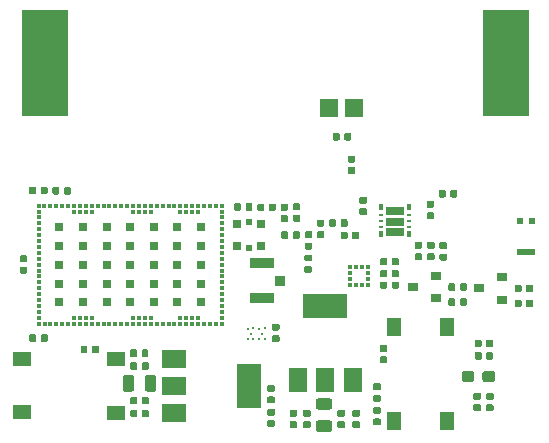
<source format=gbr>
G04 #@! TF.GenerationSoftware,KiCad,Pcbnew,(5.1.5)-3*
G04 #@! TF.CreationDate,2020-04-03T19:02:15-07:00*
G04 #@! TF.ProjectId,ShadowRunner,53686164-6f77-4527-956e-6e65722e6b69,rev?*
G04 #@! TF.SameCoordinates,Original*
G04 #@! TF.FileFunction,Paste,Top*
G04 #@! TF.FilePolarity,Positive*
%FSLAX46Y46*%
G04 Gerber Fmt 4.6, Leading zero omitted, Abs format (unit mm)*
G04 Created by KiCad (PCBNEW (5.1.5)-3) date 2020-04-03 19:02:15*
%MOMM*%
%LPD*%
G04 APERTURE LIST*
%ADD10R,1.500000X2.000000*%
%ADD11R,3.800000X2.000000*%
%ADD12C,0.100000*%
%ADD13R,0.889000X0.838200*%
%ADD14R,2.057400X0.939800*%
%ADD15R,1.300000X1.524000*%
%ADD16R,1.524000X1.300000*%
%ADD17C,0.240000*%
%ADD18R,2.000000X3.800000*%
%ADD19R,2.000000X1.500000*%
%ADD20R,0.750000X0.800000*%
%ADD21R,0.500000X0.580000*%
%ADD22R,0.900000X0.800000*%
%ADD23R,0.375000X0.350000*%
%ADD24R,0.350000X0.375000*%
%ADD25R,0.300000X0.300000*%
%ADD26R,0.800000X0.800000*%
%ADD27R,0.425000X0.515000*%
%ADD28R,0.425000X0.275000*%
%ADD29R,1.550000X0.745000*%
%ADD30R,1.550000X0.670000*%
%ADD31R,4.000000X9.000000*%
%ADD32R,1.650000X1.500000*%
%ADD33R,1.600000X0.500000*%
%ADD34R,0.500000X0.500000*%
G04 APERTURE END LIST*
D10*
X136105000Y-128245000D03*
X140705000Y-128245000D03*
X138405000Y-128245000D03*
D11*
X138405000Y-121945000D03*
D12*
G36*
X137021958Y-131715710D02*
G01*
X137036276Y-131717834D01*
X137050317Y-131721351D01*
X137063946Y-131726228D01*
X137077031Y-131732417D01*
X137089447Y-131739858D01*
X137101073Y-131748481D01*
X137111798Y-131758202D01*
X137121519Y-131768927D01*
X137130142Y-131780553D01*
X137137583Y-131792969D01*
X137143772Y-131806054D01*
X137148649Y-131819683D01*
X137152166Y-131833724D01*
X137154290Y-131848042D01*
X137155000Y-131862500D01*
X137155000Y-132157500D01*
X137154290Y-132171958D01*
X137152166Y-132186276D01*
X137148649Y-132200317D01*
X137143772Y-132213946D01*
X137137583Y-132227031D01*
X137130142Y-132239447D01*
X137121519Y-132251073D01*
X137111798Y-132261798D01*
X137101073Y-132271519D01*
X137089447Y-132280142D01*
X137077031Y-132287583D01*
X137063946Y-132293772D01*
X137050317Y-132298649D01*
X137036276Y-132302166D01*
X137021958Y-132304290D01*
X137007500Y-132305000D01*
X136662500Y-132305000D01*
X136648042Y-132304290D01*
X136633724Y-132302166D01*
X136619683Y-132298649D01*
X136606054Y-132293772D01*
X136592969Y-132287583D01*
X136580553Y-132280142D01*
X136568927Y-132271519D01*
X136558202Y-132261798D01*
X136548481Y-132251073D01*
X136539858Y-132239447D01*
X136532417Y-132227031D01*
X136526228Y-132213946D01*
X136521351Y-132200317D01*
X136517834Y-132186276D01*
X136515710Y-132171958D01*
X136515000Y-132157500D01*
X136515000Y-131862500D01*
X136515710Y-131848042D01*
X136517834Y-131833724D01*
X136521351Y-131819683D01*
X136526228Y-131806054D01*
X136532417Y-131792969D01*
X136539858Y-131780553D01*
X136548481Y-131768927D01*
X136558202Y-131758202D01*
X136568927Y-131748481D01*
X136580553Y-131739858D01*
X136592969Y-131732417D01*
X136606054Y-131726228D01*
X136619683Y-131721351D01*
X136633724Y-131717834D01*
X136648042Y-131715710D01*
X136662500Y-131715000D01*
X137007500Y-131715000D01*
X137021958Y-131715710D01*
G37*
G36*
X137021958Y-130745710D02*
G01*
X137036276Y-130747834D01*
X137050317Y-130751351D01*
X137063946Y-130756228D01*
X137077031Y-130762417D01*
X137089447Y-130769858D01*
X137101073Y-130778481D01*
X137111798Y-130788202D01*
X137121519Y-130798927D01*
X137130142Y-130810553D01*
X137137583Y-130822969D01*
X137143772Y-130836054D01*
X137148649Y-130849683D01*
X137152166Y-130863724D01*
X137154290Y-130878042D01*
X137155000Y-130892500D01*
X137155000Y-131187500D01*
X137154290Y-131201958D01*
X137152166Y-131216276D01*
X137148649Y-131230317D01*
X137143772Y-131243946D01*
X137137583Y-131257031D01*
X137130142Y-131269447D01*
X137121519Y-131281073D01*
X137111798Y-131291798D01*
X137101073Y-131301519D01*
X137089447Y-131310142D01*
X137077031Y-131317583D01*
X137063946Y-131323772D01*
X137050317Y-131328649D01*
X137036276Y-131332166D01*
X137021958Y-131334290D01*
X137007500Y-131335000D01*
X136662500Y-131335000D01*
X136648042Y-131334290D01*
X136633724Y-131332166D01*
X136619683Y-131328649D01*
X136606054Y-131323772D01*
X136592969Y-131317583D01*
X136580553Y-131310142D01*
X136568927Y-131301519D01*
X136558202Y-131291798D01*
X136548481Y-131281073D01*
X136539858Y-131269447D01*
X136532417Y-131257031D01*
X136526228Y-131243946D01*
X136521351Y-131230317D01*
X136517834Y-131216276D01*
X136515710Y-131201958D01*
X136515000Y-131187500D01*
X136515000Y-130892500D01*
X136515710Y-130878042D01*
X136517834Y-130863724D01*
X136521351Y-130849683D01*
X136526228Y-130836054D01*
X136532417Y-130822969D01*
X136539858Y-130810553D01*
X136548481Y-130798927D01*
X136558202Y-130788202D01*
X136568927Y-130778481D01*
X136580553Y-130769858D01*
X136592969Y-130762417D01*
X136606054Y-130756228D01*
X136619683Y-130751351D01*
X136633724Y-130747834D01*
X136648042Y-130745710D01*
X136662500Y-130745000D01*
X137007500Y-130745000D01*
X137021958Y-130745710D01*
G37*
G36*
X121995142Y-127806174D02*
G01*
X122018803Y-127809684D01*
X122042007Y-127815496D01*
X122064529Y-127823554D01*
X122086153Y-127833782D01*
X122106670Y-127846079D01*
X122125883Y-127860329D01*
X122143607Y-127876393D01*
X122159671Y-127894117D01*
X122173921Y-127913330D01*
X122186218Y-127933847D01*
X122196446Y-127955471D01*
X122204504Y-127977993D01*
X122210316Y-128001197D01*
X122213826Y-128024858D01*
X122215000Y-128048750D01*
X122215000Y-128961250D01*
X122213826Y-128985142D01*
X122210316Y-129008803D01*
X122204504Y-129032007D01*
X122196446Y-129054529D01*
X122186218Y-129076153D01*
X122173921Y-129096670D01*
X122159671Y-129115883D01*
X122143607Y-129133607D01*
X122125883Y-129149671D01*
X122106670Y-129163921D01*
X122086153Y-129176218D01*
X122064529Y-129186446D01*
X122042007Y-129194504D01*
X122018803Y-129200316D01*
X121995142Y-129203826D01*
X121971250Y-129205000D01*
X121483750Y-129205000D01*
X121459858Y-129203826D01*
X121436197Y-129200316D01*
X121412993Y-129194504D01*
X121390471Y-129186446D01*
X121368847Y-129176218D01*
X121348330Y-129163921D01*
X121329117Y-129149671D01*
X121311393Y-129133607D01*
X121295329Y-129115883D01*
X121281079Y-129096670D01*
X121268782Y-129076153D01*
X121258554Y-129054529D01*
X121250496Y-129032007D01*
X121244684Y-129008803D01*
X121241174Y-128985142D01*
X121240000Y-128961250D01*
X121240000Y-128048750D01*
X121241174Y-128024858D01*
X121244684Y-128001197D01*
X121250496Y-127977993D01*
X121258554Y-127955471D01*
X121268782Y-127933847D01*
X121281079Y-127913330D01*
X121295329Y-127894117D01*
X121311393Y-127876393D01*
X121329117Y-127860329D01*
X121348330Y-127846079D01*
X121368847Y-127833782D01*
X121390471Y-127823554D01*
X121412993Y-127815496D01*
X121436197Y-127809684D01*
X121459858Y-127806174D01*
X121483750Y-127805000D01*
X121971250Y-127805000D01*
X121995142Y-127806174D01*
G37*
G36*
X123870142Y-127806174D02*
G01*
X123893803Y-127809684D01*
X123917007Y-127815496D01*
X123939529Y-127823554D01*
X123961153Y-127833782D01*
X123981670Y-127846079D01*
X124000883Y-127860329D01*
X124018607Y-127876393D01*
X124034671Y-127894117D01*
X124048921Y-127913330D01*
X124061218Y-127933847D01*
X124071446Y-127955471D01*
X124079504Y-127977993D01*
X124085316Y-128001197D01*
X124088826Y-128024858D01*
X124090000Y-128048750D01*
X124090000Y-128961250D01*
X124088826Y-128985142D01*
X124085316Y-129008803D01*
X124079504Y-129032007D01*
X124071446Y-129054529D01*
X124061218Y-129076153D01*
X124048921Y-129096670D01*
X124034671Y-129115883D01*
X124018607Y-129133607D01*
X124000883Y-129149671D01*
X123981670Y-129163921D01*
X123961153Y-129176218D01*
X123939529Y-129186446D01*
X123917007Y-129194504D01*
X123893803Y-129200316D01*
X123870142Y-129203826D01*
X123846250Y-129205000D01*
X123358750Y-129205000D01*
X123334858Y-129203826D01*
X123311197Y-129200316D01*
X123287993Y-129194504D01*
X123265471Y-129186446D01*
X123243847Y-129176218D01*
X123223330Y-129163921D01*
X123204117Y-129149671D01*
X123186393Y-129133607D01*
X123170329Y-129115883D01*
X123156079Y-129096670D01*
X123143782Y-129076153D01*
X123133554Y-129054529D01*
X123125496Y-129032007D01*
X123119684Y-129008803D01*
X123116174Y-128985142D01*
X123115000Y-128961250D01*
X123115000Y-128048750D01*
X123116174Y-128024858D01*
X123119684Y-128001197D01*
X123125496Y-127977993D01*
X123133554Y-127955471D01*
X123143782Y-127933847D01*
X123156079Y-127913330D01*
X123170329Y-127894117D01*
X123186393Y-127876393D01*
X123204117Y-127860329D01*
X123223330Y-127846079D01*
X123243847Y-127833782D01*
X123265471Y-127823554D01*
X123287993Y-127815496D01*
X123311197Y-127809684D01*
X123334858Y-127806174D01*
X123358750Y-127805000D01*
X123846250Y-127805000D01*
X123870142Y-127806174D01*
G37*
D13*
X134545000Y-119835000D03*
D14*
X133039999Y-121315000D03*
X133039999Y-118355000D03*
D12*
G36*
X142961958Y-129480710D02*
G01*
X142976276Y-129482834D01*
X142990317Y-129486351D01*
X143003946Y-129491228D01*
X143017031Y-129497417D01*
X143029447Y-129504858D01*
X143041073Y-129513481D01*
X143051798Y-129523202D01*
X143061519Y-129533927D01*
X143070142Y-129545553D01*
X143077583Y-129557969D01*
X143083772Y-129571054D01*
X143088649Y-129584683D01*
X143092166Y-129598724D01*
X143094290Y-129613042D01*
X143095000Y-129627500D01*
X143095000Y-129922500D01*
X143094290Y-129936958D01*
X143092166Y-129951276D01*
X143088649Y-129965317D01*
X143083772Y-129978946D01*
X143077583Y-129992031D01*
X143070142Y-130004447D01*
X143061519Y-130016073D01*
X143051798Y-130026798D01*
X143041073Y-130036519D01*
X143029447Y-130045142D01*
X143017031Y-130052583D01*
X143003946Y-130058772D01*
X142990317Y-130063649D01*
X142976276Y-130067166D01*
X142961958Y-130069290D01*
X142947500Y-130070000D01*
X142602500Y-130070000D01*
X142588042Y-130069290D01*
X142573724Y-130067166D01*
X142559683Y-130063649D01*
X142546054Y-130058772D01*
X142532969Y-130052583D01*
X142520553Y-130045142D01*
X142508927Y-130036519D01*
X142498202Y-130026798D01*
X142488481Y-130016073D01*
X142479858Y-130004447D01*
X142472417Y-129992031D01*
X142466228Y-129978946D01*
X142461351Y-129965317D01*
X142457834Y-129951276D01*
X142455710Y-129936958D01*
X142455000Y-129922500D01*
X142455000Y-129627500D01*
X142455710Y-129613042D01*
X142457834Y-129598724D01*
X142461351Y-129584683D01*
X142466228Y-129571054D01*
X142472417Y-129557969D01*
X142479858Y-129545553D01*
X142488481Y-129533927D01*
X142498202Y-129523202D01*
X142508927Y-129513481D01*
X142520553Y-129504858D01*
X142532969Y-129497417D01*
X142546054Y-129491228D01*
X142559683Y-129486351D01*
X142573724Y-129482834D01*
X142588042Y-129480710D01*
X142602500Y-129480000D01*
X142947500Y-129480000D01*
X142961958Y-129480710D01*
G37*
G36*
X142961958Y-128510710D02*
G01*
X142976276Y-128512834D01*
X142990317Y-128516351D01*
X143003946Y-128521228D01*
X143017031Y-128527417D01*
X143029447Y-128534858D01*
X143041073Y-128543481D01*
X143051798Y-128553202D01*
X143061519Y-128563927D01*
X143070142Y-128575553D01*
X143077583Y-128587969D01*
X143083772Y-128601054D01*
X143088649Y-128614683D01*
X143092166Y-128628724D01*
X143094290Y-128643042D01*
X143095000Y-128657500D01*
X143095000Y-128952500D01*
X143094290Y-128966958D01*
X143092166Y-128981276D01*
X143088649Y-128995317D01*
X143083772Y-129008946D01*
X143077583Y-129022031D01*
X143070142Y-129034447D01*
X143061519Y-129046073D01*
X143051798Y-129056798D01*
X143041073Y-129066519D01*
X143029447Y-129075142D01*
X143017031Y-129082583D01*
X143003946Y-129088772D01*
X142990317Y-129093649D01*
X142976276Y-129097166D01*
X142961958Y-129099290D01*
X142947500Y-129100000D01*
X142602500Y-129100000D01*
X142588042Y-129099290D01*
X142573724Y-129097166D01*
X142559683Y-129093649D01*
X142546054Y-129088772D01*
X142532969Y-129082583D01*
X142520553Y-129075142D01*
X142508927Y-129066519D01*
X142498202Y-129056798D01*
X142488481Y-129046073D01*
X142479858Y-129034447D01*
X142472417Y-129022031D01*
X142466228Y-129008946D01*
X142461351Y-128995317D01*
X142457834Y-128981276D01*
X142455710Y-128966958D01*
X142455000Y-128952500D01*
X142455000Y-128657500D01*
X142455710Y-128643042D01*
X142457834Y-128628724D01*
X142461351Y-128614683D01*
X142466228Y-128601054D01*
X142472417Y-128587969D01*
X142479858Y-128575553D01*
X142488481Y-128563927D01*
X142498202Y-128553202D01*
X142508927Y-128543481D01*
X142520553Y-128534858D01*
X142532969Y-128527417D01*
X142546054Y-128521228D01*
X142559683Y-128516351D01*
X142573724Y-128512834D01*
X142588042Y-128510710D01*
X142602500Y-128510000D01*
X142947500Y-128510000D01*
X142961958Y-128510710D01*
G37*
D15*
X144190000Y-131702500D03*
X144190000Y-123770000D03*
X148695000Y-131702500D03*
X148697500Y-123770000D03*
D16*
X112722500Y-126465000D03*
X120655000Y-126465000D03*
X112722500Y-130970000D03*
X120655000Y-130972500D03*
D17*
X131815000Y-123862500D03*
X132315000Y-123852500D03*
X132815000Y-123862500D03*
X133315000Y-123860000D03*
X133067500Y-124302500D03*
X132065000Y-124302500D03*
X131815000Y-124732500D03*
X132315000Y-124732500D03*
X132815000Y-124732500D03*
X133315000Y-124732500D03*
D12*
G36*
X139921958Y-131715710D02*
G01*
X139936276Y-131717834D01*
X139950317Y-131721351D01*
X139963946Y-131726228D01*
X139977031Y-131732417D01*
X139989447Y-131739858D01*
X140001073Y-131748481D01*
X140011798Y-131758202D01*
X140021519Y-131768927D01*
X140030142Y-131780553D01*
X140037583Y-131792969D01*
X140043772Y-131806054D01*
X140048649Y-131819683D01*
X140052166Y-131833724D01*
X140054290Y-131848042D01*
X140055000Y-131862500D01*
X140055000Y-132157500D01*
X140054290Y-132171958D01*
X140052166Y-132186276D01*
X140048649Y-132200317D01*
X140043772Y-132213946D01*
X140037583Y-132227031D01*
X140030142Y-132239447D01*
X140021519Y-132251073D01*
X140011798Y-132261798D01*
X140001073Y-132271519D01*
X139989447Y-132280142D01*
X139977031Y-132287583D01*
X139963946Y-132293772D01*
X139950317Y-132298649D01*
X139936276Y-132302166D01*
X139921958Y-132304290D01*
X139907500Y-132305000D01*
X139562500Y-132305000D01*
X139548042Y-132304290D01*
X139533724Y-132302166D01*
X139519683Y-132298649D01*
X139506054Y-132293772D01*
X139492969Y-132287583D01*
X139480553Y-132280142D01*
X139468927Y-132271519D01*
X139458202Y-132261798D01*
X139448481Y-132251073D01*
X139439858Y-132239447D01*
X139432417Y-132227031D01*
X139426228Y-132213946D01*
X139421351Y-132200317D01*
X139417834Y-132186276D01*
X139415710Y-132171958D01*
X139415000Y-132157500D01*
X139415000Y-131862500D01*
X139415710Y-131848042D01*
X139417834Y-131833724D01*
X139421351Y-131819683D01*
X139426228Y-131806054D01*
X139432417Y-131792969D01*
X139439858Y-131780553D01*
X139448481Y-131768927D01*
X139458202Y-131758202D01*
X139468927Y-131748481D01*
X139480553Y-131739858D01*
X139492969Y-131732417D01*
X139506054Y-131726228D01*
X139519683Y-131721351D01*
X139533724Y-131717834D01*
X139548042Y-131715710D01*
X139562500Y-131715000D01*
X139907500Y-131715000D01*
X139921958Y-131715710D01*
G37*
G36*
X139921958Y-130745710D02*
G01*
X139936276Y-130747834D01*
X139950317Y-130751351D01*
X139963946Y-130756228D01*
X139977031Y-130762417D01*
X139989447Y-130769858D01*
X140001073Y-130778481D01*
X140011798Y-130788202D01*
X140021519Y-130798927D01*
X140030142Y-130810553D01*
X140037583Y-130822969D01*
X140043772Y-130836054D01*
X140048649Y-130849683D01*
X140052166Y-130863724D01*
X140054290Y-130878042D01*
X140055000Y-130892500D01*
X140055000Y-131187500D01*
X140054290Y-131201958D01*
X140052166Y-131216276D01*
X140048649Y-131230317D01*
X140043772Y-131243946D01*
X140037583Y-131257031D01*
X140030142Y-131269447D01*
X140021519Y-131281073D01*
X140011798Y-131291798D01*
X140001073Y-131301519D01*
X139989447Y-131310142D01*
X139977031Y-131317583D01*
X139963946Y-131323772D01*
X139950317Y-131328649D01*
X139936276Y-131332166D01*
X139921958Y-131334290D01*
X139907500Y-131335000D01*
X139562500Y-131335000D01*
X139548042Y-131334290D01*
X139533724Y-131332166D01*
X139519683Y-131328649D01*
X139506054Y-131323772D01*
X139492969Y-131317583D01*
X139480553Y-131310142D01*
X139468927Y-131301519D01*
X139458202Y-131291798D01*
X139448481Y-131281073D01*
X139439858Y-131269447D01*
X139432417Y-131257031D01*
X139426228Y-131243946D01*
X139421351Y-131230317D01*
X139417834Y-131216276D01*
X139415710Y-131201958D01*
X139415000Y-131187500D01*
X139415000Y-130892500D01*
X139415710Y-130878042D01*
X139417834Y-130863724D01*
X139421351Y-130849683D01*
X139426228Y-130836054D01*
X139432417Y-130822969D01*
X139439858Y-130810553D01*
X139448481Y-130798927D01*
X139458202Y-130788202D01*
X139468927Y-130778481D01*
X139480553Y-130769858D01*
X139492969Y-130762417D01*
X139506054Y-130756228D01*
X139519683Y-130751351D01*
X139533724Y-130747834D01*
X139548042Y-130745710D01*
X139562500Y-130745000D01*
X139907500Y-130745000D01*
X139921958Y-130745710D01*
G37*
G36*
X119096958Y-125305710D02*
G01*
X119111276Y-125307834D01*
X119125317Y-125311351D01*
X119138946Y-125316228D01*
X119152031Y-125322417D01*
X119164447Y-125329858D01*
X119176073Y-125338481D01*
X119186798Y-125348202D01*
X119196519Y-125358927D01*
X119205142Y-125370553D01*
X119212583Y-125382969D01*
X119218772Y-125396054D01*
X119223649Y-125409683D01*
X119227166Y-125423724D01*
X119229290Y-125438042D01*
X119230000Y-125452500D01*
X119230000Y-125797500D01*
X119229290Y-125811958D01*
X119227166Y-125826276D01*
X119223649Y-125840317D01*
X119218772Y-125853946D01*
X119212583Y-125867031D01*
X119205142Y-125879447D01*
X119196519Y-125891073D01*
X119186798Y-125901798D01*
X119176073Y-125911519D01*
X119164447Y-125920142D01*
X119152031Y-125927583D01*
X119138946Y-125933772D01*
X119125317Y-125938649D01*
X119111276Y-125942166D01*
X119096958Y-125944290D01*
X119082500Y-125945000D01*
X118787500Y-125945000D01*
X118773042Y-125944290D01*
X118758724Y-125942166D01*
X118744683Y-125938649D01*
X118731054Y-125933772D01*
X118717969Y-125927583D01*
X118705553Y-125920142D01*
X118693927Y-125911519D01*
X118683202Y-125901798D01*
X118673481Y-125891073D01*
X118664858Y-125879447D01*
X118657417Y-125867031D01*
X118651228Y-125853946D01*
X118646351Y-125840317D01*
X118642834Y-125826276D01*
X118640710Y-125811958D01*
X118640000Y-125797500D01*
X118640000Y-125452500D01*
X118640710Y-125438042D01*
X118642834Y-125423724D01*
X118646351Y-125409683D01*
X118651228Y-125396054D01*
X118657417Y-125382969D01*
X118664858Y-125370553D01*
X118673481Y-125358927D01*
X118683202Y-125348202D01*
X118693927Y-125338481D01*
X118705553Y-125329858D01*
X118717969Y-125322417D01*
X118731054Y-125316228D01*
X118744683Y-125311351D01*
X118758724Y-125307834D01*
X118773042Y-125305710D01*
X118787500Y-125305000D01*
X119082500Y-125305000D01*
X119096958Y-125305710D01*
G37*
G36*
X118126958Y-125305710D02*
G01*
X118141276Y-125307834D01*
X118155317Y-125311351D01*
X118168946Y-125316228D01*
X118182031Y-125322417D01*
X118194447Y-125329858D01*
X118206073Y-125338481D01*
X118216798Y-125348202D01*
X118226519Y-125358927D01*
X118235142Y-125370553D01*
X118242583Y-125382969D01*
X118248772Y-125396054D01*
X118253649Y-125409683D01*
X118257166Y-125423724D01*
X118259290Y-125438042D01*
X118260000Y-125452500D01*
X118260000Y-125797500D01*
X118259290Y-125811958D01*
X118257166Y-125826276D01*
X118253649Y-125840317D01*
X118248772Y-125853946D01*
X118242583Y-125867031D01*
X118235142Y-125879447D01*
X118226519Y-125891073D01*
X118216798Y-125901798D01*
X118206073Y-125911519D01*
X118194447Y-125920142D01*
X118182031Y-125927583D01*
X118168946Y-125933772D01*
X118155317Y-125938649D01*
X118141276Y-125942166D01*
X118126958Y-125944290D01*
X118112500Y-125945000D01*
X117817500Y-125945000D01*
X117803042Y-125944290D01*
X117788724Y-125942166D01*
X117774683Y-125938649D01*
X117761054Y-125933772D01*
X117747969Y-125927583D01*
X117735553Y-125920142D01*
X117723927Y-125911519D01*
X117713202Y-125901798D01*
X117703481Y-125891073D01*
X117694858Y-125879447D01*
X117687417Y-125867031D01*
X117681228Y-125853946D01*
X117676351Y-125840317D01*
X117672834Y-125826276D01*
X117670710Y-125811958D01*
X117670000Y-125797500D01*
X117670000Y-125452500D01*
X117670710Y-125438042D01*
X117672834Y-125423724D01*
X117676351Y-125409683D01*
X117681228Y-125396054D01*
X117687417Y-125382969D01*
X117694858Y-125370553D01*
X117703481Y-125358927D01*
X117713202Y-125348202D01*
X117723927Y-125338481D01*
X117735553Y-125329858D01*
X117747969Y-125322417D01*
X117761054Y-125316228D01*
X117774683Y-125311351D01*
X117788724Y-125307834D01*
X117803042Y-125305710D01*
X117817500Y-125305000D01*
X118112500Y-125305000D01*
X118126958Y-125305710D01*
G37*
D18*
X131915000Y-128715000D03*
D19*
X125615000Y-128715000D03*
X125615000Y-131015000D03*
X125615000Y-126415000D03*
D12*
G36*
X141121958Y-115655710D02*
G01*
X141136276Y-115657834D01*
X141150317Y-115661351D01*
X141163946Y-115666228D01*
X141177031Y-115672417D01*
X141189447Y-115679858D01*
X141201073Y-115688481D01*
X141211798Y-115698202D01*
X141221519Y-115708927D01*
X141230142Y-115720553D01*
X141237583Y-115732969D01*
X141243772Y-115746054D01*
X141248649Y-115759683D01*
X141252166Y-115773724D01*
X141254290Y-115788042D01*
X141255000Y-115802500D01*
X141255000Y-116147500D01*
X141254290Y-116161958D01*
X141252166Y-116176276D01*
X141248649Y-116190317D01*
X141243772Y-116203946D01*
X141237583Y-116217031D01*
X141230142Y-116229447D01*
X141221519Y-116241073D01*
X141211798Y-116251798D01*
X141201073Y-116261519D01*
X141189447Y-116270142D01*
X141177031Y-116277583D01*
X141163946Y-116283772D01*
X141150317Y-116288649D01*
X141136276Y-116292166D01*
X141121958Y-116294290D01*
X141107500Y-116295000D01*
X140812500Y-116295000D01*
X140798042Y-116294290D01*
X140783724Y-116292166D01*
X140769683Y-116288649D01*
X140756054Y-116283772D01*
X140742969Y-116277583D01*
X140730553Y-116270142D01*
X140718927Y-116261519D01*
X140708202Y-116251798D01*
X140698481Y-116241073D01*
X140689858Y-116229447D01*
X140682417Y-116217031D01*
X140676228Y-116203946D01*
X140671351Y-116190317D01*
X140667834Y-116176276D01*
X140665710Y-116161958D01*
X140665000Y-116147500D01*
X140665000Y-115802500D01*
X140665710Y-115788042D01*
X140667834Y-115773724D01*
X140671351Y-115759683D01*
X140676228Y-115746054D01*
X140682417Y-115732969D01*
X140689858Y-115720553D01*
X140698481Y-115708927D01*
X140708202Y-115698202D01*
X140718927Y-115688481D01*
X140730553Y-115679858D01*
X140742969Y-115672417D01*
X140756054Y-115666228D01*
X140769683Y-115661351D01*
X140783724Y-115657834D01*
X140798042Y-115655710D01*
X140812500Y-115655000D01*
X141107500Y-115655000D01*
X141121958Y-115655710D01*
G37*
G36*
X140151958Y-115655710D02*
G01*
X140166276Y-115657834D01*
X140180317Y-115661351D01*
X140193946Y-115666228D01*
X140207031Y-115672417D01*
X140219447Y-115679858D01*
X140231073Y-115688481D01*
X140241798Y-115698202D01*
X140251519Y-115708927D01*
X140260142Y-115720553D01*
X140267583Y-115732969D01*
X140273772Y-115746054D01*
X140278649Y-115759683D01*
X140282166Y-115773724D01*
X140284290Y-115788042D01*
X140285000Y-115802500D01*
X140285000Y-116147500D01*
X140284290Y-116161958D01*
X140282166Y-116176276D01*
X140278649Y-116190317D01*
X140273772Y-116203946D01*
X140267583Y-116217031D01*
X140260142Y-116229447D01*
X140251519Y-116241073D01*
X140241798Y-116251798D01*
X140231073Y-116261519D01*
X140219447Y-116270142D01*
X140207031Y-116277583D01*
X140193946Y-116283772D01*
X140180317Y-116288649D01*
X140166276Y-116292166D01*
X140151958Y-116294290D01*
X140137500Y-116295000D01*
X139842500Y-116295000D01*
X139828042Y-116294290D01*
X139813724Y-116292166D01*
X139799683Y-116288649D01*
X139786054Y-116283772D01*
X139772969Y-116277583D01*
X139760553Y-116270142D01*
X139748927Y-116261519D01*
X139738202Y-116251798D01*
X139728481Y-116241073D01*
X139719858Y-116229447D01*
X139712417Y-116217031D01*
X139706228Y-116203946D01*
X139701351Y-116190317D01*
X139697834Y-116176276D01*
X139695710Y-116161958D01*
X139695000Y-116147500D01*
X139695000Y-115802500D01*
X139695710Y-115788042D01*
X139697834Y-115773724D01*
X139701351Y-115759683D01*
X139706228Y-115746054D01*
X139712417Y-115732969D01*
X139719858Y-115720553D01*
X139728481Y-115708927D01*
X139738202Y-115698202D01*
X139748927Y-115688481D01*
X139760553Y-115679858D01*
X139772969Y-115672417D01*
X139786054Y-115666228D01*
X139799683Y-115661351D01*
X139813724Y-115657834D01*
X139828042Y-115655710D01*
X139842500Y-115655000D01*
X140137500Y-115655000D01*
X140151958Y-115655710D01*
G37*
G36*
X114746958Y-111855710D02*
G01*
X114761276Y-111857834D01*
X114775317Y-111861351D01*
X114788946Y-111866228D01*
X114802031Y-111872417D01*
X114814447Y-111879858D01*
X114826073Y-111888481D01*
X114836798Y-111898202D01*
X114846519Y-111908927D01*
X114855142Y-111920553D01*
X114862583Y-111932969D01*
X114868772Y-111946054D01*
X114873649Y-111959683D01*
X114877166Y-111973724D01*
X114879290Y-111988042D01*
X114880000Y-112002500D01*
X114880000Y-112347500D01*
X114879290Y-112361958D01*
X114877166Y-112376276D01*
X114873649Y-112390317D01*
X114868772Y-112403946D01*
X114862583Y-112417031D01*
X114855142Y-112429447D01*
X114846519Y-112441073D01*
X114836798Y-112451798D01*
X114826073Y-112461519D01*
X114814447Y-112470142D01*
X114802031Y-112477583D01*
X114788946Y-112483772D01*
X114775317Y-112488649D01*
X114761276Y-112492166D01*
X114746958Y-112494290D01*
X114732500Y-112495000D01*
X114437500Y-112495000D01*
X114423042Y-112494290D01*
X114408724Y-112492166D01*
X114394683Y-112488649D01*
X114381054Y-112483772D01*
X114367969Y-112477583D01*
X114355553Y-112470142D01*
X114343927Y-112461519D01*
X114333202Y-112451798D01*
X114323481Y-112441073D01*
X114314858Y-112429447D01*
X114307417Y-112417031D01*
X114301228Y-112403946D01*
X114296351Y-112390317D01*
X114292834Y-112376276D01*
X114290710Y-112361958D01*
X114290000Y-112347500D01*
X114290000Y-112002500D01*
X114290710Y-111988042D01*
X114292834Y-111973724D01*
X114296351Y-111959683D01*
X114301228Y-111946054D01*
X114307417Y-111932969D01*
X114314858Y-111920553D01*
X114323481Y-111908927D01*
X114333202Y-111898202D01*
X114343927Y-111888481D01*
X114355553Y-111879858D01*
X114367969Y-111872417D01*
X114381054Y-111866228D01*
X114394683Y-111861351D01*
X114408724Y-111857834D01*
X114423042Y-111855710D01*
X114437500Y-111855000D01*
X114732500Y-111855000D01*
X114746958Y-111855710D01*
G37*
G36*
X113776958Y-111855710D02*
G01*
X113791276Y-111857834D01*
X113805317Y-111861351D01*
X113818946Y-111866228D01*
X113832031Y-111872417D01*
X113844447Y-111879858D01*
X113856073Y-111888481D01*
X113866798Y-111898202D01*
X113876519Y-111908927D01*
X113885142Y-111920553D01*
X113892583Y-111932969D01*
X113898772Y-111946054D01*
X113903649Y-111959683D01*
X113907166Y-111973724D01*
X113909290Y-111988042D01*
X113910000Y-112002500D01*
X113910000Y-112347500D01*
X113909290Y-112361958D01*
X113907166Y-112376276D01*
X113903649Y-112390317D01*
X113898772Y-112403946D01*
X113892583Y-112417031D01*
X113885142Y-112429447D01*
X113876519Y-112441073D01*
X113866798Y-112451798D01*
X113856073Y-112461519D01*
X113844447Y-112470142D01*
X113832031Y-112477583D01*
X113818946Y-112483772D01*
X113805317Y-112488649D01*
X113791276Y-112492166D01*
X113776958Y-112494290D01*
X113762500Y-112495000D01*
X113467500Y-112495000D01*
X113453042Y-112494290D01*
X113438724Y-112492166D01*
X113424683Y-112488649D01*
X113411054Y-112483772D01*
X113397969Y-112477583D01*
X113385553Y-112470142D01*
X113373927Y-112461519D01*
X113363202Y-112451798D01*
X113353481Y-112441073D01*
X113344858Y-112429447D01*
X113337417Y-112417031D01*
X113331228Y-112403946D01*
X113326351Y-112390317D01*
X113322834Y-112376276D01*
X113320710Y-112361958D01*
X113320000Y-112347500D01*
X113320000Y-112002500D01*
X113320710Y-111988042D01*
X113322834Y-111973724D01*
X113326351Y-111959683D01*
X113331228Y-111946054D01*
X113337417Y-111932969D01*
X113344858Y-111920553D01*
X113353481Y-111908927D01*
X113363202Y-111898202D01*
X113373927Y-111888481D01*
X113385553Y-111879858D01*
X113397969Y-111872417D01*
X113411054Y-111866228D01*
X113424683Y-111861351D01*
X113438724Y-111857834D01*
X113453042Y-111855710D01*
X113467500Y-111855000D01*
X113762500Y-111855000D01*
X113776958Y-111855710D01*
G37*
G36*
X123311958Y-126725710D02*
G01*
X123326276Y-126727834D01*
X123340317Y-126731351D01*
X123353946Y-126736228D01*
X123367031Y-126742417D01*
X123379447Y-126749858D01*
X123391073Y-126758481D01*
X123401798Y-126768202D01*
X123411519Y-126778927D01*
X123420142Y-126790553D01*
X123427583Y-126802969D01*
X123433772Y-126816054D01*
X123438649Y-126829683D01*
X123442166Y-126843724D01*
X123444290Y-126858042D01*
X123445000Y-126872500D01*
X123445000Y-127217500D01*
X123444290Y-127231958D01*
X123442166Y-127246276D01*
X123438649Y-127260317D01*
X123433772Y-127273946D01*
X123427583Y-127287031D01*
X123420142Y-127299447D01*
X123411519Y-127311073D01*
X123401798Y-127321798D01*
X123391073Y-127331519D01*
X123379447Y-127340142D01*
X123367031Y-127347583D01*
X123353946Y-127353772D01*
X123340317Y-127358649D01*
X123326276Y-127362166D01*
X123311958Y-127364290D01*
X123297500Y-127365000D01*
X123002500Y-127365000D01*
X122988042Y-127364290D01*
X122973724Y-127362166D01*
X122959683Y-127358649D01*
X122946054Y-127353772D01*
X122932969Y-127347583D01*
X122920553Y-127340142D01*
X122908927Y-127331519D01*
X122898202Y-127321798D01*
X122888481Y-127311073D01*
X122879858Y-127299447D01*
X122872417Y-127287031D01*
X122866228Y-127273946D01*
X122861351Y-127260317D01*
X122857834Y-127246276D01*
X122855710Y-127231958D01*
X122855000Y-127217500D01*
X122855000Y-126872500D01*
X122855710Y-126858042D01*
X122857834Y-126843724D01*
X122861351Y-126829683D01*
X122866228Y-126816054D01*
X122872417Y-126802969D01*
X122879858Y-126790553D01*
X122888481Y-126778927D01*
X122898202Y-126768202D01*
X122908927Y-126758481D01*
X122920553Y-126749858D01*
X122932969Y-126742417D01*
X122946054Y-126736228D01*
X122959683Y-126731351D01*
X122973724Y-126727834D01*
X122988042Y-126725710D01*
X123002500Y-126725000D01*
X123297500Y-126725000D01*
X123311958Y-126725710D01*
G37*
G36*
X122341958Y-126725710D02*
G01*
X122356276Y-126727834D01*
X122370317Y-126731351D01*
X122383946Y-126736228D01*
X122397031Y-126742417D01*
X122409447Y-126749858D01*
X122421073Y-126758481D01*
X122431798Y-126768202D01*
X122441519Y-126778927D01*
X122450142Y-126790553D01*
X122457583Y-126802969D01*
X122463772Y-126816054D01*
X122468649Y-126829683D01*
X122472166Y-126843724D01*
X122474290Y-126858042D01*
X122475000Y-126872500D01*
X122475000Y-127217500D01*
X122474290Y-127231958D01*
X122472166Y-127246276D01*
X122468649Y-127260317D01*
X122463772Y-127273946D01*
X122457583Y-127287031D01*
X122450142Y-127299447D01*
X122441519Y-127311073D01*
X122431798Y-127321798D01*
X122421073Y-127331519D01*
X122409447Y-127340142D01*
X122397031Y-127347583D01*
X122383946Y-127353772D01*
X122370317Y-127358649D01*
X122356276Y-127362166D01*
X122341958Y-127364290D01*
X122327500Y-127365000D01*
X122032500Y-127365000D01*
X122018042Y-127364290D01*
X122003724Y-127362166D01*
X121989683Y-127358649D01*
X121976054Y-127353772D01*
X121962969Y-127347583D01*
X121950553Y-127340142D01*
X121938927Y-127331519D01*
X121928202Y-127321798D01*
X121918481Y-127311073D01*
X121909858Y-127299447D01*
X121902417Y-127287031D01*
X121896228Y-127273946D01*
X121891351Y-127260317D01*
X121887834Y-127246276D01*
X121885710Y-127231958D01*
X121885000Y-127217500D01*
X121885000Y-126872500D01*
X121885710Y-126858042D01*
X121887834Y-126843724D01*
X121891351Y-126829683D01*
X121896228Y-126816054D01*
X121902417Y-126802969D01*
X121909858Y-126790553D01*
X121918481Y-126778927D01*
X121928202Y-126768202D01*
X121938927Y-126758481D01*
X121950553Y-126749858D01*
X121962969Y-126742417D01*
X121976054Y-126736228D01*
X121989683Y-126731351D01*
X122003724Y-126727834D01*
X122018042Y-126725710D01*
X122032500Y-126725000D01*
X122327500Y-126725000D01*
X122341958Y-126725710D01*
G37*
G36*
X141191958Y-131715710D02*
G01*
X141206276Y-131717834D01*
X141220317Y-131721351D01*
X141233946Y-131726228D01*
X141247031Y-131732417D01*
X141259447Y-131739858D01*
X141271073Y-131748481D01*
X141281798Y-131758202D01*
X141291519Y-131768927D01*
X141300142Y-131780553D01*
X141307583Y-131792969D01*
X141313772Y-131806054D01*
X141318649Y-131819683D01*
X141322166Y-131833724D01*
X141324290Y-131848042D01*
X141325000Y-131862500D01*
X141325000Y-132157500D01*
X141324290Y-132171958D01*
X141322166Y-132186276D01*
X141318649Y-132200317D01*
X141313772Y-132213946D01*
X141307583Y-132227031D01*
X141300142Y-132239447D01*
X141291519Y-132251073D01*
X141281798Y-132261798D01*
X141271073Y-132271519D01*
X141259447Y-132280142D01*
X141247031Y-132287583D01*
X141233946Y-132293772D01*
X141220317Y-132298649D01*
X141206276Y-132302166D01*
X141191958Y-132304290D01*
X141177500Y-132305000D01*
X140832500Y-132305000D01*
X140818042Y-132304290D01*
X140803724Y-132302166D01*
X140789683Y-132298649D01*
X140776054Y-132293772D01*
X140762969Y-132287583D01*
X140750553Y-132280142D01*
X140738927Y-132271519D01*
X140728202Y-132261798D01*
X140718481Y-132251073D01*
X140709858Y-132239447D01*
X140702417Y-132227031D01*
X140696228Y-132213946D01*
X140691351Y-132200317D01*
X140687834Y-132186276D01*
X140685710Y-132171958D01*
X140685000Y-132157500D01*
X140685000Y-131862500D01*
X140685710Y-131848042D01*
X140687834Y-131833724D01*
X140691351Y-131819683D01*
X140696228Y-131806054D01*
X140702417Y-131792969D01*
X140709858Y-131780553D01*
X140718481Y-131768927D01*
X140728202Y-131758202D01*
X140738927Y-131748481D01*
X140750553Y-131739858D01*
X140762969Y-131732417D01*
X140776054Y-131726228D01*
X140789683Y-131721351D01*
X140803724Y-131717834D01*
X140818042Y-131715710D01*
X140832500Y-131715000D01*
X141177500Y-131715000D01*
X141191958Y-131715710D01*
G37*
G36*
X141191958Y-130745710D02*
G01*
X141206276Y-130747834D01*
X141220317Y-130751351D01*
X141233946Y-130756228D01*
X141247031Y-130762417D01*
X141259447Y-130769858D01*
X141271073Y-130778481D01*
X141281798Y-130788202D01*
X141291519Y-130798927D01*
X141300142Y-130810553D01*
X141307583Y-130822969D01*
X141313772Y-130836054D01*
X141318649Y-130849683D01*
X141322166Y-130863724D01*
X141324290Y-130878042D01*
X141325000Y-130892500D01*
X141325000Y-131187500D01*
X141324290Y-131201958D01*
X141322166Y-131216276D01*
X141318649Y-131230317D01*
X141313772Y-131243946D01*
X141307583Y-131257031D01*
X141300142Y-131269447D01*
X141291519Y-131281073D01*
X141281798Y-131291798D01*
X141271073Y-131301519D01*
X141259447Y-131310142D01*
X141247031Y-131317583D01*
X141233946Y-131323772D01*
X141220317Y-131328649D01*
X141206276Y-131332166D01*
X141191958Y-131334290D01*
X141177500Y-131335000D01*
X140832500Y-131335000D01*
X140818042Y-131334290D01*
X140803724Y-131332166D01*
X140789683Y-131328649D01*
X140776054Y-131323772D01*
X140762969Y-131317583D01*
X140750553Y-131310142D01*
X140738927Y-131301519D01*
X140728202Y-131291798D01*
X140718481Y-131281073D01*
X140709858Y-131269447D01*
X140702417Y-131257031D01*
X140696228Y-131243946D01*
X140691351Y-131230317D01*
X140687834Y-131216276D01*
X140685710Y-131201958D01*
X140685000Y-131187500D01*
X140685000Y-130892500D01*
X140685710Y-130878042D01*
X140687834Y-130863724D01*
X140691351Y-130849683D01*
X140696228Y-130836054D01*
X140702417Y-130822969D01*
X140709858Y-130810553D01*
X140718481Y-130798927D01*
X140728202Y-130788202D01*
X140738927Y-130778481D01*
X140750553Y-130769858D01*
X140762969Y-130762417D01*
X140776054Y-130756228D01*
X140789683Y-130751351D01*
X140803724Y-130747834D01*
X140818042Y-130745710D01*
X140832500Y-130745000D01*
X141177500Y-130745000D01*
X141191958Y-130745710D01*
G37*
G36*
X122351958Y-130745710D02*
G01*
X122366276Y-130747834D01*
X122380317Y-130751351D01*
X122393946Y-130756228D01*
X122407031Y-130762417D01*
X122419447Y-130769858D01*
X122431073Y-130778481D01*
X122441798Y-130788202D01*
X122451519Y-130798927D01*
X122460142Y-130810553D01*
X122467583Y-130822969D01*
X122473772Y-130836054D01*
X122478649Y-130849683D01*
X122482166Y-130863724D01*
X122484290Y-130878042D01*
X122485000Y-130892500D01*
X122485000Y-131237500D01*
X122484290Y-131251958D01*
X122482166Y-131266276D01*
X122478649Y-131280317D01*
X122473772Y-131293946D01*
X122467583Y-131307031D01*
X122460142Y-131319447D01*
X122451519Y-131331073D01*
X122441798Y-131341798D01*
X122431073Y-131351519D01*
X122419447Y-131360142D01*
X122407031Y-131367583D01*
X122393946Y-131373772D01*
X122380317Y-131378649D01*
X122366276Y-131382166D01*
X122351958Y-131384290D01*
X122337500Y-131385000D01*
X122042500Y-131385000D01*
X122028042Y-131384290D01*
X122013724Y-131382166D01*
X121999683Y-131378649D01*
X121986054Y-131373772D01*
X121972969Y-131367583D01*
X121960553Y-131360142D01*
X121948927Y-131351519D01*
X121938202Y-131341798D01*
X121928481Y-131331073D01*
X121919858Y-131319447D01*
X121912417Y-131307031D01*
X121906228Y-131293946D01*
X121901351Y-131280317D01*
X121897834Y-131266276D01*
X121895710Y-131251958D01*
X121895000Y-131237500D01*
X121895000Y-130892500D01*
X121895710Y-130878042D01*
X121897834Y-130863724D01*
X121901351Y-130849683D01*
X121906228Y-130836054D01*
X121912417Y-130822969D01*
X121919858Y-130810553D01*
X121928481Y-130798927D01*
X121938202Y-130788202D01*
X121948927Y-130778481D01*
X121960553Y-130769858D01*
X121972969Y-130762417D01*
X121986054Y-130756228D01*
X121999683Y-130751351D01*
X122013724Y-130747834D01*
X122028042Y-130745710D01*
X122042500Y-130745000D01*
X122337500Y-130745000D01*
X122351958Y-130745710D01*
G37*
G36*
X123321958Y-130745710D02*
G01*
X123336276Y-130747834D01*
X123350317Y-130751351D01*
X123363946Y-130756228D01*
X123377031Y-130762417D01*
X123389447Y-130769858D01*
X123401073Y-130778481D01*
X123411798Y-130788202D01*
X123421519Y-130798927D01*
X123430142Y-130810553D01*
X123437583Y-130822969D01*
X123443772Y-130836054D01*
X123448649Y-130849683D01*
X123452166Y-130863724D01*
X123454290Y-130878042D01*
X123455000Y-130892500D01*
X123455000Y-131237500D01*
X123454290Y-131251958D01*
X123452166Y-131266276D01*
X123448649Y-131280317D01*
X123443772Y-131293946D01*
X123437583Y-131307031D01*
X123430142Y-131319447D01*
X123421519Y-131331073D01*
X123411798Y-131341798D01*
X123401073Y-131351519D01*
X123389447Y-131360142D01*
X123377031Y-131367583D01*
X123363946Y-131373772D01*
X123350317Y-131378649D01*
X123336276Y-131382166D01*
X123321958Y-131384290D01*
X123307500Y-131385000D01*
X123012500Y-131385000D01*
X122998042Y-131384290D01*
X122983724Y-131382166D01*
X122969683Y-131378649D01*
X122956054Y-131373772D01*
X122942969Y-131367583D01*
X122930553Y-131360142D01*
X122918927Y-131351519D01*
X122908202Y-131341798D01*
X122898481Y-131331073D01*
X122889858Y-131319447D01*
X122882417Y-131307031D01*
X122876228Y-131293946D01*
X122871351Y-131280317D01*
X122867834Y-131266276D01*
X122865710Y-131251958D01*
X122865000Y-131237500D01*
X122865000Y-130892500D01*
X122865710Y-130878042D01*
X122867834Y-130863724D01*
X122871351Y-130849683D01*
X122876228Y-130836054D01*
X122882417Y-130822969D01*
X122889858Y-130810553D01*
X122898481Y-130798927D01*
X122908202Y-130788202D01*
X122918927Y-130778481D01*
X122930553Y-130769858D01*
X122942969Y-130762417D01*
X122956054Y-130756228D01*
X122969683Y-130751351D01*
X122983724Y-130747834D01*
X122998042Y-130745710D01*
X123012500Y-130745000D01*
X123307500Y-130745000D01*
X123321958Y-130745710D01*
G37*
G36*
X144511958Y-118920710D02*
G01*
X144526276Y-118922834D01*
X144540317Y-118926351D01*
X144553946Y-118931228D01*
X144567031Y-118937417D01*
X144579447Y-118944858D01*
X144591073Y-118953481D01*
X144601798Y-118963202D01*
X144611519Y-118973927D01*
X144620142Y-118985553D01*
X144627583Y-118997969D01*
X144633772Y-119011054D01*
X144638649Y-119024683D01*
X144642166Y-119038724D01*
X144644290Y-119053042D01*
X144645000Y-119067500D01*
X144645000Y-119362500D01*
X144644290Y-119376958D01*
X144642166Y-119391276D01*
X144638649Y-119405317D01*
X144633772Y-119418946D01*
X144627583Y-119432031D01*
X144620142Y-119444447D01*
X144611519Y-119456073D01*
X144601798Y-119466798D01*
X144591073Y-119476519D01*
X144579447Y-119485142D01*
X144567031Y-119492583D01*
X144553946Y-119498772D01*
X144540317Y-119503649D01*
X144526276Y-119507166D01*
X144511958Y-119509290D01*
X144497500Y-119510000D01*
X144152500Y-119510000D01*
X144138042Y-119509290D01*
X144123724Y-119507166D01*
X144109683Y-119503649D01*
X144096054Y-119498772D01*
X144082969Y-119492583D01*
X144070553Y-119485142D01*
X144058927Y-119476519D01*
X144048202Y-119466798D01*
X144038481Y-119456073D01*
X144029858Y-119444447D01*
X144022417Y-119432031D01*
X144016228Y-119418946D01*
X144011351Y-119405317D01*
X144007834Y-119391276D01*
X144005710Y-119376958D01*
X144005000Y-119362500D01*
X144005000Y-119067500D01*
X144005710Y-119053042D01*
X144007834Y-119038724D01*
X144011351Y-119024683D01*
X144016228Y-119011054D01*
X144022417Y-118997969D01*
X144029858Y-118985553D01*
X144038481Y-118973927D01*
X144048202Y-118963202D01*
X144058927Y-118953481D01*
X144070553Y-118944858D01*
X144082969Y-118937417D01*
X144096054Y-118931228D01*
X144109683Y-118926351D01*
X144123724Y-118922834D01*
X144138042Y-118920710D01*
X144152500Y-118920000D01*
X144497500Y-118920000D01*
X144511958Y-118920710D01*
G37*
G36*
X144511958Y-119890710D02*
G01*
X144526276Y-119892834D01*
X144540317Y-119896351D01*
X144553946Y-119901228D01*
X144567031Y-119907417D01*
X144579447Y-119914858D01*
X144591073Y-119923481D01*
X144601798Y-119933202D01*
X144611519Y-119943927D01*
X144620142Y-119955553D01*
X144627583Y-119967969D01*
X144633772Y-119981054D01*
X144638649Y-119994683D01*
X144642166Y-120008724D01*
X144644290Y-120023042D01*
X144645000Y-120037500D01*
X144645000Y-120332500D01*
X144644290Y-120346958D01*
X144642166Y-120361276D01*
X144638649Y-120375317D01*
X144633772Y-120388946D01*
X144627583Y-120402031D01*
X144620142Y-120414447D01*
X144611519Y-120426073D01*
X144601798Y-120436798D01*
X144591073Y-120446519D01*
X144579447Y-120455142D01*
X144567031Y-120462583D01*
X144553946Y-120468772D01*
X144540317Y-120473649D01*
X144526276Y-120477166D01*
X144511958Y-120479290D01*
X144497500Y-120480000D01*
X144152500Y-120480000D01*
X144138042Y-120479290D01*
X144123724Y-120477166D01*
X144109683Y-120473649D01*
X144096054Y-120468772D01*
X144082969Y-120462583D01*
X144070553Y-120455142D01*
X144058927Y-120446519D01*
X144048202Y-120436798D01*
X144038481Y-120426073D01*
X144029858Y-120414447D01*
X144022417Y-120402031D01*
X144016228Y-120388946D01*
X144011351Y-120375317D01*
X144007834Y-120361276D01*
X144005710Y-120346958D01*
X144005000Y-120332500D01*
X144005000Y-120037500D01*
X144005710Y-120023042D01*
X144007834Y-120008724D01*
X144011351Y-119994683D01*
X144016228Y-119981054D01*
X144022417Y-119967969D01*
X144029858Y-119955553D01*
X144038481Y-119943927D01*
X144048202Y-119933202D01*
X144058927Y-119923481D01*
X144070553Y-119914858D01*
X144082969Y-119907417D01*
X144096054Y-119901228D01*
X144109683Y-119896351D01*
X144123724Y-119892834D01*
X144138042Y-119890710D01*
X144152500Y-119890000D01*
X144497500Y-119890000D01*
X144511958Y-119890710D01*
G37*
G36*
X143511958Y-118920710D02*
G01*
X143526276Y-118922834D01*
X143540317Y-118926351D01*
X143553946Y-118931228D01*
X143567031Y-118937417D01*
X143579447Y-118944858D01*
X143591073Y-118953481D01*
X143601798Y-118963202D01*
X143611519Y-118973927D01*
X143620142Y-118985553D01*
X143627583Y-118997969D01*
X143633772Y-119011054D01*
X143638649Y-119024683D01*
X143642166Y-119038724D01*
X143644290Y-119053042D01*
X143645000Y-119067500D01*
X143645000Y-119362500D01*
X143644290Y-119376958D01*
X143642166Y-119391276D01*
X143638649Y-119405317D01*
X143633772Y-119418946D01*
X143627583Y-119432031D01*
X143620142Y-119444447D01*
X143611519Y-119456073D01*
X143601798Y-119466798D01*
X143591073Y-119476519D01*
X143579447Y-119485142D01*
X143567031Y-119492583D01*
X143553946Y-119498772D01*
X143540317Y-119503649D01*
X143526276Y-119507166D01*
X143511958Y-119509290D01*
X143497500Y-119510000D01*
X143152500Y-119510000D01*
X143138042Y-119509290D01*
X143123724Y-119507166D01*
X143109683Y-119503649D01*
X143096054Y-119498772D01*
X143082969Y-119492583D01*
X143070553Y-119485142D01*
X143058927Y-119476519D01*
X143048202Y-119466798D01*
X143038481Y-119456073D01*
X143029858Y-119444447D01*
X143022417Y-119432031D01*
X143016228Y-119418946D01*
X143011351Y-119405317D01*
X143007834Y-119391276D01*
X143005710Y-119376958D01*
X143005000Y-119362500D01*
X143005000Y-119067500D01*
X143005710Y-119053042D01*
X143007834Y-119038724D01*
X143011351Y-119024683D01*
X143016228Y-119011054D01*
X143022417Y-118997969D01*
X143029858Y-118985553D01*
X143038481Y-118973927D01*
X143048202Y-118963202D01*
X143058927Y-118953481D01*
X143070553Y-118944858D01*
X143082969Y-118937417D01*
X143096054Y-118931228D01*
X143109683Y-118926351D01*
X143123724Y-118922834D01*
X143138042Y-118920710D01*
X143152500Y-118920000D01*
X143497500Y-118920000D01*
X143511958Y-118920710D01*
G37*
G36*
X143511958Y-119890710D02*
G01*
X143526276Y-119892834D01*
X143540317Y-119896351D01*
X143553946Y-119901228D01*
X143567031Y-119907417D01*
X143579447Y-119914858D01*
X143591073Y-119923481D01*
X143601798Y-119933202D01*
X143611519Y-119943927D01*
X143620142Y-119955553D01*
X143627583Y-119967969D01*
X143633772Y-119981054D01*
X143638649Y-119994683D01*
X143642166Y-120008724D01*
X143644290Y-120023042D01*
X143645000Y-120037500D01*
X143645000Y-120332500D01*
X143644290Y-120346958D01*
X143642166Y-120361276D01*
X143638649Y-120375317D01*
X143633772Y-120388946D01*
X143627583Y-120402031D01*
X143620142Y-120414447D01*
X143611519Y-120426073D01*
X143601798Y-120436798D01*
X143591073Y-120446519D01*
X143579447Y-120455142D01*
X143567031Y-120462583D01*
X143553946Y-120468772D01*
X143540317Y-120473649D01*
X143526276Y-120477166D01*
X143511958Y-120479290D01*
X143497500Y-120480000D01*
X143152500Y-120480000D01*
X143138042Y-120479290D01*
X143123724Y-120477166D01*
X143109683Y-120473649D01*
X143096054Y-120468772D01*
X143082969Y-120462583D01*
X143070553Y-120455142D01*
X143058927Y-120446519D01*
X143048202Y-120436798D01*
X143038481Y-120426073D01*
X143029858Y-120414447D01*
X143022417Y-120402031D01*
X143016228Y-120388946D01*
X143011351Y-120375317D01*
X143007834Y-120361276D01*
X143005710Y-120346958D01*
X143005000Y-120332500D01*
X143005000Y-120037500D01*
X143005710Y-120023042D01*
X143007834Y-120008724D01*
X143011351Y-119994683D01*
X143016228Y-119981054D01*
X143022417Y-119967969D01*
X143029858Y-119955553D01*
X143038481Y-119943927D01*
X143048202Y-119933202D01*
X143058927Y-119923481D01*
X143070553Y-119914858D01*
X143082969Y-119907417D01*
X143096054Y-119901228D01*
X143109683Y-119896351D01*
X143123724Y-119892834D01*
X143138042Y-119890710D01*
X143152500Y-119890000D01*
X143497500Y-119890000D01*
X143511958Y-119890710D01*
G37*
G36*
X143501958Y-117880710D02*
G01*
X143516276Y-117882834D01*
X143530317Y-117886351D01*
X143543946Y-117891228D01*
X143557031Y-117897417D01*
X143569447Y-117904858D01*
X143581073Y-117913481D01*
X143591798Y-117923202D01*
X143601519Y-117933927D01*
X143610142Y-117945553D01*
X143617583Y-117957969D01*
X143623772Y-117971054D01*
X143628649Y-117984683D01*
X143632166Y-117998724D01*
X143634290Y-118013042D01*
X143635000Y-118027500D01*
X143635000Y-118372500D01*
X143634290Y-118386958D01*
X143632166Y-118401276D01*
X143628649Y-118415317D01*
X143623772Y-118428946D01*
X143617583Y-118442031D01*
X143610142Y-118454447D01*
X143601519Y-118466073D01*
X143591798Y-118476798D01*
X143581073Y-118486519D01*
X143569447Y-118495142D01*
X143557031Y-118502583D01*
X143543946Y-118508772D01*
X143530317Y-118513649D01*
X143516276Y-118517166D01*
X143501958Y-118519290D01*
X143487500Y-118520000D01*
X143192500Y-118520000D01*
X143178042Y-118519290D01*
X143163724Y-118517166D01*
X143149683Y-118513649D01*
X143136054Y-118508772D01*
X143122969Y-118502583D01*
X143110553Y-118495142D01*
X143098927Y-118486519D01*
X143088202Y-118476798D01*
X143078481Y-118466073D01*
X143069858Y-118454447D01*
X143062417Y-118442031D01*
X143056228Y-118428946D01*
X143051351Y-118415317D01*
X143047834Y-118401276D01*
X143045710Y-118386958D01*
X143045000Y-118372500D01*
X143045000Y-118027500D01*
X143045710Y-118013042D01*
X143047834Y-117998724D01*
X143051351Y-117984683D01*
X143056228Y-117971054D01*
X143062417Y-117957969D01*
X143069858Y-117945553D01*
X143078481Y-117933927D01*
X143088202Y-117923202D01*
X143098927Y-117913481D01*
X143110553Y-117904858D01*
X143122969Y-117897417D01*
X143136054Y-117891228D01*
X143149683Y-117886351D01*
X143163724Y-117882834D01*
X143178042Y-117880710D01*
X143192500Y-117880000D01*
X143487500Y-117880000D01*
X143501958Y-117880710D01*
G37*
G36*
X144471958Y-117880710D02*
G01*
X144486276Y-117882834D01*
X144500317Y-117886351D01*
X144513946Y-117891228D01*
X144527031Y-117897417D01*
X144539447Y-117904858D01*
X144551073Y-117913481D01*
X144561798Y-117923202D01*
X144571519Y-117933927D01*
X144580142Y-117945553D01*
X144587583Y-117957969D01*
X144593772Y-117971054D01*
X144598649Y-117984683D01*
X144602166Y-117998724D01*
X144604290Y-118013042D01*
X144605000Y-118027500D01*
X144605000Y-118372500D01*
X144604290Y-118386958D01*
X144602166Y-118401276D01*
X144598649Y-118415317D01*
X144593772Y-118428946D01*
X144587583Y-118442031D01*
X144580142Y-118454447D01*
X144571519Y-118466073D01*
X144561798Y-118476798D01*
X144551073Y-118486519D01*
X144539447Y-118495142D01*
X144527031Y-118502583D01*
X144513946Y-118508772D01*
X144500317Y-118513649D01*
X144486276Y-118517166D01*
X144471958Y-118519290D01*
X144457500Y-118520000D01*
X144162500Y-118520000D01*
X144148042Y-118519290D01*
X144133724Y-118517166D01*
X144119683Y-118513649D01*
X144106054Y-118508772D01*
X144092969Y-118502583D01*
X144080553Y-118495142D01*
X144068927Y-118486519D01*
X144058202Y-118476798D01*
X144048481Y-118466073D01*
X144039858Y-118454447D01*
X144032417Y-118442031D01*
X144026228Y-118428946D01*
X144021351Y-118415317D01*
X144017834Y-118401276D01*
X144015710Y-118386958D01*
X144015000Y-118372500D01*
X144015000Y-118027500D01*
X144015710Y-118013042D01*
X144017834Y-117998724D01*
X144021351Y-117984683D01*
X144026228Y-117971054D01*
X144032417Y-117957969D01*
X144039858Y-117945553D01*
X144048481Y-117933927D01*
X144058202Y-117923202D01*
X144068927Y-117913481D01*
X144080553Y-117904858D01*
X144092969Y-117897417D01*
X144106054Y-117891228D01*
X144119683Y-117886351D01*
X144133724Y-117882834D01*
X144148042Y-117880710D01*
X144162500Y-117880000D01*
X144457500Y-117880000D01*
X144471958Y-117880710D01*
G37*
G36*
X134386958Y-123445710D02*
G01*
X134401276Y-123447834D01*
X134415317Y-123451351D01*
X134428946Y-123456228D01*
X134442031Y-123462417D01*
X134454447Y-123469858D01*
X134466073Y-123478481D01*
X134476798Y-123488202D01*
X134486519Y-123498927D01*
X134495142Y-123510553D01*
X134502583Y-123522969D01*
X134508772Y-123536054D01*
X134513649Y-123549683D01*
X134517166Y-123563724D01*
X134519290Y-123578042D01*
X134520000Y-123592500D01*
X134520000Y-123887500D01*
X134519290Y-123901958D01*
X134517166Y-123916276D01*
X134513649Y-123930317D01*
X134508772Y-123943946D01*
X134502583Y-123957031D01*
X134495142Y-123969447D01*
X134486519Y-123981073D01*
X134476798Y-123991798D01*
X134466073Y-124001519D01*
X134454447Y-124010142D01*
X134442031Y-124017583D01*
X134428946Y-124023772D01*
X134415317Y-124028649D01*
X134401276Y-124032166D01*
X134386958Y-124034290D01*
X134372500Y-124035000D01*
X134027500Y-124035000D01*
X134013042Y-124034290D01*
X133998724Y-124032166D01*
X133984683Y-124028649D01*
X133971054Y-124023772D01*
X133957969Y-124017583D01*
X133945553Y-124010142D01*
X133933927Y-124001519D01*
X133923202Y-123991798D01*
X133913481Y-123981073D01*
X133904858Y-123969447D01*
X133897417Y-123957031D01*
X133891228Y-123943946D01*
X133886351Y-123930317D01*
X133882834Y-123916276D01*
X133880710Y-123901958D01*
X133880000Y-123887500D01*
X133880000Y-123592500D01*
X133880710Y-123578042D01*
X133882834Y-123563724D01*
X133886351Y-123549683D01*
X133891228Y-123536054D01*
X133897417Y-123522969D01*
X133904858Y-123510553D01*
X133913481Y-123498927D01*
X133923202Y-123488202D01*
X133933927Y-123478481D01*
X133945553Y-123469858D01*
X133957969Y-123462417D01*
X133971054Y-123456228D01*
X133984683Y-123451351D01*
X133998724Y-123447834D01*
X134013042Y-123445710D01*
X134027500Y-123445000D01*
X134372500Y-123445000D01*
X134386958Y-123445710D01*
G37*
G36*
X134386958Y-124415710D02*
G01*
X134401276Y-124417834D01*
X134415317Y-124421351D01*
X134428946Y-124426228D01*
X134442031Y-124432417D01*
X134454447Y-124439858D01*
X134466073Y-124448481D01*
X134476798Y-124458202D01*
X134486519Y-124468927D01*
X134495142Y-124480553D01*
X134502583Y-124492969D01*
X134508772Y-124506054D01*
X134513649Y-124519683D01*
X134517166Y-124533724D01*
X134519290Y-124548042D01*
X134520000Y-124562500D01*
X134520000Y-124857500D01*
X134519290Y-124871958D01*
X134517166Y-124886276D01*
X134513649Y-124900317D01*
X134508772Y-124913946D01*
X134502583Y-124927031D01*
X134495142Y-124939447D01*
X134486519Y-124951073D01*
X134476798Y-124961798D01*
X134466073Y-124971519D01*
X134454447Y-124980142D01*
X134442031Y-124987583D01*
X134428946Y-124993772D01*
X134415317Y-124998649D01*
X134401276Y-125002166D01*
X134386958Y-125004290D01*
X134372500Y-125005000D01*
X134027500Y-125005000D01*
X134013042Y-125004290D01*
X133998724Y-125002166D01*
X133984683Y-124998649D01*
X133971054Y-124993772D01*
X133957969Y-124987583D01*
X133945553Y-124980142D01*
X133933927Y-124971519D01*
X133923202Y-124961798D01*
X133913481Y-124951073D01*
X133904858Y-124939447D01*
X133897417Y-124927031D01*
X133891228Y-124913946D01*
X133886351Y-124900317D01*
X133882834Y-124886276D01*
X133880710Y-124871958D01*
X133880000Y-124857500D01*
X133880000Y-124562500D01*
X133880710Y-124548042D01*
X133882834Y-124533724D01*
X133886351Y-124519683D01*
X133891228Y-124506054D01*
X133897417Y-124492969D01*
X133904858Y-124480553D01*
X133913481Y-124468927D01*
X133923202Y-124458202D01*
X133933927Y-124448481D01*
X133945553Y-124439858D01*
X133957969Y-124432417D01*
X133971054Y-124426228D01*
X133984683Y-124421351D01*
X133998724Y-124417834D01*
X134013042Y-124415710D01*
X134027500Y-124415000D01*
X134372500Y-124415000D01*
X134386958Y-124415710D01*
G37*
G36*
X140811958Y-110190710D02*
G01*
X140826276Y-110192834D01*
X140840317Y-110196351D01*
X140853946Y-110201228D01*
X140867031Y-110207417D01*
X140879447Y-110214858D01*
X140891073Y-110223481D01*
X140901798Y-110233202D01*
X140911519Y-110243927D01*
X140920142Y-110255553D01*
X140927583Y-110267969D01*
X140933772Y-110281054D01*
X140938649Y-110294683D01*
X140942166Y-110308724D01*
X140944290Y-110323042D01*
X140945000Y-110337500D01*
X140945000Y-110632500D01*
X140944290Y-110646958D01*
X140942166Y-110661276D01*
X140938649Y-110675317D01*
X140933772Y-110688946D01*
X140927583Y-110702031D01*
X140920142Y-110714447D01*
X140911519Y-110726073D01*
X140901798Y-110736798D01*
X140891073Y-110746519D01*
X140879447Y-110755142D01*
X140867031Y-110762583D01*
X140853946Y-110768772D01*
X140840317Y-110773649D01*
X140826276Y-110777166D01*
X140811958Y-110779290D01*
X140797500Y-110780000D01*
X140452500Y-110780000D01*
X140438042Y-110779290D01*
X140423724Y-110777166D01*
X140409683Y-110773649D01*
X140396054Y-110768772D01*
X140382969Y-110762583D01*
X140370553Y-110755142D01*
X140358927Y-110746519D01*
X140348202Y-110736798D01*
X140338481Y-110726073D01*
X140329858Y-110714447D01*
X140322417Y-110702031D01*
X140316228Y-110688946D01*
X140311351Y-110675317D01*
X140307834Y-110661276D01*
X140305710Y-110646958D01*
X140305000Y-110632500D01*
X140305000Y-110337500D01*
X140305710Y-110323042D01*
X140307834Y-110308724D01*
X140311351Y-110294683D01*
X140316228Y-110281054D01*
X140322417Y-110267969D01*
X140329858Y-110255553D01*
X140338481Y-110243927D01*
X140348202Y-110233202D01*
X140358927Y-110223481D01*
X140370553Y-110214858D01*
X140382969Y-110207417D01*
X140396054Y-110201228D01*
X140409683Y-110196351D01*
X140423724Y-110192834D01*
X140438042Y-110190710D01*
X140452500Y-110190000D01*
X140797500Y-110190000D01*
X140811958Y-110190710D01*
G37*
G36*
X140811958Y-109220710D02*
G01*
X140826276Y-109222834D01*
X140840317Y-109226351D01*
X140853946Y-109231228D01*
X140867031Y-109237417D01*
X140879447Y-109244858D01*
X140891073Y-109253481D01*
X140901798Y-109263202D01*
X140911519Y-109273927D01*
X140920142Y-109285553D01*
X140927583Y-109297969D01*
X140933772Y-109311054D01*
X140938649Y-109324683D01*
X140942166Y-109338724D01*
X140944290Y-109353042D01*
X140945000Y-109367500D01*
X140945000Y-109662500D01*
X140944290Y-109676958D01*
X140942166Y-109691276D01*
X140938649Y-109705317D01*
X140933772Y-109718946D01*
X140927583Y-109732031D01*
X140920142Y-109744447D01*
X140911519Y-109756073D01*
X140901798Y-109766798D01*
X140891073Y-109776519D01*
X140879447Y-109785142D01*
X140867031Y-109792583D01*
X140853946Y-109798772D01*
X140840317Y-109803649D01*
X140826276Y-109807166D01*
X140811958Y-109809290D01*
X140797500Y-109810000D01*
X140452500Y-109810000D01*
X140438042Y-109809290D01*
X140423724Y-109807166D01*
X140409683Y-109803649D01*
X140396054Y-109798772D01*
X140382969Y-109792583D01*
X140370553Y-109785142D01*
X140358927Y-109776519D01*
X140348202Y-109766798D01*
X140338481Y-109756073D01*
X140329858Y-109744447D01*
X140322417Y-109732031D01*
X140316228Y-109718946D01*
X140311351Y-109705317D01*
X140307834Y-109691276D01*
X140305710Y-109676958D01*
X140305000Y-109662500D01*
X140305000Y-109367500D01*
X140305710Y-109353042D01*
X140307834Y-109338724D01*
X140311351Y-109324683D01*
X140316228Y-109311054D01*
X140322417Y-109297969D01*
X140329858Y-109285553D01*
X140338481Y-109273927D01*
X140348202Y-109263202D01*
X140358927Y-109253481D01*
X140370553Y-109244858D01*
X140382969Y-109237417D01*
X140396054Y-109231228D01*
X140409683Y-109226351D01*
X140423724Y-109222834D01*
X140438042Y-109220710D01*
X140452500Y-109220000D01*
X140797500Y-109220000D01*
X140811958Y-109220710D01*
G37*
G36*
X136161958Y-114240710D02*
G01*
X136176276Y-114242834D01*
X136190317Y-114246351D01*
X136203946Y-114251228D01*
X136217031Y-114257417D01*
X136229447Y-114264858D01*
X136241073Y-114273481D01*
X136251798Y-114283202D01*
X136261519Y-114293927D01*
X136270142Y-114305553D01*
X136277583Y-114317969D01*
X136283772Y-114331054D01*
X136288649Y-114344683D01*
X136292166Y-114358724D01*
X136294290Y-114373042D01*
X136295000Y-114387500D01*
X136295000Y-114682500D01*
X136294290Y-114696958D01*
X136292166Y-114711276D01*
X136288649Y-114725317D01*
X136283772Y-114738946D01*
X136277583Y-114752031D01*
X136270142Y-114764447D01*
X136261519Y-114776073D01*
X136251798Y-114786798D01*
X136241073Y-114796519D01*
X136229447Y-114805142D01*
X136217031Y-114812583D01*
X136203946Y-114818772D01*
X136190317Y-114823649D01*
X136176276Y-114827166D01*
X136161958Y-114829290D01*
X136147500Y-114830000D01*
X135802500Y-114830000D01*
X135788042Y-114829290D01*
X135773724Y-114827166D01*
X135759683Y-114823649D01*
X135746054Y-114818772D01*
X135732969Y-114812583D01*
X135720553Y-114805142D01*
X135708927Y-114796519D01*
X135698202Y-114786798D01*
X135688481Y-114776073D01*
X135679858Y-114764447D01*
X135672417Y-114752031D01*
X135666228Y-114738946D01*
X135661351Y-114725317D01*
X135657834Y-114711276D01*
X135655710Y-114696958D01*
X135655000Y-114682500D01*
X135655000Y-114387500D01*
X135655710Y-114373042D01*
X135657834Y-114358724D01*
X135661351Y-114344683D01*
X135666228Y-114331054D01*
X135672417Y-114317969D01*
X135679858Y-114305553D01*
X135688481Y-114293927D01*
X135698202Y-114283202D01*
X135708927Y-114273481D01*
X135720553Y-114264858D01*
X135732969Y-114257417D01*
X135746054Y-114251228D01*
X135759683Y-114246351D01*
X135773724Y-114242834D01*
X135788042Y-114240710D01*
X135802500Y-114240000D01*
X136147500Y-114240000D01*
X136161958Y-114240710D01*
G37*
G36*
X136161958Y-113270710D02*
G01*
X136176276Y-113272834D01*
X136190317Y-113276351D01*
X136203946Y-113281228D01*
X136217031Y-113287417D01*
X136229447Y-113294858D01*
X136241073Y-113303481D01*
X136251798Y-113313202D01*
X136261519Y-113323927D01*
X136270142Y-113335553D01*
X136277583Y-113347969D01*
X136283772Y-113361054D01*
X136288649Y-113374683D01*
X136292166Y-113388724D01*
X136294290Y-113403042D01*
X136295000Y-113417500D01*
X136295000Y-113712500D01*
X136294290Y-113726958D01*
X136292166Y-113741276D01*
X136288649Y-113755317D01*
X136283772Y-113768946D01*
X136277583Y-113782031D01*
X136270142Y-113794447D01*
X136261519Y-113806073D01*
X136251798Y-113816798D01*
X136241073Y-113826519D01*
X136229447Y-113835142D01*
X136217031Y-113842583D01*
X136203946Y-113848772D01*
X136190317Y-113853649D01*
X136176276Y-113857166D01*
X136161958Y-113859290D01*
X136147500Y-113860000D01*
X135802500Y-113860000D01*
X135788042Y-113859290D01*
X135773724Y-113857166D01*
X135759683Y-113853649D01*
X135746054Y-113848772D01*
X135732969Y-113842583D01*
X135720553Y-113835142D01*
X135708927Y-113826519D01*
X135698202Y-113816798D01*
X135688481Y-113806073D01*
X135679858Y-113794447D01*
X135672417Y-113782031D01*
X135666228Y-113768946D01*
X135661351Y-113755317D01*
X135657834Y-113741276D01*
X135655710Y-113726958D01*
X135655000Y-113712500D01*
X135655000Y-113417500D01*
X135655710Y-113403042D01*
X135657834Y-113388724D01*
X135661351Y-113374683D01*
X135666228Y-113361054D01*
X135672417Y-113347969D01*
X135679858Y-113335553D01*
X135688481Y-113323927D01*
X135698202Y-113313202D01*
X135708927Y-113303481D01*
X135720553Y-113294858D01*
X135732969Y-113287417D01*
X135746054Y-113281228D01*
X135759683Y-113276351D01*
X135773724Y-113272834D01*
X135788042Y-113270710D01*
X135802500Y-113270000D01*
X136147500Y-113270000D01*
X136161958Y-113270710D01*
G37*
G36*
X135111958Y-113295710D02*
G01*
X135126276Y-113297834D01*
X135140317Y-113301351D01*
X135153946Y-113306228D01*
X135167031Y-113312417D01*
X135179447Y-113319858D01*
X135191073Y-113328481D01*
X135201798Y-113338202D01*
X135211519Y-113348927D01*
X135220142Y-113360553D01*
X135227583Y-113372969D01*
X135233772Y-113386054D01*
X135238649Y-113399683D01*
X135242166Y-113413724D01*
X135244290Y-113428042D01*
X135245000Y-113442500D01*
X135245000Y-113737500D01*
X135244290Y-113751958D01*
X135242166Y-113766276D01*
X135238649Y-113780317D01*
X135233772Y-113793946D01*
X135227583Y-113807031D01*
X135220142Y-113819447D01*
X135211519Y-113831073D01*
X135201798Y-113841798D01*
X135191073Y-113851519D01*
X135179447Y-113860142D01*
X135167031Y-113867583D01*
X135153946Y-113873772D01*
X135140317Y-113878649D01*
X135126276Y-113882166D01*
X135111958Y-113884290D01*
X135097500Y-113885000D01*
X134752500Y-113885000D01*
X134738042Y-113884290D01*
X134723724Y-113882166D01*
X134709683Y-113878649D01*
X134696054Y-113873772D01*
X134682969Y-113867583D01*
X134670553Y-113860142D01*
X134658927Y-113851519D01*
X134648202Y-113841798D01*
X134638481Y-113831073D01*
X134629858Y-113819447D01*
X134622417Y-113807031D01*
X134616228Y-113793946D01*
X134611351Y-113780317D01*
X134607834Y-113766276D01*
X134605710Y-113751958D01*
X134605000Y-113737500D01*
X134605000Y-113442500D01*
X134605710Y-113428042D01*
X134607834Y-113413724D01*
X134611351Y-113399683D01*
X134616228Y-113386054D01*
X134622417Y-113372969D01*
X134629858Y-113360553D01*
X134638481Y-113348927D01*
X134648202Y-113338202D01*
X134658927Y-113328481D01*
X134670553Y-113319858D01*
X134682969Y-113312417D01*
X134696054Y-113306228D01*
X134709683Y-113301351D01*
X134723724Y-113297834D01*
X134738042Y-113295710D01*
X134752500Y-113295000D01*
X135097500Y-113295000D01*
X135111958Y-113295710D01*
G37*
G36*
X135111958Y-114265710D02*
G01*
X135126276Y-114267834D01*
X135140317Y-114271351D01*
X135153946Y-114276228D01*
X135167031Y-114282417D01*
X135179447Y-114289858D01*
X135191073Y-114298481D01*
X135201798Y-114308202D01*
X135211519Y-114318927D01*
X135220142Y-114330553D01*
X135227583Y-114342969D01*
X135233772Y-114356054D01*
X135238649Y-114369683D01*
X135242166Y-114383724D01*
X135244290Y-114398042D01*
X135245000Y-114412500D01*
X135245000Y-114707500D01*
X135244290Y-114721958D01*
X135242166Y-114736276D01*
X135238649Y-114750317D01*
X135233772Y-114763946D01*
X135227583Y-114777031D01*
X135220142Y-114789447D01*
X135211519Y-114801073D01*
X135201798Y-114811798D01*
X135191073Y-114821519D01*
X135179447Y-114830142D01*
X135167031Y-114837583D01*
X135153946Y-114843772D01*
X135140317Y-114848649D01*
X135126276Y-114852166D01*
X135111958Y-114854290D01*
X135097500Y-114855000D01*
X134752500Y-114855000D01*
X134738042Y-114854290D01*
X134723724Y-114852166D01*
X134709683Y-114848649D01*
X134696054Y-114843772D01*
X134682969Y-114837583D01*
X134670553Y-114830142D01*
X134658927Y-114821519D01*
X134648202Y-114811798D01*
X134638481Y-114801073D01*
X134629858Y-114789447D01*
X134622417Y-114777031D01*
X134616228Y-114763946D01*
X134611351Y-114750317D01*
X134607834Y-114736276D01*
X134605710Y-114721958D01*
X134605000Y-114707500D01*
X134605000Y-114412500D01*
X134605710Y-114398042D01*
X134607834Y-114383724D01*
X134611351Y-114369683D01*
X134616228Y-114356054D01*
X134622417Y-114342969D01*
X134629858Y-114330553D01*
X134638481Y-114318927D01*
X134648202Y-114308202D01*
X134658927Y-114298481D01*
X134670553Y-114289858D01*
X134682969Y-114282417D01*
X134696054Y-114276228D01*
X134709683Y-114271351D01*
X134723724Y-114267834D01*
X134738042Y-114265710D01*
X134752500Y-114265000D01*
X135097500Y-114265000D01*
X135111958Y-114265710D01*
G37*
G36*
X131126958Y-113255710D02*
G01*
X131141276Y-113257834D01*
X131155317Y-113261351D01*
X131168946Y-113266228D01*
X131182031Y-113272417D01*
X131194447Y-113279858D01*
X131206073Y-113288481D01*
X131216798Y-113298202D01*
X131226519Y-113308927D01*
X131235142Y-113320553D01*
X131242583Y-113332969D01*
X131248772Y-113346054D01*
X131253649Y-113359683D01*
X131257166Y-113373724D01*
X131259290Y-113388042D01*
X131260000Y-113402500D01*
X131260000Y-113747500D01*
X131259290Y-113761958D01*
X131257166Y-113776276D01*
X131253649Y-113790317D01*
X131248772Y-113803946D01*
X131242583Y-113817031D01*
X131235142Y-113829447D01*
X131226519Y-113841073D01*
X131216798Y-113851798D01*
X131206073Y-113861519D01*
X131194447Y-113870142D01*
X131182031Y-113877583D01*
X131168946Y-113883772D01*
X131155317Y-113888649D01*
X131141276Y-113892166D01*
X131126958Y-113894290D01*
X131112500Y-113895000D01*
X130817500Y-113895000D01*
X130803042Y-113894290D01*
X130788724Y-113892166D01*
X130774683Y-113888649D01*
X130761054Y-113883772D01*
X130747969Y-113877583D01*
X130735553Y-113870142D01*
X130723927Y-113861519D01*
X130713202Y-113851798D01*
X130703481Y-113841073D01*
X130694858Y-113829447D01*
X130687417Y-113817031D01*
X130681228Y-113803946D01*
X130676351Y-113790317D01*
X130672834Y-113776276D01*
X130670710Y-113761958D01*
X130670000Y-113747500D01*
X130670000Y-113402500D01*
X130670710Y-113388042D01*
X130672834Y-113373724D01*
X130676351Y-113359683D01*
X130681228Y-113346054D01*
X130687417Y-113332969D01*
X130694858Y-113320553D01*
X130703481Y-113308927D01*
X130713202Y-113298202D01*
X130723927Y-113288481D01*
X130735553Y-113279858D01*
X130747969Y-113272417D01*
X130761054Y-113266228D01*
X130774683Y-113261351D01*
X130788724Y-113257834D01*
X130803042Y-113255710D01*
X130817500Y-113255000D01*
X131112500Y-113255000D01*
X131126958Y-113255710D01*
G37*
G36*
X132096958Y-113255710D02*
G01*
X132111276Y-113257834D01*
X132125317Y-113261351D01*
X132138946Y-113266228D01*
X132152031Y-113272417D01*
X132164447Y-113279858D01*
X132176073Y-113288481D01*
X132186798Y-113298202D01*
X132196519Y-113308927D01*
X132205142Y-113320553D01*
X132212583Y-113332969D01*
X132218772Y-113346054D01*
X132223649Y-113359683D01*
X132227166Y-113373724D01*
X132229290Y-113388042D01*
X132230000Y-113402500D01*
X132230000Y-113747500D01*
X132229290Y-113761958D01*
X132227166Y-113776276D01*
X132223649Y-113790317D01*
X132218772Y-113803946D01*
X132212583Y-113817031D01*
X132205142Y-113829447D01*
X132196519Y-113841073D01*
X132186798Y-113851798D01*
X132176073Y-113861519D01*
X132164447Y-113870142D01*
X132152031Y-113877583D01*
X132138946Y-113883772D01*
X132125317Y-113888649D01*
X132111276Y-113892166D01*
X132096958Y-113894290D01*
X132082500Y-113895000D01*
X131787500Y-113895000D01*
X131773042Y-113894290D01*
X131758724Y-113892166D01*
X131744683Y-113888649D01*
X131731054Y-113883772D01*
X131717969Y-113877583D01*
X131705553Y-113870142D01*
X131693927Y-113861519D01*
X131683202Y-113851798D01*
X131673481Y-113841073D01*
X131664858Y-113829447D01*
X131657417Y-113817031D01*
X131651228Y-113803946D01*
X131646351Y-113790317D01*
X131642834Y-113776276D01*
X131640710Y-113761958D01*
X131640000Y-113747500D01*
X131640000Y-113402500D01*
X131640710Y-113388042D01*
X131642834Y-113373724D01*
X131646351Y-113359683D01*
X131651228Y-113346054D01*
X131657417Y-113332969D01*
X131664858Y-113320553D01*
X131673481Y-113308927D01*
X131683202Y-113298202D01*
X131693927Y-113288481D01*
X131705553Y-113279858D01*
X131717969Y-113272417D01*
X131731054Y-113266228D01*
X131744683Y-113261351D01*
X131758724Y-113257834D01*
X131773042Y-113255710D01*
X131787500Y-113255000D01*
X132082500Y-113255000D01*
X132096958Y-113255710D01*
G37*
G36*
X137136958Y-118565710D02*
G01*
X137151276Y-118567834D01*
X137165317Y-118571351D01*
X137178946Y-118576228D01*
X137192031Y-118582417D01*
X137204447Y-118589858D01*
X137216073Y-118598481D01*
X137226798Y-118608202D01*
X137236519Y-118618927D01*
X137245142Y-118630553D01*
X137252583Y-118642969D01*
X137258772Y-118656054D01*
X137263649Y-118669683D01*
X137267166Y-118683724D01*
X137269290Y-118698042D01*
X137270000Y-118712500D01*
X137270000Y-119007500D01*
X137269290Y-119021958D01*
X137267166Y-119036276D01*
X137263649Y-119050317D01*
X137258772Y-119063946D01*
X137252583Y-119077031D01*
X137245142Y-119089447D01*
X137236519Y-119101073D01*
X137226798Y-119111798D01*
X137216073Y-119121519D01*
X137204447Y-119130142D01*
X137192031Y-119137583D01*
X137178946Y-119143772D01*
X137165317Y-119148649D01*
X137151276Y-119152166D01*
X137136958Y-119154290D01*
X137122500Y-119155000D01*
X136777500Y-119155000D01*
X136763042Y-119154290D01*
X136748724Y-119152166D01*
X136734683Y-119148649D01*
X136721054Y-119143772D01*
X136707969Y-119137583D01*
X136695553Y-119130142D01*
X136683927Y-119121519D01*
X136673202Y-119111798D01*
X136663481Y-119101073D01*
X136654858Y-119089447D01*
X136647417Y-119077031D01*
X136641228Y-119063946D01*
X136636351Y-119050317D01*
X136632834Y-119036276D01*
X136630710Y-119021958D01*
X136630000Y-119007500D01*
X136630000Y-118712500D01*
X136630710Y-118698042D01*
X136632834Y-118683724D01*
X136636351Y-118669683D01*
X136641228Y-118656054D01*
X136647417Y-118642969D01*
X136654858Y-118630553D01*
X136663481Y-118618927D01*
X136673202Y-118608202D01*
X136683927Y-118598481D01*
X136695553Y-118589858D01*
X136707969Y-118582417D01*
X136721054Y-118576228D01*
X136734683Y-118571351D01*
X136748724Y-118567834D01*
X136763042Y-118565710D01*
X136777500Y-118565000D01*
X137122500Y-118565000D01*
X137136958Y-118565710D01*
G37*
G36*
X137136958Y-117595710D02*
G01*
X137151276Y-117597834D01*
X137165317Y-117601351D01*
X137178946Y-117606228D01*
X137192031Y-117612417D01*
X137204447Y-117619858D01*
X137216073Y-117628481D01*
X137226798Y-117638202D01*
X137236519Y-117648927D01*
X137245142Y-117660553D01*
X137252583Y-117672969D01*
X137258772Y-117686054D01*
X137263649Y-117699683D01*
X137267166Y-117713724D01*
X137269290Y-117728042D01*
X137270000Y-117742500D01*
X137270000Y-118037500D01*
X137269290Y-118051958D01*
X137267166Y-118066276D01*
X137263649Y-118080317D01*
X137258772Y-118093946D01*
X137252583Y-118107031D01*
X137245142Y-118119447D01*
X137236519Y-118131073D01*
X137226798Y-118141798D01*
X137216073Y-118151519D01*
X137204447Y-118160142D01*
X137192031Y-118167583D01*
X137178946Y-118173772D01*
X137165317Y-118178649D01*
X137151276Y-118182166D01*
X137136958Y-118184290D01*
X137122500Y-118185000D01*
X136777500Y-118185000D01*
X136763042Y-118184290D01*
X136748724Y-118182166D01*
X136734683Y-118178649D01*
X136721054Y-118173772D01*
X136707969Y-118167583D01*
X136695553Y-118160142D01*
X136683927Y-118151519D01*
X136673202Y-118141798D01*
X136663481Y-118131073D01*
X136654858Y-118119447D01*
X136647417Y-118107031D01*
X136641228Y-118093946D01*
X136636351Y-118080317D01*
X136632834Y-118066276D01*
X136630710Y-118051958D01*
X136630000Y-118037500D01*
X136630000Y-117742500D01*
X136630710Y-117728042D01*
X136632834Y-117713724D01*
X136636351Y-117699683D01*
X136641228Y-117686054D01*
X136647417Y-117672969D01*
X136654858Y-117660553D01*
X136663481Y-117648927D01*
X136673202Y-117638202D01*
X136683927Y-117628481D01*
X136695553Y-117619858D01*
X136707969Y-117612417D01*
X136721054Y-117606228D01*
X136734683Y-117601351D01*
X136748724Y-117597834D01*
X136763042Y-117595710D01*
X136777500Y-117595000D01*
X137122500Y-117595000D01*
X137136958Y-117595710D01*
G37*
G36*
X136096958Y-115630710D02*
G01*
X136111276Y-115632834D01*
X136125317Y-115636351D01*
X136138946Y-115641228D01*
X136152031Y-115647417D01*
X136164447Y-115654858D01*
X136176073Y-115663481D01*
X136186798Y-115673202D01*
X136196519Y-115683927D01*
X136205142Y-115695553D01*
X136212583Y-115707969D01*
X136218772Y-115721054D01*
X136223649Y-115734683D01*
X136227166Y-115748724D01*
X136229290Y-115763042D01*
X136230000Y-115777500D01*
X136230000Y-116122500D01*
X136229290Y-116136958D01*
X136227166Y-116151276D01*
X136223649Y-116165317D01*
X136218772Y-116178946D01*
X136212583Y-116192031D01*
X136205142Y-116204447D01*
X136196519Y-116216073D01*
X136186798Y-116226798D01*
X136176073Y-116236519D01*
X136164447Y-116245142D01*
X136152031Y-116252583D01*
X136138946Y-116258772D01*
X136125317Y-116263649D01*
X136111276Y-116267166D01*
X136096958Y-116269290D01*
X136082500Y-116270000D01*
X135787500Y-116270000D01*
X135773042Y-116269290D01*
X135758724Y-116267166D01*
X135744683Y-116263649D01*
X135731054Y-116258772D01*
X135717969Y-116252583D01*
X135705553Y-116245142D01*
X135693927Y-116236519D01*
X135683202Y-116226798D01*
X135673481Y-116216073D01*
X135664858Y-116204447D01*
X135657417Y-116192031D01*
X135651228Y-116178946D01*
X135646351Y-116165317D01*
X135642834Y-116151276D01*
X135640710Y-116136958D01*
X135640000Y-116122500D01*
X135640000Y-115777500D01*
X135640710Y-115763042D01*
X135642834Y-115748724D01*
X135646351Y-115734683D01*
X135651228Y-115721054D01*
X135657417Y-115707969D01*
X135664858Y-115695553D01*
X135673481Y-115683927D01*
X135683202Y-115673202D01*
X135693927Y-115663481D01*
X135705553Y-115654858D01*
X135717969Y-115647417D01*
X135731054Y-115641228D01*
X135744683Y-115636351D01*
X135758724Y-115632834D01*
X135773042Y-115630710D01*
X135787500Y-115630000D01*
X136082500Y-115630000D01*
X136096958Y-115630710D01*
G37*
G36*
X135126958Y-115630710D02*
G01*
X135141276Y-115632834D01*
X135155317Y-115636351D01*
X135168946Y-115641228D01*
X135182031Y-115647417D01*
X135194447Y-115654858D01*
X135206073Y-115663481D01*
X135216798Y-115673202D01*
X135226519Y-115683927D01*
X135235142Y-115695553D01*
X135242583Y-115707969D01*
X135248772Y-115721054D01*
X135253649Y-115734683D01*
X135257166Y-115748724D01*
X135259290Y-115763042D01*
X135260000Y-115777500D01*
X135260000Y-116122500D01*
X135259290Y-116136958D01*
X135257166Y-116151276D01*
X135253649Y-116165317D01*
X135248772Y-116178946D01*
X135242583Y-116192031D01*
X135235142Y-116204447D01*
X135226519Y-116216073D01*
X135216798Y-116226798D01*
X135206073Y-116236519D01*
X135194447Y-116245142D01*
X135182031Y-116252583D01*
X135168946Y-116258772D01*
X135155317Y-116263649D01*
X135141276Y-116267166D01*
X135126958Y-116269290D01*
X135112500Y-116270000D01*
X134817500Y-116270000D01*
X134803042Y-116269290D01*
X134788724Y-116267166D01*
X134774683Y-116263649D01*
X134761054Y-116258772D01*
X134747969Y-116252583D01*
X134735553Y-116245142D01*
X134723927Y-116236519D01*
X134713202Y-116226798D01*
X134703481Y-116216073D01*
X134694858Y-116204447D01*
X134687417Y-116192031D01*
X134681228Y-116178946D01*
X134676351Y-116165317D01*
X134672834Y-116151276D01*
X134670710Y-116136958D01*
X134670000Y-116122500D01*
X134670000Y-115777500D01*
X134670710Y-115763042D01*
X134672834Y-115748724D01*
X134676351Y-115734683D01*
X134681228Y-115721054D01*
X134687417Y-115707969D01*
X134694858Y-115695553D01*
X134703481Y-115683927D01*
X134713202Y-115673202D01*
X134723927Y-115663481D01*
X134735553Y-115654858D01*
X134747969Y-115647417D01*
X134761054Y-115641228D01*
X134774683Y-115636351D01*
X134788724Y-115632834D01*
X134803042Y-115630710D01*
X134817500Y-115630000D01*
X135112500Y-115630000D01*
X135126958Y-115630710D01*
G37*
G36*
X113791958Y-124355710D02*
G01*
X113806276Y-124357834D01*
X113820317Y-124361351D01*
X113833946Y-124366228D01*
X113847031Y-124372417D01*
X113859447Y-124379858D01*
X113871073Y-124388481D01*
X113881798Y-124398202D01*
X113891519Y-124408927D01*
X113900142Y-124420553D01*
X113907583Y-124432969D01*
X113913772Y-124446054D01*
X113918649Y-124459683D01*
X113922166Y-124473724D01*
X113924290Y-124488042D01*
X113925000Y-124502500D01*
X113925000Y-124847500D01*
X113924290Y-124861958D01*
X113922166Y-124876276D01*
X113918649Y-124890317D01*
X113913772Y-124903946D01*
X113907583Y-124917031D01*
X113900142Y-124929447D01*
X113891519Y-124941073D01*
X113881798Y-124951798D01*
X113871073Y-124961519D01*
X113859447Y-124970142D01*
X113847031Y-124977583D01*
X113833946Y-124983772D01*
X113820317Y-124988649D01*
X113806276Y-124992166D01*
X113791958Y-124994290D01*
X113777500Y-124995000D01*
X113482500Y-124995000D01*
X113468042Y-124994290D01*
X113453724Y-124992166D01*
X113439683Y-124988649D01*
X113426054Y-124983772D01*
X113412969Y-124977583D01*
X113400553Y-124970142D01*
X113388927Y-124961519D01*
X113378202Y-124951798D01*
X113368481Y-124941073D01*
X113359858Y-124929447D01*
X113352417Y-124917031D01*
X113346228Y-124903946D01*
X113341351Y-124890317D01*
X113337834Y-124876276D01*
X113335710Y-124861958D01*
X113335000Y-124847500D01*
X113335000Y-124502500D01*
X113335710Y-124488042D01*
X113337834Y-124473724D01*
X113341351Y-124459683D01*
X113346228Y-124446054D01*
X113352417Y-124432969D01*
X113359858Y-124420553D01*
X113368481Y-124408927D01*
X113378202Y-124398202D01*
X113388927Y-124388481D01*
X113400553Y-124379858D01*
X113412969Y-124372417D01*
X113426054Y-124366228D01*
X113439683Y-124361351D01*
X113453724Y-124357834D01*
X113468042Y-124355710D01*
X113482500Y-124355000D01*
X113777500Y-124355000D01*
X113791958Y-124355710D01*
G37*
G36*
X114761958Y-124355710D02*
G01*
X114776276Y-124357834D01*
X114790317Y-124361351D01*
X114803946Y-124366228D01*
X114817031Y-124372417D01*
X114829447Y-124379858D01*
X114841073Y-124388481D01*
X114851798Y-124398202D01*
X114861519Y-124408927D01*
X114870142Y-124420553D01*
X114877583Y-124432969D01*
X114883772Y-124446054D01*
X114888649Y-124459683D01*
X114892166Y-124473724D01*
X114894290Y-124488042D01*
X114895000Y-124502500D01*
X114895000Y-124847500D01*
X114894290Y-124861958D01*
X114892166Y-124876276D01*
X114888649Y-124890317D01*
X114883772Y-124903946D01*
X114877583Y-124917031D01*
X114870142Y-124929447D01*
X114861519Y-124941073D01*
X114851798Y-124951798D01*
X114841073Y-124961519D01*
X114829447Y-124970142D01*
X114817031Y-124977583D01*
X114803946Y-124983772D01*
X114790317Y-124988649D01*
X114776276Y-124992166D01*
X114761958Y-124994290D01*
X114747500Y-124995000D01*
X114452500Y-124995000D01*
X114438042Y-124994290D01*
X114423724Y-124992166D01*
X114409683Y-124988649D01*
X114396054Y-124983772D01*
X114382969Y-124977583D01*
X114370553Y-124970142D01*
X114358927Y-124961519D01*
X114348202Y-124951798D01*
X114338481Y-124941073D01*
X114329858Y-124929447D01*
X114322417Y-124917031D01*
X114316228Y-124903946D01*
X114311351Y-124890317D01*
X114307834Y-124876276D01*
X114305710Y-124861958D01*
X114305000Y-124847500D01*
X114305000Y-124502500D01*
X114305710Y-124488042D01*
X114307834Y-124473724D01*
X114311351Y-124459683D01*
X114316228Y-124446054D01*
X114322417Y-124432969D01*
X114329858Y-124420553D01*
X114338481Y-124408927D01*
X114348202Y-124398202D01*
X114358927Y-124388481D01*
X114370553Y-124379858D01*
X114382969Y-124372417D01*
X114396054Y-124366228D01*
X114409683Y-124361351D01*
X114423724Y-124357834D01*
X114438042Y-124355710D01*
X114452500Y-124355000D01*
X114747500Y-124355000D01*
X114761958Y-124355710D01*
G37*
G36*
X113036958Y-117660710D02*
G01*
X113051276Y-117662834D01*
X113065317Y-117666351D01*
X113078946Y-117671228D01*
X113092031Y-117677417D01*
X113104447Y-117684858D01*
X113116073Y-117693481D01*
X113126798Y-117703202D01*
X113136519Y-117713927D01*
X113145142Y-117725553D01*
X113152583Y-117737969D01*
X113158772Y-117751054D01*
X113163649Y-117764683D01*
X113167166Y-117778724D01*
X113169290Y-117793042D01*
X113170000Y-117807500D01*
X113170000Y-118102500D01*
X113169290Y-118116958D01*
X113167166Y-118131276D01*
X113163649Y-118145317D01*
X113158772Y-118158946D01*
X113152583Y-118172031D01*
X113145142Y-118184447D01*
X113136519Y-118196073D01*
X113126798Y-118206798D01*
X113116073Y-118216519D01*
X113104447Y-118225142D01*
X113092031Y-118232583D01*
X113078946Y-118238772D01*
X113065317Y-118243649D01*
X113051276Y-118247166D01*
X113036958Y-118249290D01*
X113022500Y-118250000D01*
X112677500Y-118250000D01*
X112663042Y-118249290D01*
X112648724Y-118247166D01*
X112634683Y-118243649D01*
X112621054Y-118238772D01*
X112607969Y-118232583D01*
X112595553Y-118225142D01*
X112583927Y-118216519D01*
X112573202Y-118206798D01*
X112563481Y-118196073D01*
X112554858Y-118184447D01*
X112547417Y-118172031D01*
X112541228Y-118158946D01*
X112536351Y-118145317D01*
X112532834Y-118131276D01*
X112530710Y-118116958D01*
X112530000Y-118102500D01*
X112530000Y-117807500D01*
X112530710Y-117793042D01*
X112532834Y-117778724D01*
X112536351Y-117764683D01*
X112541228Y-117751054D01*
X112547417Y-117737969D01*
X112554858Y-117725553D01*
X112563481Y-117713927D01*
X112573202Y-117703202D01*
X112583927Y-117693481D01*
X112595553Y-117684858D01*
X112607969Y-117677417D01*
X112621054Y-117671228D01*
X112634683Y-117666351D01*
X112648724Y-117662834D01*
X112663042Y-117660710D01*
X112677500Y-117660000D01*
X113022500Y-117660000D01*
X113036958Y-117660710D01*
G37*
G36*
X113036958Y-118630710D02*
G01*
X113051276Y-118632834D01*
X113065317Y-118636351D01*
X113078946Y-118641228D01*
X113092031Y-118647417D01*
X113104447Y-118654858D01*
X113116073Y-118663481D01*
X113126798Y-118673202D01*
X113136519Y-118683927D01*
X113145142Y-118695553D01*
X113152583Y-118707969D01*
X113158772Y-118721054D01*
X113163649Y-118734683D01*
X113167166Y-118748724D01*
X113169290Y-118763042D01*
X113170000Y-118777500D01*
X113170000Y-119072500D01*
X113169290Y-119086958D01*
X113167166Y-119101276D01*
X113163649Y-119115317D01*
X113158772Y-119128946D01*
X113152583Y-119142031D01*
X113145142Y-119154447D01*
X113136519Y-119166073D01*
X113126798Y-119176798D01*
X113116073Y-119186519D01*
X113104447Y-119195142D01*
X113092031Y-119202583D01*
X113078946Y-119208772D01*
X113065317Y-119213649D01*
X113051276Y-119217166D01*
X113036958Y-119219290D01*
X113022500Y-119220000D01*
X112677500Y-119220000D01*
X112663042Y-119219290D01*
X112648724Y-119217166D01*
X112634683Y-119213649D01*
X112621054Y-119208772D01*
X112607969Y-119202583D01*
X112595553Y-119195142D01*
X112583927Y-119186519D01*
X112573202Y-119176798D01*
X112563481Y-119166073D01*
X112554858Y-119154447D01*
X112547417Y-119142031D01*
X112541228Y-119128946D01*
X112536351Y-119115317D01*
X112532834Y-119101276D01*
X112530710Y-119086958D01*
X112530000Y-119072500D01*
X112530000Y-118777500D01*
X112530710Y-118763042D01*
X112532834Y-118748724D01*
X112536351Y-118734683D01*
X112541228Y-118721054D01*
X112547417Y-118707969D01*
X112554858Y-118695553D01*
X112563481Y-118683927D01*
X112573202Y-118673202D01*
X112583927Y-118663481D01*
X112595553Y-118654858D01*
X112607969Y-118647417D01*
X112621054Y-118641228D01*
X112634683Y-118636351D01*
X112648724Y-118632834D01*
X112663042Y-118630710D01*
X112677500Y-118630000D01*
X113022500Y-118630000D01*
X113036958Y-118630710D01*
G37*
G36*
X133986958Y-131615710D02*
G01*
X134001276Y-131617834D01*
X134015317Y-131621351D01*
X134028946Y-131626228D01*
X134042031Y-131632417D01*
X134054447Y-131639858D01*
X134066073Y-131648481D01*
X134076798Y-131658202D01*
X134086519Y-131668927D01*
X134095142Y-131680553D01*
X134102583Y-131692969D01*
X134108772Y-131706054D01*
X134113649Y-131719683D01*
X134117166Y-131733724D01*
X134119290Y-131748042D01*
X134120000Y-131762500D01*
X134120000Y-132057500D01*
X134119290Y-132071958D01*
X134117166Y-132086276D01*
X134113649Y-132100317D01*
X134108772Y-132113946D01*
X134102583Y-132127031D01*
X134095142Y-132139447D01*
X134086519Y-132151073D01*
X134076798Y-132161798D01*
X134066073Y-132171519D01*
X134054447Y-132180142D01*
X134042031Y-132187583D01*
X134028946Y-132193772D01*
X134015317Y-132198649D01*
X134001276Y-132202166D01*
X133986958Y-132204290D01*
X133972500Y-132205000D01*
X133627500Y-132205000D01*
X133613042Y-132204290D01*
X133598724Y-132202166D01*
X133584683Y-132198649D01*
X133571054Y-132193772D01*
X133557969Y-132187583D01*
X133545553Y-132180142D01*
X133533927Y-132171519D01*
X133523202Y-132161798D01*
X133513481Y-132151073D01*
X133504858Y-132139447D01*
X133497417Y-132127031D01*
X133491228Y-132113946D01*
X133486351Y-132100317D01*
X133482834Y-132086276D01*
X133480710Y-132071958D01*
X133480000Y-132057500D01*
X133480000Y-131762500D01*
X133480710Y-131748042D01*
X133482834Y-131733724D01*
X133486351Y-131719683D01*
X133491228Y-131706054D01*
X133497417Y-131692969D01*
X133504858Y-131680553D01*
X133513481Y-131668927D01*
X133523202Y-131658202D01*
X133533927Y-131648481D01*
X133545553Y-131639858D01*
X133557969Y-131632417D01*
X133571054Y-131626228D01*
X133584683Y-131621351D01*
X133598724Y-131617834D01*
X133613042Y-131615710D01*
X133627500Y-131615000D01*
X133972500Y-131615000D01*
X133986958Y-131615710D01*
G37*
G36*
X133986958Y-130645710D02*
G01*
X134001276Y-130647834D01*
X134015317Y-130651351D01*
X134028946Y-130656228D01*
X134042031Y-130662417D01*
X134054447Y-130669858D01*
X134066073Y-130678481D01*
X134076798Y-130688202D01*
X134086519Y-130698927D01*
X134095142Y-130710553D01*
X134102583Y-130722969D01*
X134108772Y-130736054D01*
X134113649Y-130749683D01*
X134117166Y-130763724D01*
X134119290Y-130778042D01*
X134120000Y-130792500D01*
X134120000Y-131087500D01*
X134119290Y-131101958D01*
X134117166Y-131116276D01*
X134113649Y-131130317D01*
X134108772Y-131143946D01*
X134102583Y-131157031D01*
X134095142Y-131169447D01*
X134086519Y-131181073D01*
X134076798Y-131191798D01*
X134066073Y-131201519D01*
X134054447Y-131210142D01*
X134042031Y-131217583D01*
X134028946Y-131223772D01*
X134015317Y-131228649D01*
X134001276Y-131232166D01*
X133986958Y-131234290D01*
X133972500Y-131235000D01*
X133627500Y-131235000D01*
X133613042Y-131234290D01*
X133598724Y-131232166D01*
X133584683Y-131228649D01*
X133571054Y-131223772D01*
X133557969Y-131217583D01*
X133545553Y-131210142D01*
X133533927Y-131201519D01*
X133523202Y-131191798D01*
X133513481Y-131181073D01*
X133504858Y-131169447D01*
X133497417Y-131157031D01*
X133491228Y-131143946D01*
X133486351Y-131130317D01*
X133482834Y-131116276D01*
X133480710Y-131101958D01*
X133480000Y-131087500D01*
X133480000Y-130792500D01*
X133480710Y-130778042D01*
X133482834Y-130763724D01*
X133486351Y-130749683D01*
X133491228Y-130736054D01*
X133497417Y-130722969D01*
X133504858Y-130710553D01*
X133513481Y-130698927D01*
X133523202Y-130688202D01*
X133533927Y-130678481D01*
X133545553Y-130669858D01*
X133557969Y-130662417D01*
X133571054Y-130656228D01*
X133584683Y-130651351D01*
X133598724Y-130647834D01*
X133613042Y-130645710D01*
X133627500Y-130645000D01*
X133972500Y-130645000D01*
X133986958Y-130645710D01*
G37*
G36*
X142961958Y-130510710D02*
G01*
X142976276Y-130512834D01*
X142990317Y-130516351D01*
X143003946Y-130521228D01*
X143017031Y-130527417D01*
X143029447Y-130534858D01*
X143041073Y-130543481D01*
X143051798Y-130553202D01*
X143061519Y-130563927D01*
X143070142Y-130575553D01*
X143077583Y-130587969D01*
X143083772Y-130601054D01*
X143088649Y-130614683D01*
X143092166Y-130628724D01*
X143094290Y-130643042D01*
X143095000Y-130657500D01*
X143095000Y-130952500D01*
X143094290Y-130966958D01*
X143092166Y-130981276D01*
X143088649Y-130995317D01*
X143083772Y-131008946D01*
X143077583Y-131022031D01*
X143070142Y-131034447D01*
X143061519Y-131046073D01*
X143051798Y-131056798D01*
X143041073Y-131066519D01*
X143029447Y-131075142D01*
X143017031Y-131082583D01*
X143003946Y-131088772D01*
X142990317Y-131093649D01*
X142976276Y-131097166D01*
X142961958Y-131099290D01*
X142947500Y-131100000D01*
X142602500Y-131100000D01*
X142588042Y-131099290D01*
X142573724Y-131097166D01*
X142559683Y-131093649D01*
X142546054Y-131088772D01*
X142532969Y-131082583D01*
X142520553Y-131075142D01*
X142508927Y-131066519D01*
X142498202Y-131056798D01*
X142488481Y-131046073D01*
X142479858Y-131034447D01*
X142472417Y-131022031D01*
X142466228Y-131008946D01*
X142461351Y-130995317D01*
X142457834Y-130981276D01*
X142455710Y-130966958D01*
X142455000Y-130952500D01*
X142455000Y-130657500D01*
X142455710Y-130643042D01*
X142457834Y-130628724D01*
X142461351Y-130614683D01*
X142466228Y-130601054D01*
X142472417Y-130587969D01*
X142479858Y-130575553D01*
X142488481Y-130563927D01*
X142498202Y-130553202D01*
X142508927Y-130543481D01*
X142520553Y-130534858D01*
X142532969Y-130527417D01*
X142546054Y-130521228D01*
X142559683Y-130516351D01*
X142573724Y-130512834D01*
X142588042Y-130510710D01*
X142602500Y-130510000D01*
X142947500Y-130510000D01*
X142961958Y-130510710D01*
G37*
G36*
X142961958Y-131480710D02*
G01*
X142976276Y-131482834D01*
X142990317Y-131486351D01*
X143003946Y-131491228D01*
X143017031Y-131497417D01*
X143029447Y-131504858D01*
X143041073Y-131513481D01*
X143051798Y-131523202D01*
X143061519Y-131533927D01*
X143070142Y-131545553D01*
X143077583Y-131557969D01*
X143083772Y-131571054D01*
X143088649Y-131584683D01*
X143092166Y-131598724D01*
X143094290Y-131613042D01*
X143095000Y-131627500D01*
X143095000Y-131922500D01*
X143094290Y-131936958D01*
X143092166Y-131951276D01*
X143088649Y-131965317D01*
X143083772Y-131978946D01*
X143077583Y-131992031D01*
X143070142Y-132004447D01*
X143061519Y-132016073D01*
X143051798Y-132026798D01*
X143041073Y-132036519D01*
X143029447Y-132045142D01*
X143017031Y-132052583D01*
X143003946Y-132058772D01*
X142990317Y-132063649D01*
X142976276Y-132067166D01*
X142961958Y-132069290D01*
X142947500Y-132070000D01*
X142602500Y-132070000D01*
X142588042Y-132069290D01*
X142573724Y-132067166D01*
X142559683Y-132063649D01*
X142546054Y-132058772D01*
X142532969Y-132052583D01*
X142520553Y-132045142D01*
X142508927Y-132036519D01*
X142498202Y-132026798D01*
X142488481Y-132016073D01*
X142479858Y-132004447D01*
X142472417Y-131992031D01*
X142466228Y-131978946D01*
X142461351Y-131965317D01*
X142457834Y-131951276D01*
X142455710Y-131936958D01*
X142455000Y-131922500D01*
X142455000Y-131627500D01*
X142455710Y-131613042D01*
X142457834Y-131598724D01*
X142461351Y-131584683D01*
X142466228Y-131571054D01*
X142472417Y-131557969D01*
X142479858Y-131545553D01*
X142488481Y-131533927D01*
X142498202Y-131523202D01*
X142508927Y-131513481D01*
X142520553Y-131504858D01*
X142532969Y-131497417D01*
X142546054Y-131491228D01*
X142559683Y-131486351D01*
X142573724Y-131482834D01*
X142588042Y-131480710D01*
X142602500Y-131480000D01*
X142947500Y-131480000D01*
X142961958Y-131480710D01*
G37*
D20*
X130902500Y-114980000D03*
X132957500Y-114977500D03*
X130902500Y-116877500D03*
X132957500Y-116877500D03*
D21*
X131927500Y-114802500D03*
X131930000Y-117025000D03*
D12*
G36*
X140446958Y-107305710D02*
G01*
X140461276Y-107307834D01*
X140475317Y-107311351D01*
X140488946Y-107316228D01*
X140502031Y-107322417D01*
X140514447Y-107329858D01*
X140526073Y-107338481D01*
X140536798Y-107348202D01*
X140546519Y-107358927D01*
X140555142Y-107370553D01*
X140562583Y-107382969D01*
X140568772Y-107396054D01*
X140573649Y-107409683D01*
X140577166Y-107423724D01*
X140579290Y-107438042D01*
X140580000Y-107452500D01*
X140580000Y-107797500D01*
X140579290Y-107811958D01*
X140577166Y-107826276D01*
X140573649Y-107840317D01*
X140568772Y-107853946D01*
X140562583Y-107867031D01*
X140555142Y-107879447D01*
X140546519Y-107891073D01*
X140536798Y-107901798D01*
X140526073Y-107911519D01*
X140514447Y-107920142D01*
X140502031Y-107927583D01*
X140488946Y-107933772D01*
X140475317Y-107938649D01*
X140461276Y-107942166D01*
X140446958Y-107944290D01*
X140432500Y-107945000D01*
X140137500Y-107945000D01*
X140123042Y-107944290D01*
X140108724Y-107942166D01*
X140094683Y-107938649D01*
X140081054Y-107933772D01*
X140067969Y-107927583D01*
X140055553Y-107920142D01*
X140043927Y-107911519D01*
X140033202Y-107901798D01*
X140023481Y-107891073D01*
X140014858Y-107879447D01*
X140007417Y-107867031D01*
X140001228Y-107853946D01*
X139996351Y-107840317D01*
X139992834Y-107826276D01*
X139990710Y-107811958D01*
X139990000Y-107797500D01*
X139990000Y-107452500D01*
X139990710Y-107438042D01*
X139992834Y-107423724D01*
X139996351Y-107409683D01*
X140001228Y-107396054D01*
X140007417Y-107382969D01*
X140014858Y-107370553D01*
X140023481Y-107358927D01*
X140033202Y-107348202D01*
X140043927Y-107338481D01*
X140055553Y-107329858D01*
X140067969Y-107322417D01*
X140081054Y-107316228D01*
X140094683Y-107311351D01*
X140108724Y-107307834D01*
X140123042Y-107305710D01*
X140137500Y-107305000D01*
X140432500Y-107305000D01*
X140446958Y-107305710D01*
G37*
G36*
X139476958Y-107305710D02*
G01*
X139491276Y-107307834D01*
X139505317Y-107311351D01*
X139518946Y-107316228D01*
X139532031Y-107322417D01*
X139544447Y-107329858D01*
X139556073Y-107338481D01*
X139566798Y-107348202D01*
X139576519Y-107358927D01*
X139585142Y-107370553D01*
X139592583Y-107382969D01*
X139598772Y-107396054D01*
X139603649Y-107409683D01*
X139607166Y-107423724D01*
X139609290Y-107438042D01*
X139610000Y-107452500D01*
X139610000Y-107797500D01*
X139609290Y-107811958D01*
X139607166Y-107826276D01*
X139603649Y-107840317D01*
X139598772Y-107853946D01*
X139592583Y-107867031D01*
X139585142Y-107879447D01*
X139576519Y-107891073D01*
X139566798Y-107901798D01*
X139556073Y-107911519D01*
X139544447Y-107920142D01*
X139532031Y-107927583D01*
X139518946Y-107933772D01*
X139505317Y-107938649D01*
X139491276Y-107942166D01*
X139476958Y-107944290D01*
X139462500Y-107945000D01*
X139167500Y-107945000D01*
X139153042Y-107944290D01*
X139138724Y-107942166D01*
X139124683Y-107938649D01*
X139111054Y-107933772D01*
X139097969Y-107927583D01*
X139085553Y-107920142D01*
X139073927Y-107911519D01*
X139063202Y-107901798D01*
X139053481Y-107891073D01*
X139044858Y-107879447D01*
X139037417Y-107867031D01*
X139031228Y-107853946D01*
X139026351Y-107840317D01*
X139022834Y-107826276D01*
X139020710Y-107811958D01*
X139020000Y-107797500D01*
X139020000Y-107452500D01*
X139020710Y-107438042D01*
X139022834Y-107423724D01*
X139026351Y-107409683D01*
X139031228Y-107396054D01*
X139037417Y-107382969D01*
X139044858Y-107370553D01*
X139053481Y-107358927D01*
X139063202Y-107348202D01*
X139073927Y-107338481D01*
X139085553Y-107329858D01*
X139097969Y-107322417D01*
X139111054Y-107316228D01*
X139124683Y-107311351D01*
X139138724Y-107307834D01*
X139153042Y-107305710D01*
X139167500Y-107305000D01*
X139462500Y-107305000D01*
X139476958Y-107305710D01*
G37*
G36*
X133101958Y-113280710D02*
G01*
X133116276Y-113282834D01*
X133130317Y-113286351D01*
X133143946Y-113291228D01*
X133157031Y-113297417D01*
X133169447Y-113304858D01*
X133181073Y-113313481D01*
X133191798Y-113323202D01*
X133201519Y-113333927D01*
X133210142Y-113345553D01*
X133217583Y-113357969D01*
X133223772Y-113371054D01*
X133228649Y-113384683D01*
X133232166Y-113398724D01*
X133234290Y-113413042D01*
X133235000Y-113427500D01*
X133235000Y-113772500D01*
X133234290Y-113786958D01*
X133232166Y-113801276D01*
X133228649Y-113815317D01*
X133223772Y-113828946D01*
X133217583Y-113842031D01*
X133210142Y-113854447D01*
X133201519Y-113866073D01*
X133191798Y-113876798D01*
X133181073Y-113886519D01*
X133169447Y-113895142D01*
X133157031Y-113902583D01*
X133143946Y-113908772D01*
X133130317Y-113913649D01*
X133116276Y-113917166D01*
X133101958Y-113919290D01*
X133087500Y-113920000D01*
X132792500Y-113920000D01*
X132778042Y-113919290D01*
X132763724Y-113917166D01*
X132749683Y-113913649D01*
X132736054Y-113908772D01*
X132722969Y-113902583D01*
X132710553Y-113895142D01*
X132698927Y-113886519D01*
X132688202Y-113876798D01*
X132678481Y-113866073D01*
X132669858Y-113854447D01*
X132662417Y-113842031D01*
X132656228Y-113828946D01*
X132651351Y-113815317D01*
X132647834Y-113801276D01*
X132645710Y-113786958D01*
X132645000Y-113772500D01*
X132645000Y-113427500D01*
X132645710Y-113413042D01*
X132647834Y-113398724D01*
X132651351Y-113384683D01*
X132656228Y-113371054D01*
X132662417Y-113357969D01*
X132669858Y-113345553D01*
X132678481Y-113333927D01*
X132688202Y-113323202D01*
X132698927Y-113313481D01*
X132710553Y-113304858D01*
X132722969Y-113297417D01*
X132736054Y-113291228D01*
X132749683Y-113286351D01*
X132763724Y-113282834D01*
X132778042Y-113280710D01*
X132792500Y-113280000D01*
X133087500Y-113280000D01*
X133101958Y-113280710D01*
G37*
G36*
X134071958Y-113280710D02*
G01*
X134086276Y-113282834D01*
X134100317Y-113286351D01*
X134113946Y-113291228D01*
X134127031Y-113297417D01*
X134139447Y-113304858D01*
X134151073Y-113313481D01*
X134161798Y-113323202D01*
X134171519Y-113333927D01*
X134180142Y-113345553D01*
X134187583Y-113357969D01*
X134193772Y-113371054D01*
X134198649Y-113384683D01*
X134202166Y-113398724D01*
X134204290Y-113413042D01*
X134205000Y-113427500D01*
X134205000Y-113772500D01*
X134204290Y-113786958D01*
X134202166Y-113801276D01*
X134198649Y-113815317D01*
X134193772Y-113828946D01*
X134187583Y-113842031D01*
X134180142Y-113854447D01*
X134171519Y-113866073D01*
X134161798Y-113876798D01*
X134151073Y-113886519D01*
X134139447Y-113895142D01*
X134127031Y-113902583D01*
X134113946Y-113908772D01*
X134100317Y-113913649D01*
X134086276Y-113917166D01*
X134071958Y-113919290D01*
X134057500Y-113920000D01*
X133762500Y-113920000D01*
X133748042Y-113919290D01*
X133733724Y-113917166D01*
X133719683Y-113913649D01*
X133706054Y-113908772D01*
X133692969Y-113902583D01*
X133680553Y-113895142D01*
X133668927Y-113886519D01*
X133658202Y-113876798D01*
X133648481Y-113866073D01*
X133639858Y-113854447D01*
X133632417Y-113842031D01*
X133626228Y-113828946D01*
X133621351Y-113815317D01*
X133617834Y-113801276D01*
X133615710Y-113786958D01*
X133615000Y-113772500D01*
X133615000Y-113427500D01*
X133615710Y-113413042D01*
X133617834Y-113398724D01*
X133621351Y-113384683D01*
X133626228Y-113371054D01*
X133632417Y-113357969D01*
X133639858Y-113345553D01*
X133648481Y-113333927D01*
X133658202Y-113323202D01*
X133668927Y-113313481D01*
X133680553Y-113304858D01*
X133692969Y-113297417D01*
X133706054Y-113291228D01*
X133719683Y-113286351D01*
X133733724Y-113282834D01*
X133748042Y-113280710D01*
X133762500Y-113280000D01*
X134057500Y-113280000D01*
X134071958Y-113280710D01*
G37*
G36*
X138186958Y-115615710D02*
G01*
X138201276Y-115617834D01*
X138215317Y-115621351D01*
X138228946Y-115626228D01*
X138242031Y-115632417D01*
X138254447Y-115639858D01*
X138266073Y-115648481D01*
X138276798Y-115658202D01*
X138286519Y-115668927D01*
X138295142Y-115680553D01*
X138302583Y-115692969D01*
X138308772Y-115706054D01*
X138313649Y-115719683D01*
X138317166Y-115733724D01*
X138319290Y-115748042D01*
X138320000Y-115762500D01*
X138320000Y-116057500D01*
X138319290Y-116071958D01*
X138317166Y-116086276D01*
X138313649Y-116100317D01*
X138308772Y-116113946D01*
X138302583Y-116127031D01*
X138295142Y-116139447D01*
X138286519Y-116151073D01*
X138276798Y-116161798D01*
X138266073Y-116171519D01*
X138254447Y-116180142D01*
X138242031Y-116187583D01*
X138228946Y-116193772D01*
X138215317Y-116198649D01*
X138201276Y-116202166D01*
X138186958Y-116204290D01*
X138172500Y-116205000D01*
X137827500Y-116205000D01*
X137813042Y-116204290D01*
X137798724Y-116202166D01*
X137784683Y-116198649D01*
X137771054Y-116193772D01*
X137757969Y-116187583D01*
X137745553Y-116180142D01*
X137733927Y-116171519D01*
X137723202Y-116161798D01*
X137713481Y-116151073D01*
X137704858Y-116139447D01*
X137697417Y-116127031D01*
X137691228Y-116113946D01*
X137686351Y-116100317D01*
X137682834Y-116086276D01*
X137680710Y-116071958D01*
X137680000Y-116057500D01*
X137680000Y-115762500D01*
X137680710Y-115748042D01*
X137682834Y-115733724D01*
X137686351Y-115719683D01*
X137691228Y-115706054D01*
X137697417Y-115692969D01*
X137704858Y-115680553D01*
X137713481Y-115668927D01*
X137723202Y-115658202D01*
X137733927Y-115648481D01*
X137745553Y-115639858D01*
X137757969Y-115632417D01*
X137771054Y-115626228D01*
X137784683Y-115621351D01*
X137798724Y-115617834D01*
X137813042Y-115615710D01*
X137827500Y-115615000D01*
X138172500Y-115615000D01*
X138186958Y-115615710D01*
G37*
G36*
X138186958Y-114645710D02*
G01*
X138201276Y-114647834D01*
X138215317Y-114651351D01*
X138228946Y-114656228D01*
X138242031Y-114662417D01*
X138254447Y-114669858D01*
X138266073Y-114678481D01*
X138276798Y-114688202D01*
X138286519Y-114698927D01*
X138295142Y-114710553D01*
X138302583Y-114722969D01*
X138308772Y-114736054D01*
X138313649Y-114749683D01*
X138317166Y-114763724D01*
X138319290Y-114778042D01*
X138320000Y-114792500D01*
X138320000Y-115087500D01*
X138319290Y-115101958D01*
X138317166Y-115116276D01*
X138313649Y-115130317D01*
X138308772Y-115143946D01*
X138302583Y-115157031D01*
X138295142Y-115169447D01*
X138286519Y-115181073D01*
X138276798Y-115191798D01*
X138266073Y-115201519D01*
X138254447Y-115210142D01*
X138242031Y-115217583D01*
X138228946Y-115223772D01*
X138215317Y-115228649D01*
X138201276Y-115232166D01*
X138186958Y-115234290D01*
X138172500Y-115235000D01*
X137827500Y-115235000D01*
X137813042Y-115234290D01*
X137798724Y-115232166D01*
X137784683Y-115228649D01*
X137771054Y-115223772D01*
X137757969Y-115217583D01*
X137745553Y-115210142D01*
X137733927Y-115201519D01*
X137723202Y-115191798D01*
X137713481Y-115181073D01*
X137704858Y-115169447D01*
X137697417Y-115157031D01*
X137691228Y-115143946D01*
X137686351Y-115130317D01*
X137682834Y-115116276D01*
X137680710Y-115101958D01*
X137680000Y-115087500D01*
X137680000Y-114792500D01*
X137680710Y-114778042D01*
X137682834Y-114763724D01*
X137686351Y-114749683D01*
X137691228Y-114736054D01*
X137697417Y-114722969D01*
X137704858Y-114710553D01*
X137713481Y-114698927D01*
X137723202Y-114688202D01*
X137733927Y-114678481D01*
X137745553Y-114669858D01*
X137757969Y-114662417D01*
X137771054Y-114656228D01*
X137784683Y-114651351D01*
X137798724Y-114647834D01*
X137813042Y-114645710D01*
X137827500Y-114645000D01*
X138172500Y-114645000D01*
X138186958Y-114645710D01*
G37*
G36*
X137161958Y-116590710D02*
G01*
X137176276Y-116592834D01*
X137190317Y-116596351D01*
X137203946Y-116601228D01*
X137217031Y-116607417D01*
X137229447Y-116614858D01*
X137241073Y-116623481D01*
X137251798Y-116633202D01*
X137261519Y-116643927D01*
X137270142Y-116655553D01*
X137277583Y-116667969D01*
X137283772Y-116681054D01*
X137288649Y-116694683D01*
X137292166Y-116708724D01*
X137294290Y-116723042D01*
X137295000Y-116737500D01*
X137295000Y-117032500D01*
X137294290Y-117046958D01*
X137292166Y-117061276D01*
X137288649Y-117075317D01*
X137283772Y-117088946D01*
X137277583Y-117102031D01*
X137270142Y-117114447D01*
X137261519Y-117126073D01*
X137251798Y-117136798D01*
X137241073Y-117146519D01*
X137229447Y-117155142D01*
X137217031Y-117162583D01*
X137203946Y-117168772D01*
X137190317Y-117173649D01*
X137176276Y-117177166D01*
X137161958Y-117179290D01*
X137147500Y-117180000D01*
X136802500Y-117180000D01*
X136788042Y-117179290D01*
X136773724Y-117177166D01*
X136759683Y-117173649D01*
X136746054Y-117168772D01*
X136732969Y-117162583D01*
X136720553Y-117155142D01*
X136708927Y-117146519D01*
X136698202Y-117136798D01*
X136688481Y-117126073D01*
X136679858Y-117114447D01*
X136672417Y-117102031D01*
X136666228Y-117088946D01*
X136661351Y-117075317D01*
X136657834Y-117061276D01*
X136655710Y-117046958D01*
X136655000Y-117032500D01*
X136655000Y-116737500D01*
X136655710Y-116723042D01*
X136657834Y-116708724D01*
X136661351Y-116694683D01*
X136666228Y-116681054D01*
X136672417Y-116667969D01*
X136679858Y-116655553D01*
X136688481Y-116643927D01*
X136698202Y-116633202D01*
X136708927Y-116623481D01*
X136720553Y-116614858D01*
X136732969Y-116607417D01*
X136746054Y-116601228D01*
X136759683Y-116596351D01*
X136773724Y-116592834D01*
X136788042Y-116590710D01*
X136802500Y-116590000D01*
X137147500Y-116590000D01*
X137161958Y-116590710D01*
G37*
G36*
X137161958Y-115620710D02*
G01*
X137176276Y-115622834D01*
X137190317Y-115626351D01*
X137203946Y-115631228D01*
X137217031Y-115637417D01*
X137229447Y-115644858D01*
X137241073Y-115653481D01*
X137251798Y-115663202D01*
X137261519Y-115673927D01*
X137270142Y-115685553D01*
X137277583Y-115697969D01*
X137283772Y-115711054D01*
X137288649Y-115724683D01*
X137292166Y-115738724D01*
X137294290Y-115753042D01*
X137295000Y-115767500D01*
X137295000Y-116062500D01*
X137294290Y-116076958D01*
X137292166Y-116091276D01*
X137288649Y-116105317D01*
X137283772Y-116118946D01*
X137277583Y-116132031D01*
X137270142Y-116144447D01*
X137261519Y-116156073D01*
X137251798Y-116166798D01*
X137241073Y-116176519D01*
X137229447Y-116185142D01*
X137217031Y-116192583D01*
X137203946Y-116198772D01*
X137190317Y-116203649D01*
X137176276Y-116207166D01*
X137161958Y-116209290D01*
X137147500Y-116210000D01*
X136802500Y-116210000D01*
X136788042Y-116209290D01*
X136773724Y-116207166D01*
X136759683Y-116203649D01*
X136746054Y-116198772D01*
X136732969Y-116192583D01*
X136720553Y-116185142D01*
X136708927Y-116176519D01*
X136698202Y-116166798D01*
X136688481Y-116156073D01*
X136679858Y-116144447D01*
X136672417Y-116132031D01*
X136666228Y-116118946D01*
X136661351Y-116105317D01*
X136657834Y-116091276D01*
X136655710Y-116076958D01*
X136655000Y-116062500D01*
X136655000Y-115767500D01*
X136655710Y-115753042D01*
X136657834Y-115738724D01*
X136661351Y-115724683D01*
X136666228Y-115711054D01*
X136672417Y-115697969D01*
X136679858Y-115685553D01*
X136688481Y-115673927D01*
X136698202Y-115663202D01*
X136708927Y-115653481D01*
X136720553Y-115644858D01*
X136732969Y-115637417D01*
X136746054Y-115631228D01*
X136759683Y-115626351D01*
X136773724Y-115622834D01*
X136788042Y-115620710D01*
X136802500Y-115620000D01*
X137147500Y-115620000D01*
X137161958Y-115620710D01*
G37*
D22*
X151390000Y-120460000D03*
X153390000Y-119510000D03*
X153390000Y-121410000D03*
X147790000Y-121305000D03*
X147790000Y-119405000D03*
X145790000Y-120355000D03*
D12*
G36*
X135871958Y-130745710D02*
G01*
X135886276Y-130747834D01*
X135900317Y-130751351D01*
X135913946Y-130756228D01*
X135927031Y-130762417D01*
X135939447Y-130769858D01*
X135951073Y-130778481D01*
X135961798Y-130788202D01*
X135971519Y-130798927D01*
X135980142Y-130810553D01*
X135987583Y-130822969D01*
X135993772Y-130836054D01*
X135998649Y-130849683D01*
X136002166Y-130863724D01*
X136004290Y-130878042D01*
X136005000Y-130892500D01*
X136005000Y-131187500D01*
X136004290Y-131201958D01*
X136002166Y-131216276D01*
X135998649Y-131230317D01*
X135993772Y-131243946D01*
X135987583Y-131257031D01*
X135980142Y-131269447D01*
X135971519Y-131281073D01*
X135961798Y-131291798D01*
X135951073Y-131301519D01*
X135939447Y-131310142D01*
X135927031Y-131317583D01*
X135913946Y-131323772D01*
X135900317Y-131328649D01*
X135886276Y-131332166D01*
X135871958Y-131334290D01*
X135857500Y-131335000D01*
X135512500Y-131335000D01*
X135498042Y-131334290D01*
X135483724Y-131332166D01*
X135469683Y-131328649D01*
X135456054Y-131323772D01*
X135442969Y-131317583D01*
X135430553Y-131310142D01*
X135418927Y-131301519D01*
X135408202Y-131291798D01*
X135398481Y-131281073D01*
X135389858Y-131269447D01*
X135382417Y-131257031D01*
X135376228Y-131243946D01*
X135371351Y-131230317D01*
X135367834Y-131216276D01*
X135365710Y-131201958D01*
X135365000Y-131187500D01*
X135365000Y-130892500D01*
X135365710Y-130878042D01*
X135367834Y-130863724D01*
X135371351Y-130849683D01*
X135376228Y-130836054D01*
X135382417Y-130822969D01*
X135389858Y-130810553D01*
X135398481Y-130798927D01*
X135408202Y-130788202D01*
X135418927Y-130778481D01*
X135430553Y-130769858D01*
X135442969Y-130762417D01*
X135456054Y-130756228D01*
X135469683Y-130751351D01*
X135483724Y-130747834D01*
X135498042Y-130745710D01*
X135512500Y-130745000D01*
X135857500Y-130745000D01*
X135871958Y-130745710D01*
G37*
G36*
X135871958Y-131715710D02*
G01*
X135886276Y-131717834D01*
X135900317Y-131721351D01*
X135913946Y-131726228D01*
X135927031Y-131732417D01*
X135939447Y-131739858D01*
X135951073Y-131748481D01*
X135961798Y-131758202D01*
X135971519Y-131768927D01*
X135980142Y-131780553D01*
X135987583Y-131792969D01*
X135993772Y-131806054D01*
X135998649Y-131819683D01*
X136002166Y-131833724D01*
X136004290Y-131848042D01*
X136005000Y-131862500D01*
X136005000Y-132157500D01*
X136004290Y-132171958D01*
X136002166Y-132186276D01*
X135998649Y-132200317D01*
X135993772Y-132213946D01*
X135987583Y-132227031D01*
X135980142Y-132239447D01*
X135971519Y-132251073D01*
X135961798Y-132261798D01*
X135951073Y-132271519D01*
X135939447Y-132280142D01*
X135927031Y-132287583D01*
X135913946Y-132293772D01*
X135900317Y-132298649D01*
X135886276Y-132302166D01*
X135871958Y-132304290D01*
X135857500Y-132305000D01*
X135512500Y-132305000D01*
X135498042Y-132304290D01*
X135483724Y-132302166D01*
X135469683Y-132298649D01*
X135456054Y-132293772D01*
X135442969Y-132287583D01*
X135430553Y-132280142D01*
X135418927Y-132271519D01*
X135408202Y-132261798D01*
X135398481Y-132251073D01*
X135389858Y-132239447D01*
X135382417Y-132227031D01*
X135376228Y-132213946D01*
X135371351Y-132200317D01*
X135367834Y-132186276D01*
X135365710Y-132171958D01*
X135365000Y-132157500D01*
X135365000Y-131862500D01*
X135365710Y-131848042D01*
X135367834Y-131833724D01*
X135371351Y-131819683D01*
X135376228Y-131806054D01*
X135382417Y-131792969D01*
X135389858Y-131780553D01*
X135398481Y-131768927D01*
X135408202Y-131758202D01*
X135418927Y-131748481D01*
X135430553Y-131739858D01*
X135442969Y-131732417D01*
X135456054Y-131726228D01*
X135469683Y-131721351D01*
X135483724Y-131717834D01*
X135498042Y-131715710D01*
X135512500Y-131715000D01*
X135857500Y-131715000D01*
X135871958Y-131715710D01*
G37*
G36*
X123291958Y-125635710D02*
G01*
X123306276Y-125637834D01*
X123320317Y-125641351D01*
X123333946Y-125646228D01*
X123347031Y-125652417D01*
X123359447Y-125659858D01*
X123371073Y-125668481D01*
X123381798Y-125678202D01*
X123391519Y-125688927D01*
X123400142Y-125700553D01*
X123407583Y-125712969D01*
X123413772Y-125726054D01*
X123418649Y-125739683D01*
X123422166Y-125753724D01*
X123424290Y-125768042D01*
X123425000Y-125782500D01*
X123425000Y-126127500D01*
X123424290Y-126141958D01*
X123422166Y-126156276D01*
X123418649Y-126170317D01*
X123413772Y-126183946D01*
X123407583Y-126197031D01*
X123400142Y-126209447D01*
X123391519Y-126221073D01*
X123381798Y-126231798D01*
X123371073Y-126241519D01*
X123359447Y-126250142D01*
X123347031Y-126257583D01*
X123333946Y-126263772D01*
X123320317Y-126268649D01*
X123306276Y-126272166D01*
X123291958Y-126274290D01*
X123277500Y-126275000D01*
X122982500Y-126275000D01*
X122968042Y-126274290D01*
X122953724Y-126272166D01*
X122939683Y-126268649D01*
X122926054Y-126263772D01*
X122912969Y-126257583D01*
X122900553Y-126250142D01*
X122888927Y-126241519D01*
X122878202Y-126231798D01*
X122868481Y-126221073D01*
X122859858Y-126209447D01*
X122852417Y-126197031D01*
X122846228Y-126183946D01*
X122841351Y-126170317D01*
X122837834Y-126156276D01*
X122835710Y-126141958D01*
X122835000Y-126127500D01*
X122835000Y-125782500D01*
X122835710Y-125768042D01*
X122837834Y-125753724D01*
X122841351Y-125739683D01*
X122846228Y-125726054D01*
X122852417Y-125712969D01*
X122859858Y-125700553D01*
X122868481Y-125688927D01*
X122878202Y-125678202D01*
X122888927Y-125668481D01*
X122900553Y-125659858D01*
X122912969Y-125652417D01*
X122926054Y-125646228D01*
X122939683Y-125641351D01*
X122953724Y-125637834D01*
X122968042Y-125635710D01*
X122982500Y-125635000D01*
X123277500Y-125635000D01*
X123291958Y-125635710D01*
G37*
G36*
X122321958Y-125635710D02*
G01*
X122336276Y-125637834D01*
X122350317Y-125641351D01*
X122363946Y-125646228D01*
X122377031Y-125652417D01*
X122389447Y-125659858D01*
X122401073Y-125668481D01*
X122411798Y-125678202D01*
X122421519Y-125688927D01*
X122430142Y-125700553D01*
X122437583Y-125712969D01*
X122443772Y-125726054D01*
X122448649Y-125739683D01*
X122452166Y-125753724D01*
X122454290Y-125768042D01*
X122455000Y-125782500D01*
X122455000Y-126127500D01*
X122454290Y-126141958D01*
X122452166Y-126156276D01*
X122448649Y-126170317D01*
X122443772Y-126183946D01*
X122437583Y-126197031D01*
X122430142Y-126209447D01*
X122421519Y-126221073D01*
X122411798Y-126231798D01*
X122401073Y-126241519D01*
X122389447Y-126250142D01*
X122377031Y-126257583D01*
X122363946Y-126263772D01*
X122350317Y-126268649D01*
X122336276Y-126272166D01*
X122321958Y-126274290D01*
X122307500Y-126275000D01*
X122012500Y-126275000D01*
X121998042Y-126274290D01*
X121983724Y-126272166D01*
X121969683Y-126268649D01*
X121956054Y-126263772D01*
X121942969Y-126257583D01*
X121930553Y-126250142D01*
X121918927Y-126241519D01*
X121908202Y-126231798D01*
X121898481Y-126221073D01*
X121889858Y-126209447D01*
X121882417Y-126197031D01*
X121876228Y-126183946D01*
X121871351Y-126170317D01*
X121867834Y-126156276D01*
X121865710Y-126141958D01*
X121865000Y-126127500D01*
X121865000Y-125782500D01*
X121865710Y-125768042D01*
X121867834Y-125753724D01*
X121871351Y-125739683D01*
X121876228Y-125726054D01*
X121882417Y-125712969D01*
X121889858Y-125700553D01*
X121898481Y-125688927D01*
X121908202Y-125678202D01*
X121918927Y-125668481D01*
X121930553Y-125659858D01*
X121942969Y-125652417D01*
X121956054Y-125646228D01*
X121969683Y-125641351D01*
X121983724Y-125637834D01*
X121998042Y-125635710D01*
X122012500Y-125635000D01*
X122307500Y-125635000D01*
X122321958Y-125635710D01*
G37*
G36*
X152471958Y-124805710D02*
G01*
X152486276Y-124807834D01*
X152500317Y-124811351D01*
X152513946Y-124816228D01*
X152527031Y-124822417D01*
X152539447Y-124829858D01*
X152551073Y-124838481D01*
X152561798Y-124848202D01*
X152571519Y-124858927D01*
X152580142Y-124870553D01*
X152587583Y-124882969D01*
X152593772Y-124896054D01*
X152598649Y-124909683D01*
X152602166Y-124923724D01*
X152604290Y-124938042D01*
X152605000Y-124952500D01*
X152605000Y-125297500D01*
X152604290Y-125311958D01*
X152602166Y-125326276D01*
X152598649Y-125340317D01*
X152593772Y-125353946D01*
X152587583Y-125367031D01*
X152580142Y-125379447D01*
X152571519Y-125391073D01*
X152561798Y-125401798D01*
X152551073Y-125411519D01*
X152539447Y-125420142D01*
X152527031Y-125427583D01*
X152513946Y-125433772D01*
X152500317Y-125438649D01*
X152486276Y-125442166D01*
X152471958Y-125444290D01*
X152457500Y-125445000D01*
X152162500Y-125445000D01*
X152148042Y-125444290D01*
X152133724Y-125442166D01*
X152119683Y-125438649D01*
X152106054Y-125433772D01*
X152092969Y-125427583D01*
X152080553Y-125420142D01*
X152068927Y-125411519D01*
X152058202Y-125401798D01*
X152048481Y-125391073D01*
X152039858Y-125379447D01*
X152032417Y-125367031D01*
X152026228Y-125353946D01*
X152021351Y-125340317D01*
X152017834Y-125326276D01*
X152015710Y-125311958D01*
X152015000Y-125297500D01*
X152015000Y-124952500D01*
X152015710Y-124938042D01*
X152017834Y-124923724D01*
X152021351Y-124909683D01*
X152026228Y-124896054D01*
X152032417Y-124882969D01*
X152039858Y-124870553D01*
X152048481Y-124858927D01*
X152058202Y-124848202D01*
X152068927Y-124838481D01*
X152080553Y-124829858D01*
X152092969Y-124822417D01*
X152106054Y-124816228D01*
X152119683Y-124811351D01*
X152133724Y-124807834D01*
X152148042Y-124805710D01*
X152162500Y-124805000D01*
X152457500Y-124805000D01*
X152471958Y-124805710D01*
G37*
G36*
X151501958Y-124805710D02*
G01*
X151516276Y-124807834D01*
X151530317Y-124811351D01*
X151543946Y-124816228D01*
X151557031Y-124822417D01*
X151569447Y-124829858D01*
X151581073Y-124838481D01*
X151591798Y-124848202D01*
X151601519Y-124858927D01*
X151610142Y-124870553D01*
X151617583Y-124882969D01*
X151623772Y-124896054D01*
X151628649Y-124909683D01*
X151632166Y-124923724D01*
X151634290Y-124938042D01*
X151635000Y-124952500D01*
X151635000Y-125297500D01*
X151634290Y-125311958D01*
X151632166Y-125326276D01*
X151628649Y-125340317D01*
X151623772Y-125353946D01*
X151617583Y-125367031D01*
X151610142Y-125379447D01*
X151601519Y-125391073D01*
X151591798Y-125401798D01*
X151581073Y-125411519D01*
X151569447Y-125420142D01*
X151557031Y-125427583D01*
X151543946Y-125433772D01*
X151530317Y-125438649D01*
X151516276Y-125442166D01*
X151501958Y-125444290D01*
X151487500Y-125445000D01*
X151192500Y-125445000D01*
X151178042Y-125444290D01*
X151163724Y-125442166D01*
X151149683Y-125438649D01*
X151136054Y-125433772D01*
X151122969Y-125427583D01*
X151110553Y-125420142D01*
X151098927Y-125411519D01*
X151088202Y-125401798D01*
X151078481Y-125391073D01*
X151069858Y-125379447D01*
X151062417Y-125367031D01*
X151056228Y-125353946D01*
X151051351Y-125340317D01*
X151047834Y-125326276D01*
X151045710Y-125311958D01*
X151045000Y-125297500D01*
X151045000Y-124952500D01*
X151045710Y-124938042D01*
X151047834Y-124923724D01*
X151051351Y-124909683D01*
X151056228Y-124896054D01*
X151062417Y-124882969D01*
X151069858Y-124870553D01*
X151078481Y-124858927D01*
X151088202Y-124848202D01*
X151098927Y-124838481D01*
X151110553Y-124829858D01*
X151122969Y-124822417D01*
X151136054Y-124816228D01*
X151149683Y-124811351D01*
X151163724Y-124807834D01*
X151178042Y-124805710D01*
X151192500Y-124805000D01*
X151487500Y-124805000D01*
X151501958Y-124805710D01*
G37*
G36*
X151501958Y-125855710D02*
G01*
X151516276Y-125857834D01*
X151530317Y-125861351D01*
X151543946Y-125866228D01*
X151557031Y-125872417D01*
X151569447Y-125879858D01*
X151581073Y-125888481D01*
X151591798Y-125898202D01*
X151601519Y-125908927D01*
X151610142Y-125920553D01*
X151617583Y-125932969D01*
X151623772Y-125946054D01*
X151628649Y-125959683D01*
X151632166Y-125973724D01*
X151634290Y-125988042D01*
X151635000Y-126002500D01*
X151635000Y-126347500D01*
X151634290Y-126361958D01*
X151632166Y-126376276D01*
X151628649Y-126390317D01*
X151623772Y-126403946D01*
X151617583Y-126417031D01*
X151610142Y-126429447D01*
X151601519Y-126441073D01*
X151591798Y-126451798D01*
X151581073Y-126461519D01*
X151569447Y-126470142D01*
X151557031Y-126477583D01*
X151543946Y-126483772D01*
X151530317Y-126488649D01*
X151516276Y-126492166D01*
X151501958Y-126494290D01*
X151487500Y-126495000D01*
X151192500Y-126495000D01*
X151178042Y-126494290D01*
X151163724Y-126492166D01*
X151149683Y-126488649D01*
X151136054Y-126483772D01*
X151122969Y-126477583D01*
X151110553Y-126470142D01*
X151098927Y-126461519D01*
X151088202Y-126451798D01*
X151078481Y-126441073D01*
X151069858Y-126429447D01*
X151062417Y-126417031D01*
X151056228Y-126403946D01*
X151051351Y-126390317D01*
X151047834Y-126376276D01*
X151045710Y-126361958D01*
X151045000Y-126347500D01*
X151045000Y-126002500D01*
X151045710Y-125988042D01*
X151047834Y-125973724D01*
X151051351Y-125959683D01*
X151056228Y-125946054D01*
X151062417Y-125932969D01*
X151069858Y-125920553D01*
X151078481Y-125908927D01*
X151088202Y-125898202D01*
X151098927Y-125888481D01*
X151110553Y-125879858D01*
X151122969Y-125872417D01*
X151136054Y-125866228D01*
X151149683Y-125861351D01*
X151163724Y-125857834D01*
X151178042Y-125855710D01*
X151192500Y-125855000D01*
X151487500Y-125855000D01*
X151501958Y-125855710D01*
G37*
G36*
X152471958Y-125855710D02*
G01*
X152486276Y-125857834D01*
X152500317Y-125861351D01*
X152513946Y-125866228D01*
X152527031Y-125872417D01*
X152539447Y-125879858D01*
X152551073Y-125888481D01*
X152561798Y-125898202D01*
X152571519Y-125908927D01*
X152580142Y-125920553D01*
X152587583Y-125932969D01*
X152593772Y-125946054D01*
X152598649Y-125959683D01*
X152602166Y-125973724D01*
X152604290Y-125988042D01*
X152605000Y-126002500D01*
X152605000Y-126347500D01*
X152604290Y-126361958D01*
X152602166Y-126376276D01*
X152598649Y-126390317D01*
X152593772Y-126403946D01*
X152587583Y-126417031D01*
X152580142Y-126429447D01*
X152571519Y-126441073D01*
X152561798Y-126451798D01*
X152551073Y-126461519D01*
X152539447Y-126470142D01*
X152527031Y-126477583D01*
X152513946Y-126483772D01*
X152500317Y-126488649D01*
X152486276Y-126492166D01*
X152471958Y-126494290D01*
X152457500Y-126495000D01*
X152162500Y-126495000D01*
X152148042Y-126494290D01*
X152133724Y-126492166D01*
X152119683Y-126488649D01*
X152106054Y-126483772D01*
X152092969Y-126477583D01*
X152080553Y-126470142D01*
X152068927Y-126461519D01*
X152058202Y-126451798D01*
X152048481Y-126441073D01*
X152039858Y-126429447D01*
X152032417Y-126417031D01*
X152026228Y-126403946D01*
X152021351Y-126390317D01*
X152017834Y-126376276D01*
X152015710Y-126361958D01*
X152015000Y-126347500D01*
X152015000Y-126002500D01*
X152015710Y-125988042D01*
X152017834Y-125973724D01*
X152021351Y-125959683D01*
X152026228Y-125946054D01*
X152032417Y-125932969D01*
X152039858Y-125920553D01*
X152048481Y-125908927D01*
X152058202Y-125898202D01*
X152068927Y-125888481D01*
X152080553Y-125879858D01*
X152092969Y-125872417D01*
X152106054Y-125866228D01*
X152119683Y-125861351D01*
X152133724Y-125857834D01*
X152148042Y-125855710D01*
X152162500Y-125855000D01*
X152457500Y-125855000D01*
X152471958Y-125855710D01*
G37*
G36*
X123311958Y-129645710D02*
G01*
X123326276Y-129647834D01*
X123340317Y-129651351D01*
X123353946Y-129656228D01*
X123367031Y-129662417D01*
X123379447Y-129669858D01*
X123391073Y-129678481D01*
X123401798Y-129688202D01*
X123411519Y-129698927D01*
X123420142Y-129710553D01*
X123427583Y-129722969D01*
X123433772Y-129736054D01*
X123438649Y-129749683D01*
X123442166Y-129763724D01*
X123444290Y-129778042D01*
X123445000Y-129792500D01*
X123445000Y-130137500D01*
X123444290Y-130151958D01*
X123442166Y-130166276D01*
X123438649Y-130180317D01*
X123433772Y-130193946D01*
X123427583Y-130207031D01*
X123420142Y-130219447D01*
X123411519Y-130231073D01*
X123401798Y-130241798D01*
X123391073Y-130251519D01*
X123379447Y-130260142D01*
X123367031Y-130267583D01*
X123353946Y-130273772D01*
X123340317Y-130278649D01*
X123326276Y-130282166D01*
X123311958Y-130284290D01*
X123297500Y-130285000D01*
X123002500Y-130285000D01*
X122988042Y-130284290D01*
X122973724Y-130282166D01*
X122959683Y-130278649D01*
X122946054Y-130273772D01*
X122932969Y-130267583D01*
X122920553Y-130260142D01*
X122908927Y-130251519D01*
X122898202Y-130241798D01*
X122888481Y-130231073D01*
X122879858Y-130219447D01*
X122872417Y-130207031D01*
X122866228Y-130193946D01*
X122861351Y-130180317D01*
X122857834Y-130166276D01*
X122855710Y-130151958D01*
X122855000Y-130137500D01*
X122855000Y-129792500D01*
X122855710Y-129778042D01*
X122857834Y-129763724D01*
X122861351Y-129749683D01*
X122866228Y-129736054D01*
X122872417Y-129722969D01*
X122879858Y-129710553D01*
X122888481Y-129698927D01*
X122898202Y-129688202D01*
X122908927Y-129678481D01*
X122920553Y-129669858D01*
X122932969Y-129662417D01*
X122946054Y-129656228D01*
X122959683Y-129651351D01*
X122973724Y-129647834D01*
X122988042Y-129645710D01*
X123002500Y-129645000D01*
X123297500Y-129645000D01*
X123311958Y-129645710D01*
G37*
G36*
X122341958Y-129645710D02*
G01*
X122356276Y-129647834D01*
X122370317Y-129651351D01*
X122383946Y-129656228D01*
X122397031Y-129662417D01*
X122409447Y-129669858D01*
X122421073Y-129678481D01*
X122431798Y-129688202D01*
X122441519Y-129698927D01*
X122450142Y-129710553D01*
X122457583Y-129722969D01*
X122463772Y-129736054D01*
X122468649Y-129749683D01*
X122472166Y-129763724D01*
X122474290Y-129778042D01*
X122475000Y-129792500D01*
X122475000Y-130137500D01*
X122474290Y-130151958D01*
X122472166Y-130166276D01*
X122468649Y-130180317D01*
X122463772Y-130193946D01*
X122457583Y-130207031D01*
X122450142Y-130219447D01*
X122441519Y-130231073D01*
X122431798Y-130241798D01*
X122421073Y-130251519D01*
X122409447Y-130260142D01*
X122397031Y-130267583D01*
X122383946Y-130273772D01*
X122370317Y-130278649D01*
X122356276Y-130282166D01*
X122341958Y-130284290D01*
X122327500Y-130285000D01*
X122032500Y-130285000D01*
X122018042Y-130284290D01*
X122003724Y-130282166D01*
X121989683Y-130278649D01*
X121976054Y-130273772D01*
X121962969Y-130267583D01*
X121950553Y-130260142D01*
X121938927Y-130251519D01*
X121928202Y-130241798D01*
X121918481Y-130231073D01*
X121909858Y-130219447D01*
X121902417Y-130207031D01*
X121896228Y-130193946D01*
X121891351Y-130180317D01*
X121887834Y-130166276D01*
X121885710Y-130151958D01*
X121885000Y-130137500D01*
X121885000Y-129792500D01*
X121885710Y-129778042D01*
X121887834Y-129763724D01*
X121891351Y-129749683D01*
X121896228Y-129736054D01*
X121902417Y-129722969D01*
X121909858Y-129710553D01*
X121918481Y-129698927D01*
X121928202Y-129688202D01*
X121938927Y-129678481D01*
X121950553Y-129669858D01*
X121962969Y-129662417D01*
X121976054Y-129656228D01*
X121989683Y-129651351D01*
X122003724Y-129647834D01*
X122018042Y-129645710D01*
X122032500Y-129645000D01*
X122327500Y-129645000D01*
X122341958Y-129645710D01*
G37*
G36*
X133986958Y-128645710D02*
G01*
X134001276Y-128647834D01*
X134015317Y-128651351D01*
X134028946Y-128656228D01*
X134042031Y-128662417D01*
X134054447Y-128669858D01*
X134066073Y-128678481D01*
X134076798Y-128688202D01*
X134086519Y-128698927D01*
X134095142Y-128710553D01*
X134102583Y-128722969D01*
X134108772Y-128736054D01*
X134113649Y-128749683D01*
X134117166Y-128763724D01*
X134119290Y-128778042D01*
X134120000Y-128792500D01*
X134120000Y-129087500D01*
X134119290Y-129101958D01*
X134117166Y-129116276D01*
X134113649Y-129130317D01*
X134108772Y-129143946D01*
X134102583Y-129157031D01*
X134095142Y-129169447D01*
X134086519Y-129181073D01*
X134076798Y-129191798D01*
X134066073Y-129201519D01*
X134054447Y-129210142D01*
X134042031Y-129217583D01*
X134028946Y-129223772D01*
X134015317Y-129228649D01*
X134001276Y-129232166D01*
X133986958Y-129234290D01*
X133972500Y-129235000D01*
X133627500Y-129235000D01*
X133613042Y-129234290D01*
X133598724Y-129232166D01*
X133584683Y-129228649D01*
X133571054Y-129223772D01*
X133557969Y-129217583D01*
X133545553Y-129210142D01*
X133533927Y-129201519D01*
X133523202Y-129191798D01*
X133513481Y-129181073D01*
X133504858Y-129169447D01*
X133497417Y-129157031D01*
X133491228Y-129143946D01*
X133486351Y-129130317D01*
X133482834Y-129116276D01*
X133480710Y-129101958D01*
X133480000Y-129087500D01*
X133480000Y-128792500D01*
X133480710Y-128778042D01*
X133482834Y-128763724D01*
X133486351Y-128749683D01*
X133491228Y-128736054D01*
X133497417Y-128722969D01*
X133504858Y-128710553D01*
X133513481Y-128698927D01*
X133523202Y-128688202D01*
X133533927Y-128678481D01*
X133545553Y-128669858D01*
X133557969Y-128662417D01*
X133571054Y-128656228D01*
X133584683Y-128651351D01*
X133598724Y-128647834D01*
X133613042Y-128645710D01*
X133627500Y-128645000D01*
X133972500Y-128645000D01*
X133986958Y-128645710D01*
G37*
G36*
X133986958Y-129615710D02*
G01*
X134001276Y-129617834D01*
X134015317Y-129621351D01*
X134028946Y-129626228D01*
X134042031Y-129632417D01*
X134054447Y-129639858D01*
X134066073Y-129648481D01*
X134076798Y-129658202D01*
X134086519Y-129668927D01*
X134095142Y-129680553D01*
X134102583Y-129692969D01*
X134108772Y-129706054D01*
X134113649Y-129719683D01*
X134117166Y-129733724D01*
X134119290Y-129748042D01*
X134120000Y-129762500D01*
X134120000Y-130057500D01*
X134119290Y-130071958D01*
X134117166Y-130086276D01*
X134113649Y-130100317D01*
X134108772Y-130113946D01*
X134102583Y-130127031D01*
X134095142Y-130139447D01*
X134086519Y-130151073D01*
X134076798Y-130161798D01*
X134066073Y-130171519D01*
X134054447Y-130180142D01*
X134042031Y-130187583D01*
X134028946Y-130193772D01*
X134015317Y-130198649D01*
X134001276Y-130202166D01*
X133986958Y-130204290D01*
X133972500Y-130205000D01*
X133627500Y-130205000D01*
X133613042Y-130204290D01*
X133598724Y-130202166D01*
X133584683Y-130198649D01*
X133571054Y-130193772D01*
X133557969Y-130187583D01*
X133545553Y-130180142D01*
X133533927Y-130171519D01*
X133523202Y-130161798D01*
X133513481Y-130151073D01*
X133504858Y-130139447D01*
X133497417Y-130127031D01*
X133491228Y-130113946D01*
X133486351Y-130100317D01*
X133482834Y-130086276D01*
X133480710Y-130071958D01*
X133480000Y-130057500D01*
X133480000Y-129762500D01*
X133480710Y-129748042D01*
X133482834Y-129733724D01*
X133486351Y-129719683D01*
X133491228Y-129706054D01*
X133497417Y-129692969D01*
X133504858Y-129680553D01*
X133513481Y-129668927D01*
X133523202Y-129658202D01*
X133533927Y-129648481D01*
X133545553Y-129639858D01*
X133557969Y-129632417D01*
X133571054Y-129626228D01*
X133584683Y-129621351D01*
X133598724Y-129617834D01*
X133613042Y-129615710D01*
X133627500Y-129615000D01*
X133972500Y-129615000D01*
X133986958Y-129615710D01*
G37*
G36*
X154876958Y-121410710D02*
G01*
X154891276Y-121412834D01*
X154905317Y-121416351D01*
X154918946Y-121421228D01*
X154932031Y-121427417D01*
X154944447Y-121434858D01*
X154956073Y-121443481D01*
X154966798Y-121453202D01*
X154976519Y-121463927D01*
X154985142Y-121475553D01*
X154992583Y-121487969D01*
X154998772Y-121501054D01*
X155003649Y-121514683D01*
X155007166Y-121528724D01*
X155009290Y-121543042D01*
X155010000Y-121557500D01*
X155010000Y-121902500D01*
X155009290Y-121916958D01*
X155007166Y-121931276D01*
X155003649Y-121945317D01*
X154998772Y-121958946D01*
X154992583Y-121972031D01*
X154985142Y-121984447D01*
X154976519Y-121996073D01*
X154966798Y-122006798D01*
X154956073Y-122016519D01*
X154944447Y-122025142D01*
X154932031Y-122032583D01*
X154918946Y-122038772D01*
X154905317Y-122043649D01*
X154891276Y-122047166D01*
X154876958Y-122049290D01*
X154862500Y-122050000D01*
X154567500Y-122050000D01*
X154553042Y-122049290D01*
X154538724Y-122047166D01*
X154524683Y-122043649D01*
X154511054Y-122038772D01*
X154497969Y-122032583D01*
X154485553Y-122025142D01*
X154473927Y-122016519D01*
X154463202Y-122006798D01*
X154453481Y-121996073D01*
X154444858Y-121984447D01*
X154437417Y-121972031D01*
X154431228Y-121958946D01*
X154426351Y-121945317D01*
X154422834Y-121931276D01*
X154420710Y-121916958D01*
X154420000Y-121902500D01*
X154420000Y-121557500D01*
X154420710Y-121543042D01*
X154422834Y-121528724D01*
X154426351Y-121514683D01*
X154431228Y-121501054D01*
X154437417Y-121487969D01*
X154444858Y-121475553D01*
X154453481Y-121463927D01*
X154463202Y-121453202D01*
X154473927Y-121443481D01*
X154485553Y-121434858D01*
X154497969Y-121427417D01*
X154511054Y-121421228D01*
X154524683Y-121416351D01*
X154538724Y-121412834D01*
X154553042Y-121410710D01*
X154567500Y-121410000D01*
X154862500Y-121410000D01*
X154876958Y-121410710D01*
G37*
G36*
X155846958Y-121410710D02*
G01*
X155861276Y-121412834D01*
X155875317Y-121416351D01*
X155888946Y-121421228D01*
X155902031Y-121427417D01*
X155914447Y-121434858D01*
X155926073Y-121443481D01*
X155936798Y-121453202D01*
X155946519Y-121463927D01*
X155955142Y-121475553D01*
X155962583Y-121487969D01*
X155968772Y-121501054D01*
X155973649Y-121514683D01*
X155977166Y-121528724D01*
X155979290Y-121543042D01*
X155980000Y-121557500D01*
X155980000Y-121902500D01*
X155979290Y-121916958D01*
X155977166Y-121931276D01*
X155973649Y-121945317D01*
X155968772Y-121958946D01*
X155962583Y-121972031D01*
X155955142Y-121984447D01*
X155946519Y-121996073D01*
X155936798Y-122006798D01*
X155926073Y-122016519D01*
X155914447Y-122025142D01*
X155902031Y-122032583D01*
X155888946Y-122038772D01*
X155875317Y-122043649D01*
X155861276Y-122047166D01*
X155846958Y-122049290D01*
X155832500Y-122050000D01*
X155537500Y-122050000D01*
X155523042Y-122049290D01*
X155508724Y-122047166D01*
X155494683Y-122043649D01*
X155481054Y-122038772D01*
X155467969Y-122032583D01*
X155455553Y-122025142D01*
X155443927Y-122016519D01*
X155433202Y-122006798D01*
X155423481Y-121996073D01*
X155414858Y-121984447D01*
X155407417Y-121972031D01*
X155401228Y-121958946D01*
X155396351Y-121945317D01*
X155392834Y-121931276D01*
X155390710Y-121916958D01*
X155390000Y-121902500D01*
X155390000Y-121557500D01*
X155390710Y-121543042D01*
X155392834Y-121528724D01*
X155396351Y-121514683D01*
X155401228Y-121501054D01*
X155407417Y-121487969D01*
X155414858Y-121475553D01*
X155423481Y-121463927D01*
X155433202Y-121453202D01*
X155443927Y-121443481D01*
X155455553Y-121434858D01*
X155467969Y-121427417D01*
X155481054Y-121421228D01*
X155494683Y-121416351D01*
X155508724Y-121412834D01*
X155523042Y-121410710D01*
X155537500Y-121410000D01*
X155832500Y-121410000D01*
X155846958Y-121410710D01*
G37*
G36*
X149276958Y-121305710D02*
G01*
X149291276Y-121307834D01*
X149305317Y-121311351D01*
X149318946Y-121316228D01*
X149332031Y-121322417D01*
X149344447Y-121329858D01*
X149356073Y-121338481D01*
X149366798Y-121348202D01*
X149376519Y-121358927D01*
X149385142Y-121370553D01*
X149392583Y-121382969D01*
X149398772Y-121396054D01*
X149403649Y-121409683D01*
X149407166Y-121423724D01*
X149409290Y-121438042D01*
X149410000Y-121452500D01*
X149410000Y-121797500D01*
X149409290Y-121811958D01*
X149407166Y-121826276D01*
X149403649Y-121840317D01*
X149398772Y-121853946D01*
X149392583Y-121867031D01*
X149385142Y-121879447D01*
X149376519Y-121891073D01*
X149366798Y-121901798D01*
X149356073Y-121911519D01*
X149344447Y-121920142D01*
X149332031Y-121927583D01*
X149318946Y-121933772D01*
X149305317Y-121938649D01*
X149291276Y-121942166D01*
X149276958Y-121944290D01*
X149262500Y-121945000D01*
X148967500Y-121945000D01*
X148953042Y-121944290D01*
X148938724Y-121942166D01*
X148924683Y-121938649D01*
X148911054Y-121933772D01*
X148897969Y-121927583D01*
X148885553Y-121920142D01*
X148873927Y-121911519D01*
X148863202Y-121901798D01*
X148853481Y-121891073D01*
X148844858Y-121879447D01*
X148837417Y-121867031D01*
X148831228Y-121853946D01*
X148826351Y-121840317D01*
X148822834Y-121826276D01*
X148820710Y-121811958D01*
X148820000Y-121797500D01*
X148820000Y-121452500D01*
X148820710Y-121438042D01*
X148822834Y-121423724D01*
X148826351Y-121409683D01*
X148831228Y-121396054D01*
X148837417Y-121382969D01*
X148844858Y-121370553D01*
X148853481Y-121358927D01*
X148863202Y-121348202D01*
X148873927Y-121338481D01*
X148885553Y-121329858D01*
X148897969Y-121322417D01*
X148911054Y-121316228D01*
X148924683Y-121311351D01*
X148938724Y-121307834D01*
X148953042Y-121305710D01*
X148967500Y-121305000D01*
X149262500Y-121305000D01*
X149276958Y-121305710D01*
G37*
G36*
X150246958Y-121305710D02*
G01*
X150261276Y-121307834D01*
X150275317Y-121311351D01*
X150288946Y-121316228D01*
X150302031Y-121322417D01*
X150314447Y-121329858D01*
X150326073Y-121338481D01*
X150336798Y-121348202D01*
X150346519Y-121358927D01*
X150355142Y-121370553D01*
X150362583Y-121382969D01*
X150368772Y-121396054D01*
X150373649Y-121409683D01*
X150377166Y-121423724D01*
X150379290Y-121438042D01*
X150380000Y-121452500D01*
X150380000Y-121797500D01*
X150379290Y-121811958D01*
X150377166Y-121826276D01*
X150373649Y-121840317D01*
X150368772Y-121853946D01*
X150362583Y-121867031D01*
X150355142Y-121879447D01*
X150346519Y-121891073D01*
X150336798Y-121901798D01*
X150326073Y-121911519D01*
X150314447Y-121920142D01*
X150302031Y-121927583D01*
X150288946Y-121933772D01*
X150275317Y-121938649D01*
X150261276Y-121942166D01*
X150246958Y-121944290D01*
X150232500Y-121945000D01*
X149937500Y-121945000D01*
X149923042Y-121944290D01*
X149908724Y-121942166D01*
X149894683Y-121938649D01*
X149881054Y-121933772D01*
X149867969Y-121927583D01*
X149855553Y-121920142D01*
X149843927Y-121911519D01*
X149833202Y-121901798D01*
X149823481Y-121891073D01*
X149814858Y-121879447D01*
X149807417Y-121867031D01*
X149801228Y-121853946D01*
X149796351Y-121840317D01*
X149792834Y-121826276D01*
X149790710Y-121811958D01*
X149790000Y-121797500D01*
X149790000Y-121452500D01*
X149790710Y-121438042D01*
X149792834Y-121423724D01*
X149796351Y-121409683D01*
X149801228Y-121396054D01*
X149807417Y-121382969D01*
X149814858Y-121370553D01*
X149823481Y-121358927D01*
X149833202Y-121348202D01*
X149843927Y-121338481D01*
X149855553Y-121329858D01*
X149867969Y-121322417D01*
X149881054Y-121316228D01*
X149894683Y-121311351D01*
X149908724Y-121307834D01*
X149923042Y-121305710D01*
X149937500Y-121305000D01*
X150232500Y-121305000D01*
X150246958Y-121305710D01*
G37*
G36*
X155846958Y-120140710D02*
G01*
X155861276Y-120142834D01*
X155875317Y-120146351D01*
X155888946Y-120151228D01*
X155902031Y-120157417D01*
X155914447Y-120164858D01*
X155926073Y-120173481D01*
X155936798Y-120183202D01*
X155946519Y-120193927D01*
X155955142Y-120205553D01*
X155962583Y-120217969D01*
X155968772Y-120231054D01*
X155973649Y-120244683D01*
X155977166Y-120258724D01*
X155979290Y-120273042D01*
X155980000Y-120287500D01*
X155980000Y-120632500D01*
X155979290Y-120646958D01*
X155977166Y-120661276D01*
X155973649Y-120675317D01*
X155968772Y-120688946D01*
X155962583Y-120702031D01*
X155955142Y-120714447D01*
X155946519Y-120726073D01*
X155936798Y-120736798D01*
X155926073Y-120746519D01*
X155914447Y-120755142D01*
X155902031Y-120762583D01*
X155888946Y-120768772D01*
X155875317Y-120773649D01*
X155861276Y-120777166D01*
X155846958Y-120779290D01*
X155832500Y-120780000D01*
X155537500Y-120780000D01*
X155523042Y-120779290D01*
X155508724Y-120777166D01*
X155494683Y-120773649D01*
X155481054Y-120768772D01*
X155467969Y-120762583D01*
X155455553Y-120755142D01*
X155443927Y-120746519D01*
X155433202Y-120736798D01*
X155423481Y-120726073D01*
X155414858Y-120714447D01*
X155407417Y-120702031D01*
X155401228Y-120688946D01*
X155396351Y-120675317D01*
X155392834Y-120661276D01*
X155390710Y-120646958D01*
X155390000Y-120632500D01*
X155390000Y-120287500D01*
X155390710Y-120273042D01*
X155392834Y-120258724D01*
X155396351Y-120244683D01*
X155401228Y-120231054D01*
X155407417Y-120217969D01*
X155414858Y-120205553D01*
X155423481Y-120193927D01*
X155433202Y-120183202D01*
X155443927Y-120173481D01*
X155455553Y-120164858D01*
X155467969Y-120157417D01*
X155481054Y-120151228D01*
X155494683Y-120146351D01*
X155508724Y-120142834D01*
X155523042Y-120140710D01*
X155537500Y-120140000D01*
X155832500Y-120140000D01*
X155846958Y-120140710D01*
G37*
G36*
X154876958Y-120140710D02*
G01*
X154891276Y-120142834D01*
X154905317Y-120146351D01*
X154918946Y-120151228D01*
X154932031Y-120157417D01*
X154944447Y-120164858D01*
X154956073Y-120173481D01*
X154966798Y-120183202D01*
X154976519Y-120193927D01*
X154985142Y-120205553D01*
X154992583Y-120217969D01*
X154998772Y-120231054D01*
X155003649Y-120244683D01*
X155007166Y-120258724D01*
X155009290Y-120273042D01*
X155010000Y-120287500D01*
X155010000Y-120632500D01*
X155009290Y-120646958D01*
X155007166Y-120661276D01*
X155003649Y-120675317D01*
X154998772Y-120688946D01*
X154992583Y-120702031D01*
X154985142Y-120714447D01*
X154976519Y-120726073D01*
X154966798Y-120736798D01*
X154956073Y-120746519D01*
X154944447Y-120755142D01*
X154932031Y-120762583D01*
X154918946Y-120768772D01*
X154905317Y-120773649D01*
X154891276Y-120777166D01*
X154876958Y-120779290D01*
X154862500Y-120780000D01*
X154567500Y-120780000D01*
X154553042Y-120779290D01*
X154538724Y-120777166D01*
X154524683Y-120773649D01*
X154511054Y-120768772D01*
X154497969Y-120762583D01*
X154485553Y-120755142D01*
X154473927Y-120746519D01*
X154463202Y-120736798D01*
X154453481Y-120726073D01*
X154444858Y-120714447D01*
X154437417Y-120702031D01*
X154431228Y-120688946D01*
X154426351Y-120675317D01*
X154422834Y-120661276D01*
X154420710Y-120646958D01*
X154420000Y-120632500D01*
X154420000Y-120287500D01*
X154420710Y-120273042D01*
X154422834Y-120258724D01*
X154426351Y-120244683D01*
X154431228Y-120231054D01*
X154437417Y-120217969D01*
X154444858Y-120205553D01*
X154453481Y-120193927D01*
X154463202Y-120183202D01*
X154473927Y-120173481D01*
X154485553Y-120164858D01*
X154497969Y-120157417D01*
X154511054Y-120151228D01*
X154524683Y-120146351D01*
X154538724Y-120142834D01*
X154553042Y-120140710D01*
X154567500Y-120140000D01*
X154862500Y-120140000D01*
X154876958Y-120140710D01*
G37*
G36*
X150246958Y-120035710D02*
G01*
X150261276Y-120037834D01*
X150275317Y-120041351D01*
X150288946Y-120046228D01*
X150302031Y-120052417D01*
X150314447Y-120059858D01*
X150326073Y-120068481D01*
X150336798Y-120078202D01*
X150346519Y-120088927D01*
X150355142Y-120100553D01*
X150362583Y-120112969D01*
X150368772Y-120126054D01*
X150373649Y-120139683D01*
X150377166Y-120153724D01*
X150379290Y-120168042D01*
X150380000Y-120182500D01*
X150380000Y-120527500D01*
X150379290Y-120541958D01*
X150377166Y-120556276D01*
X150373649Y-120570317D01*
X150368772Y-120583946D01*
X150362583Y-120597031D01*
X150355142Y-120609447D01*
X150346519Y-120621073D01*
X150336798Y-120631798D01*
X150326073Y-120641519D01*
X150314447Y-120650142D01*
X150302031Y-120657583D01*
X150288946Y-120663772D01*
X150275317Y-120668649D01*
X150261276Y-120672166D01*
X150246958Y-120674290D01*
X150232500Y-120675000D01*
X149937500Y-120675000D01*
X149923042Y-120674290D01*
X149908724Y-120672166D01*
X149894683Y-120668649D01*
X149881054Y-120663772D01*
X149867969Y-120657583D01*
X149855553Y-120650142D01*
X149843927Y-120641519D01*
X149833202Y-120631798D01*
X149823481Y-120621073D01*
X149814858Y-120609447D01*
X149807417Y-120597031D01*
X149801228Y-120583946D01*
X149796351Y-120570317D01*
X149792834Y-120556276D01*
X149790710Y-120541958D01*
X149790000Y-120527500D01*
X149790000Y-120182500D01*
X149790710Y-120168042D01*
X149792834Y-120153724D01*
X149796351Y-120139683D01*
X149801228Y-120126054D01*
X149807417Y-120112969D01*
X149814858Y-120100553D01*
X149823481Y-120088927D01*
X149833202Y-120078202D01*
X149843927Y-120068481D01*
X149855553Y-120059858D01*
X149867969Y-120052417D01*
X149881054Y-120046228D01*
X149894683Y-120041351D01*
X149908724Y-120037834D01*
X149923042Y-120035710D01*
X149937500Y-120035000D01*
X150232500Y-120035000D01*
X150246958Y-120035710D01*
G37*
G36*
X149276958Y-120035710D02*
G01*
X149291276Y-120037834D01*
X149305317Y-120041351D01*
X149318946Y-120046228D01*
X149332031Y-120052417D01*
X149344447Y-120059858D01*
X149356073Y-120068481D01*
X149366798Y-120078202D01*
X149376519Y-120088927D01*
X149385142Y-120100553D01*
X149392583Y-120112969D01*
X149398772Y-120126054D01*
X149403649Y-120139683D01*
X149407166Y-120153724D01*
X149409290Y-120168042D01*
X149410000Y-120182500D01*
X149410000Y-120527500D01*
X149409290Y-120541958D01*
X149407166Y-120556276D01*
X149403649Y-120570317D01*
X149398772Y-120583946D01*
X149392583Y-120597031D01*
X149385142Y-120609447D01*
X149376519Y-120621073D01*
X149366798Y-120631798D01*
X149356073Y-120641519D01*
X149344447Y-120650142D01*
X149332031Y-120657583D01*
X149318946Y-120663772D01*
X149305317Y-120668649D01*
X149291276Y-120672166D01*
X149276958Y-120674290D01*
X149262500Y-120675000D01*
X148967500Y-120675000D01*
X148953042Y-120674290D01*
X148938724Y-120672166D01*
X148924683Y-120668649D01*
X148911054Y-120663772D01*
X148897969Y-120657583D01*
X148885553Y-120650142D01*
X148873927Y-120641519D01*
X148863202Y-120631798D01*
X148853481Y-120621073D01*
X148844858Y-120609447D01*
X148837417Y-120597031D01*
X148831228Y-120583946D01*
X148826351Y-120570317D01*
X148822834Y-120556276D01*
X148820710Y-120541958D01*
X148820000Y-120527500D01*
X148820000Y-120182500D01*
X148820710Y-120168042D01*
X148822834Y-120153724D01*
X148826351Y-120139683D01*
X148831228Y-120126054D01*
X148837417Y-120112969D01*
X148844858Y-120100553D01*
X148853481Y-120088927D01*
X148863202Y-120078202D01*
X148873927Y-120068481D01*
X148885553Y-120059858D01*
X148897969Y-120052417D01*
X148911054Y-120046228D01*
X148924683Y-120041351D01*
X148938724Y-120037834D01*
X148953042Y-120035710D01*
X148967500Y-120035000D01*
X149262500Y-120035000D01*
X149276958Y-120035710D01*
G37*
G36*
X116721958Y-111880710D02*
G01*
X116736276Y-111882834D01*
X116750317Y-111886351D01*
X116763946Y-111891228D01*
X116777031Y-111897417D01*
X116789447Y-111904858D01*
X116801073Y-111913481D01*
X116811798Y-111923202D01*
X116821519Y-111933927D01*
X116830142Y-111945553D01*
X116837583Y-111957969D01*
X116843772Y-111971054D01*
X116848649Y-111984683D01*
X116852166Y-111998724D01*
X116854290Y-112013042D01*
X116855000Y-112027500D01*
X116855000Y-112372500D01*
X116854290Y-112386958D01*
X116852166Y-112401276D01*
X116848649Y-112415317D01*
X116843772Y-112428946D01*
X116837583Y-112442031D01*
X116830142Y-112454447D01*
X116821519Y-112466073D01*
X116811798Y-112476798D01*
X116801073Y-112486519D01*
X116789447Y-112495142D01*
X116777031Y-112502583D01*
X116763946Y-112508772D01*
X116750317Y-112513649D01*
X116736276Y-112517166D01*
X116721958Y-112519290D01*
X116707500Y-112520000D01*
X116412500Y-112520000D01*
X116398042Y-112519290D01*
X116383724Y-112517166D01*
X116369683Y-112513649D01*
X116356054Y-112508772D01*
X116342969Y-112502583D01*
X116330553Y-112495142D01*
X116318927Y-112486519D01*
X116308202Y-112476798D01*
X116298481Y-112466073D01*
X116289858Y-112454447D01*
X116282417Y-112442031D01*
X116276228Y-112428946D01*
X116271351Y-112415317D01*
X116267834Y-112401276D01*
X116265710Y-112386958D01*
X116265000Y-112372500D01*
X116265000Y-112027500D01*
X116265710Y-112013042D01*
X116267834Y-111998724D01*
X116271351Y-111984683D01*
X116276228Y-111971054D01*
X116282417Y-111957969D01*
X116289858Y-111945553D01*
X116298481Y-111933927D01*
X116308202Y-111923202D01*
X116318927Y-111913481D01*
X116330553Y-111904858D01*
X116342969Y-111897417D01*
X116356054Y-111891228D01*
X116369683Y-111886351D01*
X116383724Y-111882834D01*
X116398042Y-111880710D01*
X116412500Y-111880000D01*
X116707500Y-111880000D01*
X116721958Y-111880710D01*
G37*
G36*
X115751958Y-111880710D02*
G01*
X115766276Y-111882834D01*
X115780317Y-111886351D01*
X115793946Y-111891228D01*
X115807031Y-111897417D01*
X115819447Y-111904858D01*
X115831073Y-111913481D01*
X115841798Y-111923202D01*
X115851519Y-111933927D01*
X115860142Y-111945553D01*
X115867583Y-111957969D01*
X115873772Y-111971054D01*
X115878649Y-111984683D01*
X115882166Y-111998724D01*
X115884290Y-112013042D01*
X115885000Y-112027500D01*
X115885000Y-112372500D01*
X115884290Y-112386958D01*
X115882166Y-112401276D01*
X115878649Y-112415317D01*
X115873772Y-112428946D01*
X115867583Y-112442031D01*
X115860142Y-112454447D01*
X115851519Y-112466073D01*
X115841798Y-112476798D01*
X115831073Y-112486519D01*
X115819447Y-112495142D01*
X115807031Y-112502583D01*
X115793946Y-112508772D01*
X115780317Y-112513649D01*
X115766276Y-112517166D01*
X115751958Y-112519290D01*
X115737500Y-112520000D01*
X115442500Y-112520000D01*
X115428042Y-112519290D01*
X115413724Y-112517166D01*
X115399683Y-112513649D01*
X115386054Y-112508772D01*
X115372969Y-112502583D01*
X115360553Y-112495142D01*
X115348927Y-112486519D01*
X115338202Y-112476798D01*
X115328481Y-112466073D01*
X115319858Y-112454447D01*
X115312417Y-112442031D01*
X115306228Y-112428946D01*
X115301351Y-112415317D01*
X115297834Y-112401276D01*
X115295710Y-112386958D01*
X115295000Y-112372500D01*
X115295000Y-112027500D01*
X115295710Y-112013042D01*
X115297834Y-111998724D01*
X115301351Y-111984683D01*
X115306228Y-111971054D01*
X115312417Y-111957969D01*
X115319858Y-111945553D01*
X115328481Y-111933927D01*
X115338202Y-111923202D01*
X115348927Y-111913481D01*
X115360553Y-111904858D01*
X115372969Y-111897417D01*
X115386054Y-111891228D01*
X115399683Y-111886351D01*
X115413724Y-111882834D01*
X115428042Y-111880710D01*
X115442500Y-111880000D01*
X115737500Y-111880000D01*
X115751958Y-111880710D01*
G37*
D23*
X140462500Y-119150000D03*
X140462500Y-119650000D03*
X141987500Y-119150000D03*
X141987500Y-119650000D03*
X140462500Y-120150000D03*
X141987500Y-120150000D03*
X140462500Y-118650000D03*
X141987500Y-118650000D03*
D24*
X140975000Y-120162500D03*
X141475000Y-120162500D03*
X141475000Y-118637500D03*
X140975000Y-118637500D03*
D25*
X114125000Y-113455000D03*
X114125000Y-113955000D03*
X114122500Y-114455000D03*
X114122500Y-114955000D03*
X114125000Y-115455000D03*
X114125000Y-115955000D03*
X114125000Y-116455500D03*
X114125000Y-116955500D03*
X114125000Y-117455500D03*
X114125000Y-117955500D03*
X114125000Y-118455500D03*
X114125000Y-118955500D03*
X114125000Y-119455500D03*
X114125000Y-119955500D03*
X114125000Y-120455500D03*
X114125000Y-120955500D03*
X114125000Y-121455500D03*
X114125000Y-121955500D03*
X114125000Y-122455500D03*
X114125000Y-122955500D03*
X114125000Y-123455500D03*
X114625000Y-123456000D03*
X115125000Y-123456000D03*
X115625000Y-123456000D03*
X116125000Y-123456000D03*
X116625000Y-123456000D03*
X117125000Y-123456000D03*
X117625000Y-123456000D03*
X118125000Y-123456000D03*
X118625000Y-123456000D03*
X119120000Y-123456000D03*
X119620000Y-123456000D03*
X120120000Y-123456000D03*
X120620000Y-123456000D03*
X121120000Y-123456000D03*
X121620000Y-123456000D03*
X122120000Y-123456000D03*
X122620000Y-123456000D03*
X123120000Y-123456000D03*
X123620000Y-123456000D03*
X124120000Y-123456000D03*
X124620000Y-123456000D03*
X125120000Y-123456000D03*
X125620000Y-123456000D03*
X126120000Y-123456000D03*
X126620000Y-123456000D03*
X127120000Y-123456000D03*
X127620000Y-123456000D03*
X128120000Y-123456000D03*
X128620000Y-123456000D03*
X129120000Y-123456000D03*
X129620000Y-123456000D03*
X129620000Y-122956000D03*
X129620000Y-122456000D03*
X129620000Y-121956000D03*
X129620000Y-121456000D03*
X129620000Y-120956000D03*
X129620000Y-120456000D03*
X129620000Y-119956000D03*
X129620000Y-119456000D03*
X129620000Y-118956000D03*
X129620000Y-118456000D03*
X129620000Y-117956000D03*
X129620000Y-117456000D03*
X129620000Y-116956000D03*
X129620000Y-116456000D03*
X129620000Y-115956000D03*
X129620000Y-115456000D03*
X129620000Y-114956000D03*
X129620000Y-114456000D03*
X129620000Y-113956000D03*
X129620000Y-113456000D03*
X129120000Y-113456000D03*
X128620000Y-113456000D03*
X128120000Y-113456000D03*
X127620000Y-113456000D03*
X127120000Y-113456000D03*
X126620000Y-113456000D03*
X126120000Y-113456000D03*
X125620000Y-113456000D03*
X125120000Y-113456000D03*
X124620000Y-113456000D03*
X124120000Y-113456000D03*
X123620000Y-113456000D03*
X123120000Y-113456000D03*
X122620000Y-113456000D03*
X122120000Y-113456000D03*
X121620000Y-113456000D03*
X121120000Y-113456000D03*
X120620000Y-113456000D03*
X120120000Y-113456000D03*
X119620000Y-113456000D03*
X119120000Y-113456000D03*
X118620000Y-113456000D03*
X118120000Y-113456000D03*
X117620000Y-113456000D03*
X117120000Y-113456000D03*
X116620000Y-113456000D03*
X116120000Y-113456000D03*
X115620000Y-113456000D03*
X115120000Y-113456000D03*
X114620000Y-113456000D03*
D26*
X115875000Y-115255000D03*
X115875000Y-116855000D03*
X115875000Y-118455000D03*
X115875000Y-121655000D03*
X115875000Y-120055000D03*
X117875000Y-115255000D03*
X117875000Y-116855000D03*
X117875000Y-118455000D03*
X117875000Y-120055000D03*
X117875000Y-121655000D03*
X119875000Y-115255000D03*
X119875000Y-116855000D03*
X119875000Y-118455000D03*
X119875000Y-120055000D03*
X119875000Y-121655000D03*
X121875000Y-115255000D03*
X121875000Y-116855000D03*
X121875000Y-118455000D03*
X121875000Y-120055000D03*
X121875000Y-121655000D03*
X123875000Y-115255000D03*
X123875000Y-116855000D03*
X123875000Y-118455000D03*
X123875000Y-120055000D03*
X123875000Y-121655000D03*
X125875000Y-115255000D03*
X125875000Y-116855000D03*
X125875000Y-118455000D03*
X125875000Y-120055000D03*
X125875000Y-121655000D03*
X127875000Y-115255000D03*
X127875000Y-116855000D03*
X127875000Y-118455000D03*
X127875000Y-120055000D03*
X127875000Y-121655000D03*
D25*
X117125000Y-122956000D03*
X117625000Y-122956000D03*
X118125000Y-122956000D03*
X118625000Y-122956000D03*
X122120000Y-122956000D03*
X122620000Y-122956000D03*
X123120000Y-122956000D03*
X123620000Y-122956000D03*
X126120000Y-122956000D03*
X126620000Y-122956000D03*
X127120000Y-122956000D03*
X127620000Y-122956000D03*
X127620000Y-113956000D03*
X127120000Y-113956000D03*
X126620000Y-113956000D03*
X126120000Y-113956000D03*
X123620000Y-113956000D03*
X123120000Y-113956000D03*
X122620000Y-113956000D03*
X122120000Y-113956000D03*
X118620000Y-113956000D03*
X118120000Y-113956000D03*
X117620000Y-113956000D03*
X117120000Y-113956000D03*
D12*
G36*
X152511958Y-129320710D02*
G01*
X152526276Y-129322834D01*
X152540317Y-129326351D01*
X152553946Y-129331228D01*
X152567031Y-129337417D01*
X152579447Y-129344858D01*
X152591073Y-129353481D01*
X152601798Y-129363202D01*
X152611519Y-129373927D01*
X152620142Y-129385553D01*
X152627583Y-129397969D01*
X152633772Y-129411054D01*
X152638649Y-129424683D01*
X152642166Y-129438724D01*
X152644290Y-129453042D01*
X152645000Y-129467500D01*
X152645000Y-129762500D01*
X152644290Y-129776958D01*
X152642166Y-129791276D01*
X152638649Y-129805317D01*
X152633772Y-129818946D01*
X152627583Y-129832031D01*
X152620142Y-129844447D01*
X152611519Y-129856073D01*
X152601798Y-129866798D01*
X152591073Y-129876519D01*
X152579447Y-129885142D01*
X152567031Y-129892583D01*
X152553946Y-129898772D01*
X152540317Y-129903649D01*
X152526276Y-129907166D01*
X152511958Y-129909290D01*
X152497500Y-129910000D01*
X152152500Y-129910000D01*
X152138042Y-129909290D01*
X152123724Y-129907166D01*
X152109683Y-129903649D01*
X152096054Y-129898772D01*
X152082969Y-129892583D01*
X152070553Y-129885142D01*
X152058927Y-129876519D01*
X152048202Y-129866798D01*
X152038481Y-129856073D01*
X152029858Y-129844447D01*
X152022417Y-129832031D01*
X152016228Y-129818946D01*
X152011351Y-129805317D01*
X152007834Y-129791276D01*
X152005710Y-129776958D01*
X152005000Y-129762500D01*
X152005000Y-129467500D01*
X152005710Y-129453042D01*
X152007834Y-129438724D01*
X152011351Y-129424683D01*
X152016228Y-129411054D01*
X152022417Y-129397969D01*
X152029858Y-129385553D01*
X152038481Y-129373927D01*
X152048202Y-129363202D01*
X152058927Y-129353481D01*
X152070553Y-129344858D01*
X152082969Y-129337417D01*
X152096054Y-129331228D01*
X152109683Y-129326351D01*
X152123724Y-129322834D01*
X152138042Y-129320710D01*
X152152500Y-129320000D01*
X152497500Y-129320000D01*
X152511958Y-129320710D01*
G37*
G36*
X152511958Y-130290710D02*
G01*
X152526276Y-130292834D01*
X152540317Y-130296351D01*
X152553946Y-130301228D01*
X152567031Y-130307417D01*
X152579447Y-130314858D01*
X152591073Y-130323481D01*
X152601798Y-130333202D01*
X152611519Y-130343927D01*
X152620142Y-130355553D01*
X152627583Y-130367969D01*
X152633772Y-130381054D01*
X152638649Y-130394683D01*
X152642166Y-130408724D01*
X152644290Y-130423042D01*
X152645000Y-130437500D01*
X152645000Y-130732500D01*
X152644290Y-130746958D01*
X152642166Y-130761276D01*
X152638649Y-130775317D01*
X152633772Y-130788946D01*
X152627583Y-130802031D01*
X152620142Y-130814447D01*
X152611519Y-130826073D01*
X152601798Y-130836798D01*
X152591073Y-130846519D01*
X152579447Y-130855142D01*
X152567031Y-130862583D01*
X152553946Y-130868772D01*
X152540317Y-130873649D01*
X152526276Y-130877166D01*
X152511958Y-130879290D01*
X152497500Y-130880000D01*
X152152500Y-130880000D01*
X152138042Y-130879290D01*
X152123724Y-130877166D01*
X152109683Y-130873649D01*
X152096054Y-130868772D01*
X152082969Y-130862583D01*
X152070553Y-130855142D01*
X152058927Y-130846519D01*
X152048202Y-130836798D01*
X152038481Y-130826073D01*
X152029858Y-130814447D01*
X152022417Y-130802031D01*
X152016228Y-130788946D01*
X152011351Y-130775317D01*
X152007834Y-130761276D01*
X152005710Y-130746958D01*
X152005000Y-130732500D01*
X152005000Y-130437500D01*
X152005710Y-130423042D01*
X152007834Y-130408724D01*
X152011351Y-130394683D01*
X152016228Y-130381054D01*
X152022417Y-130367969D01*
X152029858Y-130355553D01*
X152038481Y-130343927D01*
X152048202Y-130333202D01*
X152058927Y-130323481D01*
X152070553Y-130314858D01*
X152082969Y-130307417D01*
X152096054Y-130301228D01*
X152109683Y-130296351D01*
X152123724Y-130292834D01*
X152138042Y-130290710D01*
X152152500Y-130290000D01*
X152497500Y-130290000D01*
X152511958Y-130290710D01*
G37*
G36*
X151436958Y-129295710D02*
G01*
X151451276Y-129297834D01*
X151465317Y-129301351D01*
X151478946Y-129306228D01*
X151492031Y-129312417D01*
X151504447Y-129319858D01*
X151516073Y-129328481D01*
X151526798Y-129338202D01*
X151536519Y-129348927D01*
X151545142Y-129360553D01*
X151552583Y-129372969D01*
X151558772Y-129386054D01*
X151563649Y-129399683D01*
X151567166Y-129413724D01*
X151569290Y-129428042D01*
X151570000Y-129442500D01*
X151570000Y-129737500D01*
X151569290Y-129751958D01*
X151567166Y-129766276D01*
X151563649Y-129780317D01*
X151558772Y-129793946D01*
X151552583Y-129807031D01*
X151545142Y-129819447D01*
X151536519Y-129831073D01*
X151526798Y-129841798D01*
X151516073Y-129851519D01*
X151504447Y-129860142D01*
X151492031Y-129867583D01*
X151478946Y-129873772D01*
X151465317Y-129878649D01*
X151451276Y-129882166D01*
X151436958Y-129884290D01*
X151422500Y-129885000D01*
X151077500Y-129885000D01*
X151063042Y-129884290D01*
X151048724Y-129882166D01*
X151034683Y-129878649D01*
X151021054Y-129873772D01*
X151007969Y-129867583D01*
X150995553Y-129860142D01*
X150983927Y-129851519D01*
X150973202Y-129841798D01*
X150963481Y-129831073D01*
X150954858Y-129819447D01*
X150947417Y-129807031D01*
X150941228Y-129793946D01*
X150936351Y-129780317D01*
X150932834Y-129766276D01*
X150930710Y-129751958D01*
X150930000Y-129737500D01*
X150930000Y-129442500D01*
X150930710Y-129428042D01*
X150932834Y-129413724D01*
X150936351Y-129399683D01*
X150941228Y-129386054D01*
X150947417Y-129372969D01*
X150954858Y-129360553D01*
X150963481Y-129348927D01*
X150973202Y-129338202D01*
X150983927Y-129328481D01*
X150995553Y-129319858D01*
X151007969Y-129312417D01*
X151021054Y-129306228D01*
X151034683Y-129301351D01*
X151048724Y-129297834D01*
X151063042Y-129295710D01*
X151077500Y-129295000D01*
X151422500Y-129295000D01*
X151436958Y-129295710D01*
G37*
G36*
X151436958Y-130265710D02*
G01*
X151451276Y-130267834D01*
X151465317Y-130271351D01*
X151478946Y-130276228D01*
X151492031Y-130282417D01*
X151504447Y-130289858D01*
X151516073Y-130298481D01*
X151526798Y-130308202D01*
X151536519Y-130318927D01*
X151545142Y-130330553D01*
X151552583Y-130342969D01*
X151558772Y-130356054D01*
X151563649Y-130369683D01*
X151567166Y-130383724D01*
X151569290Y-130398042D01*
X151570000Y-130412500D01*
X151570000Y-130707500D01*
X151569290Y-130721958D01*
X151567166Y-130736276D01*
X151563649Y-130750317D01*
X151558772Y-130763946D01*
X151552583Y-130777031D01*
X151545142Y-130789447D01*
X151536519Y-130801073D01*
X151526798Y-130811798D01*
X151516073Y-130821519D01*
X151504447Y-130830142D01*
X151492031Y-130837583D01*
X151478946Y-130843772D01*
X151465317Y-130848649D01*
X151451276Y-130852166D01*
X151436958Y-130854290D01*
X151422500Y-130855000D01*
X151077500Y-130855000D01*
X151063042Y-130854290D01*
X151048724Y-130852166D01*
X151034683Y-130848649D01*
X151021054Y-130843772D01*
X151007969Y-130837583D01*
X150995553Y-130830142D01*
X150983927Y-130821519D01*
X150973202Y-130811798D01*
X150963481Y-130801073D01*
X150954858Y-130789447D01*
X150947417Y-130777031D01*
X150941228Y-130763946D01*
X150936351Y-130750317D01*
X150932834Y-130736276D01*
X150930710Y-130721958D01*
X150930000Y-130707500D01*
X150930000Y-130412500D01*
X150930710Y-130398042D01*
X150932834Y-130383724D01*
X150936351Y-130369683D01*
X150941228Y-130356054D01*
X150947417Y-130342969D01*
X150954858Y-130330553D01*
X150963481Y-130318927D01*
X150973202Y-130308202D01*
X150983927Y-130298481D01*
X150995553Y-130289858D01*
X151007969Y-130282417D01*
X151021054Y-130276228D01*
X151034683Y-130271351D01*
X151048724Y-130267834D01*
X151063042Y-130265710D01*
X151077500Y-130265000D01*
X151422500Y-130265000D01*
X151436958Y-130265710D01*
G37*
G36*
X143511958Y-125245710D02*
G01*
X143526276Y-125247834D01*
X143540317Y-125251351D01*
X143553946Y-125256228D01*
X143567031Y-125262417D01*
X143579447Y-125269858D01*
X143591073Y-125278481D01*
X143601798Y-125288202D01*
X143611519Y-125298927D01*
X143620142Y-125310553D01*
X143627583Y-125322969D01*
X143633772Y-125336054D01*
X143638649Y-125349683D01*
X143642166Y-125363724D01*
X143644290Y-125378042D01*
X143645000Y-125392500D01*
X143645000Y-125687500D01*
X143644290Y-125701958D01*
X143642166Y-125716276D01*
X143638649Y-125730317D01*
X143633772Y-125743946D01*
X143627583Y-125757031D01*
X143620142Y-125769447D01*
X143611519Y-125781073D01*
X143601798Y-125791798D01*
X143591073Y-125801519D01*
X143579447Y-125810142D01*
X143567031Y-125817583D01*
X143553946Y-125823772D01*
X143540317Y-125828649D01*
X143526276Y-125832166D01*
X143511958Y-125834290D01*
X143497500Y-125835000D01*
X143152500Y-125835000D01*
X143138042Y-125834290D01*
X143123724Y-125832166D01*
X143109683Y-125828649D01*
X143096054Y-125823772D01*
X143082969Y-125817583D01*
X143070553Y-125810142D01*
X143058927Y-125801519D01*
X143048202Y-125791798D01*
X143038481Y-125781073D01*
X143029858Y-125769447D01*
X143022417Y-125757031D01*
X143016228Y-125743946D01*
X143011351Y-125730317D01*
X143007834Y-125716276D01*
X143005710Y-125701958D01*
X143005000Y-125687500D01*
X143005000Y-125392500D01*
X143005710Y-125378042D01*
X143007834Y-125363724D01*
X143011351Y-125349683D01*
X143016228Y-125336054D01*
X143022417Y-125322969D01*
X143029858Y-125310553D01*
X143038481Y-125298927D01*
X143048202Y-125288202D01*
X143058927Y-125278481D01*
X143070553Y-125269858D01*
X143082969Y-125262417D01*
X143096054Y-125256228D01*
X143109683Y-125251351D01*
X143123724Y-125247834D01*
X143138042Y-125245710D01*
X143152500Y-125245000D01*
X143497500Y-125245000D01*
X143511958Y-125245710D01*
G37*
G36*
X143511958Y-126215710D02*
G01*
X143526276Y-126217834D01*
X143540317Y-126221351D01*
X143553946Y-126226228D01*
X143567031Y-126232417D01*
X143579447Y-126239858D01*
X143591073Y-126248481D01*
X143601798Y-126258202D01*
X143611519Y-126268927D01*
X143620142Y-126280553D01*
X143627583Y-126292969D01*
X143633772Y-126306054D01*
X143638649Y-126319683D01*
X143642166Y-126333724D01*
X143644290Y-126348042D01*
X143645000Y-126362500D01*
X143645000Y-126657500D01*
X143644290Y-126671958D01*
X143642166Y-126686276D01*
X143638649Y-126700317D01*
X143633772Y-126713946D01*
X143627583Y-126727031D01*
X143620142Y-126739447D01*
X143611519Y-126751073D01*
X143601798Y-126761798D01*
X143591073Y-126771519D01*
X143579447Y-126780142D01*
X143567031Y-126787583D01*
X143553946Y-126793772D01*
X143540317Y-126798649D01*
X143526276Y-126802166D01*
X143511958Y-126804290D01*
X143497500Y-126805000D01*
X143152500Y-126805000D01*
X143138042Y-126804290D01*
X143123724Y-126802166D01*
X143109683Y-126798649D01*
X143096054Y-126793772D01*
X143082969Y-126787583D01*
X143070553Y-126780142D01*
X143058927Y-126771519D01*
X143048202Y-126761798D01*
X143038481Y-126751073D01*
X143029858Y-126739447D01*
X143022417Y-126727031D01*
X143016228Y-126713946D01*
X143011351Y-126700317D01*
X143007834Y-126686276D01*
X143005710Y-126671958D01*
X143005000Y-126657500D01*
X143005000Y-126362500D01*
X143005710Y-126348042D01*
X143007834Y-126333724D01*
X143011351Y-126319683D01*
X143016228Y-126306054D01*
X143022417Y-126292969D01*
X143029858Y-126280553D01*
X143038481Y-126268927D01*
X143048202Y-126258202D01*
X143058927Y-126248481D01*
X143070553Y-126239858D01*
X143082969Y-126232417D01*
X143096054Y-126226228D01*
X143109683Y-126221351D01*
X143123724Y-126217834D01*
X143138042Y-126215710D01*
X143152500Y-126215000D01*
X143497500Y-126215000D01*
X143511958Y-126215710D01*
G37*
G36*
X147486958Y-113045710D02*
G01*
X147501276Y-113047834D01*
X147515317Y-113051351D01*
X147528946Y-113056228D01*
X147542031Y-113062417D01*
X147554447Y-113069858D01*
X147566073Y-113078481D01*
X147576798Y-113088202D01*
X147586519Y-113098927D01*
X147595142Y-113110553D01*
X147602583Y-113122969D01*
X147608772Y-113136054D01*
X147613649Y-113149683D01*
X147617166Y-113163724D01*
X147619290Y-113178042D01*
X147620000Y-113192500D01*
X147620000Y-113487500D01*
X147619290Y-113501958D01*
X147617166Y-113516276D01*
X147613649Y-113530317D01*
X147608772Y-113543946D01*
X147602583Y-113557031D01*
X147595142Y-113569447D01*
X147586519Y-113581073D01*
X147576798Y-113591798D01*
X147566073Y-113601519D01*
X147554447Y-113610142D01*
X147542031Y-113617583D01*
X147528946Y-113623772D01*
X147515317Y-113628649D01*
X147501276Y-113632166D01*
X147486958Y-113634290D01*
X147472500Y-113635000D01*
X147127500Y-113635000D01*
X147113042Y-113634290D01*
X147098724Y-113632166D01*
X147084683Y-113628649D01*
X147071054Y-113623772D01*
X147057969Y-113617583D01*
X147045553Y-113610142D01*
X147033927Y-113601519D01*
X147023202Y-113591798D01*
X147013481Y-113581073D01*
X147004858Y-113569447D01*
X146997417Y-113557031D01*
X146991228Y-113543946D01*
X146986351Y-113530317D01*
X146982834Y-113516276D01*
X146980710Y-113501958D01*
X146980000Y-113487500D01*
X146980000Y-113192500D01*
X146980710Y-113178042D01*
X146982834Y-113163724D01*
X146986351Y-113149683D01*
X146991228Y-113136054D01*
X146997417Y-113122969D01*
X147004858Y-113110553D01*
X147013481Y-113098927D01*
X147023202Y-113088202D01*
X147033927Y-113078481D01*
X147045553Y-113069858D01*
X147057969Y-113062417D01*
X147071054Y-113056228D01*
X147084683Y-113051351D01*
X147098724Y-113047834D01*
X147113042Y-113045710D01*
X147127500Y-113045000D01*
X147472500Y-113045000D01*
X147486958Y-113045710D01*
G37*
G36*
X147486958Y-114015710D02*
G01*
X147501276Y-114017834D01*
X147515317Y-114021351D01*
X147528946Y-114026228D01*
X147542031Y-114032417D01*
X147554447Y-114039858D01*
X147566073Y-114048481D01*
X147576798Y-114058202D01*
X147586519Y-114068927D01*
X147595142Y-114080553D01*
X147602583Y-114092969D01*
X147608772Y-114106054D01*
X147613649Y-114119683D01*
X147617166Y-114133724D01*
X147619290Y-114148042D01*
X147620000Y-114162500D01*
X147620000Y-114457500D01*
X147619290Y-114471958D01*
X147617166Y-114486276D01*
X147613649Y-114500317D01*
X147608772Y-114513946D01*
X147602583Y-114527031D01*
X147595142Y-114539447D01*
X147586519Y-114551073D01*
X147576798Y-114561798D01*
X147566073Y-114571519D01*
X147554447Y-114580142D01*
X147542031Y-114587583D01*
X147528946Y-114593772D01*
X147515317Y-114598649D01*
X147501276Y-114602166D01*
X147486958Y-114604290D01*
X147472500Y-114605000D01*
X147127500Y-114605000D01*
X147113042Y-114604290D01*
X147098724Y-114602166D01*
X147084683Y-114598649D01*
X147071054Y-114593772D01*
X147057969Y-114587583D01*
X147045553Y-114580142D01*
X147033927Y-114571519D01*
X147023202Y-114561798D01*
X147013481Y-114551073D01*
X147004858Y-114539447D01*
X146997417Y-114527031D01*
X146991228Y-114513946D01*
X146986351Y-114500317D01*
X146982834Y-114486276D01*
X146980710Y-114471958D01*
X146980000Y-114457500D01*
X146980000Y-114162500D01*
X146980710Y-114148042D01*
X146982834Y-114133724D01*
X146986351Y-114119683D01*
X146991228Y-114106054D01*
X146997417Y-114092969D01*
X147004858Y-114080553D01*
X147013481Y-114068927D01*
X147023202Y-114058202D01*
X147033927Y-114048481D01*
X147045553Y-114039858D01*
X147057969Y-114032417D01*
X147071054Y-114026228D01*
X147084683Y-114021351D01*
X147098724Y-114017834D01*
X147113042Y-114015710D01*
X147127500Y-114015000D01*
X147472500Y-114015000D01*
X147486958Y-114015710D01*
G37*
G36*
X147511958Y-116520710D02*
G01*
X147526276Y-116522834D01*
X147540317Y-116526351D01*
X147553946Y-116531228D01*
X147567031Y-116537417D01*
X147579447Y-116544858D01*
X147591073Y-116553481D01*
X147601798Y-116563202D01*
X147611519Y-116573927D01*
X147620142Y-116585553D01*
X147627583Y-116597969D01*
X147633772Y-116611054D01*
X147638649Y-116624683D01*
X147642166Y-116638724D01*
X147644290Y-116653042D01*
X147645000Y-116667500D01*
X147645000Y-116962500D01*
X147644290Y-116976958D01*
X147642166Y-116991276D01*
X147638649Y-117005317D01*
X147633772Y-117018946D01*
X147627583Y-117032031D01*
X147620142Y-117044447D01*
X147611519Y-117056073D01*
X147601798Y-117066798D01*
X147591073Y-117076519D01*
X147579447Y-117085142D01*
X147567031Y-117092583D01*
X147553946Y-117098772D01*
X147540317Y-117103649D01*
X147526276Y-117107166D01*
X147511958Y-117109290D01*
X147497500Y-117110000D01*
X147152500Y-117110000D01*
X147138042Y-117109290D01*
X147123724Y-117107166D01*
X147109683Y-117103649D01*
X147096054Y-117098772D01*
X147082969Y-117092583D01*
X147070553Y-117085142D01*
X147058927Y-117076519D01*
X147048202Y-117066798D01*
X147038481Y-117056073D01*
X147029858Y-117044447D01*
X147022417Y-117032031D01*
X147016228Y-117018946D01*
X147011351Y-117005317D01*
X147007834Y-116991276D01*
X147005710Y-116976958D01*
X147005000Y-116962500D01*
X147005000Y-116667500D01*
X147005710Y-116653042D01*
X147007834Y-116638724D01*
X147011351Y-116624683D01*
X147016228Y-116611054D01*
X147022417Y-116597969D01*
X147029858Y-116585553D01*
X147038481Y-116573927D01*
X147048202Y-116563202D01*
X147058927Y-116553481D01*
X147070553Y-116544858D01*
X147082969Y-116537417D01*
X147096054Y-116531228D01*
X147109683Y-116526351D01*
X147123724Y-116522834D01*
X147138042Y-116520710D01*
X147152500Y-116520000D01*
X147497500Y-116520000D01*
X147511958Y-116520710D01*
G37*
G36*
X147511958Y-117490710D02*
G01*
X147526276Y-117492834D01*
X147540317Y-117496351D01*
X147553946Y-117501228D01*
X147567031Y-117507417D01*
X147579447Y-117514858D01*
X147591073Y-117523481D01*
X147601798Y-117533202D01*
X147611519Y-117543927D01*
X147620142Y-117555553D01*
X147627583Y-117567969D01*
X147633772Y-117581054D01*
X147638649Y-117594683D01*
X147642166Y-117608724D01*
X147644290Y-117623042D01*
X147645000Y-117637500D01*
X147645000Y-117932500D01*
X147644290Y-117946958D01*
X147642166Y-117961276D01*
X147638649Y-117975317D01*
X147633772Y-117988946D01*
X147627583Y-118002031D01*
X147620142Y-118014447D01*
X147611519Y-118026073D01*
X147601798Y-118036798D01*
X147591073Y-118046519D01*
X147579447Y-118055142D01*
X147567031Y-118062583D01*
X147553946Y-118068772D01*
X147540317Y-118073649D01*
X147526276Y-118077166D01*
X147511958Y-118079290D01*
X147497500Y-118080000D01*
X147152500Y-118080000D01*
X147138042Y-118079290D01*
X147123724Y-118077166D01*
X147109683Y-118073649D01*
X147096054Y-118068772D01*
X147082969Y-118062583D01*
X147070553Y-118055142D01*
X147058927Y-118046519D01*
X147048202Y-118036798D01*
X147038481Y-118026073D01*
X147029858Y-118014447D01*
X147022417Y-118002031D01*
X147016228Y-117988946D01*
X147011351Y-117975317D01*
X147007834Y-117961276D01*
X147005710Y-117946958D01*
X147005000Y-117932500D01*
X147005000Y-117637500D01*
X147005710Y-117623042D01*
X147007834Y-117608724D01*
X147011351Y-117594683D01*
X147016228Y-117581054D01*
X147022417Y-117567969D01*
X147029858Y-117555553D01*
X147038481Y-117543927D01*
X147048202Y-117533202D01*
X147058927Y-117523481D01*
X147070553Y-117514858D01*
X147082969Y-117507417D01*
X147096054Y-117501228D01*
X147109683Y-117496351D01*
X147123724Y-117492834D01*
X147138042Y-117490710D01*
X147152500Y-117490000D01*
X147497500Y-117490000D01*
X147511958Y-117490710D01*
G37*
G36*
X148561958Y-116545710D02*
G01*
X148576276Y-116547834D01*
X148590317Y-116551351D01*
X148603946Y-116556228D01*
X148617031Y-116562417D01*
X148629447Y-116569858D01*
X148641073Y-116578481D01*
X148651798Y-116588202D01*
X148661519Y-116598927D01*
X148670142Y-116610553D01*
X148677583Y-116622969D01*
X148683772Y-116636054D01*
X148688649Y-116649683D01*
X148692166Y-116663724D01*
X148694290Y-116678042D01*
X148695000Y-116692500D01*
X148695000Y-116987500D01*
X148694290Y-117001958D01*
X148692166Y-117016276D01*
X148688649Y-117030317D01*
X148683772Y-117043946D01*
X148677583Y-117057031D01*
X148670142Y-117069447D01*
X148661519Y-117081073D01*
X148651798Y-117091798D01*
X148641073Y-117101519D01*
X148629447Y-117110142D01*
X148617031Y-117117583D01*
X148603946Y-117123772D01*
X148590317Y-117128649D01*
X148576276Y-117132166D01*
X148561958Y-117134290D01*
X148547500Y-117135000D01*
X148202500Y-117135000D01*
X148188042Y-117134290D01*
X148173724Y-117132166D01*
X148159683Y-117128649D01*
X148146054Y-117123772D01*
X148132969Y-117117583D01*
X148120553Y-117110142D01*
X148108927Y-117101519D01*
X148098202Y-117091798D01*
X148088481Y-117081073D01*
X148079858Y-117069447D01*
X148072417Y-117057031D01*
X148066228Y-117043946D01*
X148061351Y-117030317D01*
X148057834Y-117016276D01*
X148055710Y-117001958D01*
X148055000Y-116987500D01*
X148055000Y-116692500D01*
X148055710Y-116678042D01*
X148057834Y-116663724D01*
X148061351Y-116649683D01*
X148066228Y-116636054D01*
X148072417Y-116622969D01*
X148079858Y-116610553D01*
X148088481Y-116598927D01*
X148098202Y-116588202D01*
X148108927Y-116578481D01*
X148120553Y-116569858D01*
X148132969Y-116562417D01*
X148146054Y-116556228D01*
X148159683Y-116551351D01*
X148173724Y-116547834D01*
X148188042Y-116545710D01*
X148202500Y-116545000D01*
X148547500Y-116545000D01*
X148561958Y-116545710D01*
G37*
G36*
X148561958Y-117515710D02*
G01*
X148576276Y-117517834D01*
X148590317Y-117521351D01*
X148603946Y-117526228D01*
X148617031Y-117532417D01*
X148629447Y-117539858D01*
X148641073Y-117548481D01*
X148651798Y-117558202D01*
X148661519Y-117568927D01*
X148670142Y-117580553D01*
X148677583Y-117592969D01*
X148683772Y-117606054D01*
X148688649Y-117619683D01*
X148692166Y-117633724D01*
X148694290Y-117648042D01*
X148695000Y-117662500D01*
X148695000Y-117957500D01*
X148694290Y-117971958D01*
X148692166Y-117986276D01*
X148688649Y-118000317D01*
X148683772Y-118013946D01*
X148677583Y-118027031D01*
X148670142Y-118039447D01*
X148661519Y-118051073D01*
X148651798Y-118061798D01*
X148641073Y-118071519D01*
X148629447Y-118080142D01*
X148617031Y-118087583D01*
X148603946Y-118093772D01*
X148590317Y-118098649D01*
X148576276Y-118102166D01*
X148561958Y-118104290D01*
X148547500Y-118105000D01*
X148202500Y-118105000D01*
X148188042Y-118104290D01*
X148173724Y-118102166D01*
X148159683Y-118098649D01*
X148146054Y-118093772D01*
X148132969Y-118087583D01*
X148120553Y-118080142D01*
X148108927Y-118071519D01*
X148098202Y-118061798D01*
X148088481Y-118051073D01*
X148079858Y-118039447D01*
X148072417Y-118027031D01*
X148066228Y-118013946D01*
X148061351Y-118000317D01*
X148057834Y-117986276D01*
X148055710Y-117971958D01*
X148055000Y-117957500D01*
X148055000Y-117662500D01*
X148055710Y-117648042D01*
X148057834Y-117633724D01*
X148061351Y-117619683D01*
X148066228Y-117606054D01*
X148072417Y-117592969D01*
X148079858Y-117580553D01*
X148088481Y-117568927D01*
X148098202Y-117558202D01*
X148108927Y-117548481D01*
X148120553Y-117539858D01*
X148132969Y-117532417D01*
X148146054Y-117526228D01*
X148159683Y-117521351D01*
X148173724Y-117517834D01*
X148188042Y-117515710D01*
X148202500Y-117515000D01*
X148547500Y-117515000D01*
X148561958Y-117515710D01*
G37*
G36*
X140146958Y-114605710D02*
G01*
X140161276Y-114607834D01*
X140175317Y-114611351D01*
X140188946Y-114616228D01*
X140202031Y-114622417D01*
X140214447Y-114629858D01*
X140226073Y-114638481D01*
X140236798Y-114648202D01*
X140246519Y-114658927D01*
X140255142Y-114670553D01*
X140262583Y-114682969D01*
X140268772Y-114696054D01*
X140273649Y-114709683D01*
X140277166Y-114723724D01*
X140279290Y-114738042D01*
X140280000Y-114752500D01*
X140280000Y-115097500D01*
X140279290Y-115111958D01*
X140277166Y-115126276D01*
X140273649Y-115140317D01*
X140268772Y-115153946D01*
X140262583Y-115167031D01*
X140255142Y-115179447D01*
X140246519Y-115191073D01*
X140236798Y-115201798D01*
X140226073Y-115211519D01*
X140214447Y-115220142D01*
X140202031Y-115227583D01*
X140188946Y-115233772D01*
X140175317Y-115238649D01*
X140161276Y-115242166D01*
X140146958Y-115244290D01*
X140132500Y-115245000D01*
X139837500Y-115245000D01*
X139823042Y-115244290D01*
X139808724Y-115242166D01*
X139794683Y-115238649D01*
X139781054Y-115233772D01*
X139767969Y-115227583D01*
X139755553Y-115220142D01*
X139743927Y-115211519D01*
X139733202Y-115201798D01*
X139723481Y-115191073D01*
X139714858Y-115179447D01*
X139707417Y-115167031D01*
X139701228Y-115153946D01*
X139696351Y-115140317D01*
X139692834Y-115126276D01*
X139690710Y-115111958D01*
X139690000Y-115097500D01*
X139690000Y-114752500D01*
X139690710Y-114738042D01*
X139692834Y-114723724D01*
X139696351Y-114709683D01*
X139701228Y-114696054D01*
X139707417Y-114682969D01*
X139714858Y-114670553D01*
X139723481Y-114658927D01*
X139733202Y-114648202D01*
X139743927Y-114638481D01*
X139755553Y-114629858D01*
X139767969Y-114622417D01*
X139781054Y-114616228D01*
X139794683Y-114611351D01*
X139808724Y-114607834D01*
X139823042Y-114605710D01*
X139837500Y-114605000D01*
X140132500Y-114605000D01*
X140146958Y-114605710D01*
G37*
G36*
X139176958Y-114605710D02*
G01*
X139191276Y-114607834D01*
X139205317Y-114611351D01*
X139218946Y-114616228D01*
X139232031Y-114622417D01*
X139244447Y-114629858D01*
X139256073Y-114638481D01*
X139266798Y-114648202D01*
X139276519Y-114658927D01*
X139285142Y-114670553D01*
X139292583Y-114682969D01*
X139298772Y-114696054D01*
X139303649Y-114709683D01*
X139307166Y-114723724D01*
X139309290Y-114738042D01*
X139310000Y-114752500D01*
X139310000Y-115097500D01*
X139309290Y-115111958D01*
X139307166Y-115126276D01*
X139303649Y-115140317D01*
X139298772Y-115153946D01*
X139292583Y-115167031D01*
X139285142Y-115179447D01*
X139276519Y-115191073D01*
X139266798Y-115201798D01*
X139256073Y-115211519D01*
X139244447Y-115220142D01*
X139232031Y-115227583D01*
X139218946Y-115233772D01*
X139205317Y-115238649D01*
X139191276Y-115242166D01*
X139176958Y-115244290D01*
X139162500Y-115245000D01*
X138867500Y-115245000D01*
X138853042Y-115244290D01*
X138838724Y-115242166D01*
X138824683Y-115238649D01*
X138811054Y-115233772D01*
X138797969Y-115227583D01*
X138785553Y-115220142D01*
X138773927Y-115211519D01*
X138763202Y-115201798D01*
X138753481Y-115191073D01*
X138744858Y-115179447D01*
X138737417Y-115167031D01*
X138731228Y-115153946D01*
X138726351Y-115140317D01*
X138722834Y-115126276D01*
X138720710Y-115111958D01*
X138720000Y-115097500D01*
X138720000Y-114752500D01*
X138720710Y-114738042D01*
X138722834Y-114723724D01*
X138726351Y-114709683D01*
X138731228Y-114696054D01*
X138737417Y-114682969D01*
X138744858Y-114670553D01*
X138753481Y-114658927D01*
X138763202Y-114648202D01*
X138773927Y-114638481D01*
X138785553Y-114629858D01*
X138797969Y-114622417D01*
X138811054Y-114616228D01*
X138824683Y-114611351D01*
X138838724Y-114607834D01*
X138853042Y-114605710D01*
X138867500Y-114605000D01*
X139162500Y-114605000D01*
X139176958Y-114605710D01*
G37*
G36*
X148451958Y-112130710D02*
G01*
X148466276Y-112132834D01*
X148480317Y-112136351D01*
X148493946Y-112141228D01*
X148507031Y-112147417D01*
X148519447Y-112154858D01*
X148531073Y-112163481D01*
X148541798Y-112173202D01*
X148551519Y-112183927D01*
X148560142Y-112195553D01*
X148567583Y-112207969D01*
X148573772Y-112221054D01*
X148578649Y-112234683D01*
X148582166Y-112248724D01*
X148584290Y-112263042D01*
X148585000Y-112277500D01*
X148585000Y-112622500D01*
X148584290Y-112636958D01*
X148582166Y-112651276D01*
X148578649Y-112665317D01*
X148573772Y-112678946D01*
X148567583Y-112692031D01*
X148560142Y-112704447D01*
X148551519Y-112716073D01*
X148541798Y-112726798D01*
X148531073Y-112736519D01*
X148519447Y-112745142D01*
X148507031Y-112752583D01*
X148493946Y-112758772D01*
X148480317Y-112763649D01*
X148466276Y-112767166D01*
X148451958Y-112769290D01*
X148437500Y-112770000D01*
X148142500Y-112770000D01*
X148128042Y-112769290D01*
X148113724Y-112767166D01*
X148099683Y-112763649D01*
X148086054Y-112758772D01*
X148072969Y-112752583D01*
X148060553Y-112745142D01*
X148048927Y-112736519D01*
X148038202Y-112726798D01*
X148028481Y-112716073D01*
X148019858Y-112704447D01*
X148012417Y-112692031D01*
X148006228Y-112678946D01*
X148001351Y-112665317D01*
X147997834Y-112651276D01*
X147995710Y-112636958D01*
X147995000Y-112622500D01*
X147995000Y-112277500D01*
X147995710Y-112263042D01*
X147997834Y-112248724D01*
X148001351Y-112234683D01*
X148006228Y-112221054D01*
X148012417Y-112207969D01*
X148019858Y-112195553D01*
X148028481Y-112183927D01*
X148038202Y-112173202D01*
X148048927Y-112163481D01*
X148060553Y-112154858D01*
X148072969Y-112147417D01*
X148086054Y-112141228D01*
X148099683Y-112136351D01*
X148113724Y-112132834D01*
X148128042Y-112130710D01*
X148142500Y-112130000D01*
X148437500Y-112130000D01*
X148451958Y-112130710D01*
G37*
G36*
X149421958Y-112130710D02*
G01*
X149436276Y-112132834D01*
X149450317Y-112136351D01*
X149463946Y-112141228D01*
X149477031Y-112147417D01*
X149489447Y-112154858D01*
X149501073Y-112163481D01*
X149511798Y-112173202D01*
X149521519Y-112183927D01*
X149530142Y-112195553D01*
X149537583Y-112207969D01*
X149543772Y-112221054D01*
X149548649Y-112234683D01*
X149552166Y-112248724D01*
X149554290Y-112263042D01*
X149555000Y-112277500D01*
X149555000Y-112622500D01*
X149554290Y-112636958D01*
X149552166Y-112651276D01*
X149548649Y-112665317D01*
X149543772Y-112678946D01*
X149537583Y-112692031D01*
X149530142Y-112704447D01*
X149521519Y-112716073D01*
X149511798Y-112726798D01*
X149501073Y-112736519D01*
X149489447Y-112745142D01*
X149477031Y-112752583D01*
X149463946Y-112758772D01*
X149450317Y-112763649D01*
X149436276Y-112767166D01*
X149421958Y-112769290D01*
X149407500Y-112770000D01*
X149112500Y-112770000D01*
X149098042Y-112769290D01*
X149083724Y-112767166D01*
X149069683Y-112763649D01*
X149056054Y-112758772D01*
X149042969Y-112752583D01*
X149030553Y-112745142D01*
X149018927Y-112736519D01*
X149008202Y-112726798D01*
X148998481Y-112716073D01*
X148989858Y-112704447D01*
X148982417Y-112692031D01*
X148976228Y-112678946D01*
X148971351Y-112665317D01*
X148967834Y-112651276D01*
X148965710Y-112636958D01*
X148965000Y-112622500D01*
X148965000Y-112277500D01*
X148965710Y-112263042D01*
X148967834Y-112248724D01*
X148971351Y-112234683D01*
X148976228Y-112221054D01*
X148982417Y-112207969D01*
X148989858Y-112195553D01*
X148998481Y-112183927D01*
X149008202Y-112173202D01*
X149018927Y-112163481D01*
X149030553Y-112154858D01*
X149042969Y-112147417D01*
X149056054Y-112141228D01*
X149069683Y-112136351D01*
X149083724Y-112132834D01*
X149098042Y-112130710D01*
X149112500Y-112130000D01*
X149407500Y-112130000D01*
X149421958Y-112130710D01*
G37*
G36*
X141786958Y-112695710D02*
G01*
X141801276Y-112697834D01*
X141815317Y-112701351D01*
X141828946Y-112706228D01*
X141842031Y-112712417D01*
X141854447Y-112719858D01*
X141866073Y-112728481D01*
X141876798Y-112738202D01*
X141886519Y-112748927D01*
X141895142Y-112760553D01*
X141902583Y-112772969D01*
X141908772Y-112786054D01*
X141913649Y-112799683D01*
X141917166Y-112813724D01*
X141919290Y-112828042D01*
X141920000Y-112842500D01*
X141920000Y-113137500D01*
X141919290Y-113151958D01*
X141917166Y-113166276D01*
X141913649Y-113180317D01*
X141908772Y-113193946D01*
X141902583Y-113207031D01*
X141895142Y-113219447D01*
X141886519Y-113231073D01*
X141876798Y-113241798D01*
X141866073Y-113251519D01*
X141854447Y-113260142D01*
X141842031Y-113267583D01*
X141828946Y-113273772D01*
X141815317Y-113278649D01*
X141801276Y-113282166D01*
X141786958Y-113284290D01*
X141772500Y-113285000D01*
X141427500Y-113285000D01*
X141413042Y-113284290D01*
X141398724Y-113282166D01*
X141384683Y-113278649D01*
X141371054Y-113273772D01*
X141357969Y-113267583D01*
X141345553Y-113260142D01*
X141333927Y-113251519D01*
X141323202Y-113241798D01*
X141313481Y-113231073D01*
X141304858Y-113219447D01*
X141297417Y-113207031D01*
X141291228Y-113193946D01*
X141286351Y-113180317D01*
X141282834Y-113166276D01*
X141280710Y-113151958D01*
X141280000Y-113137500D01*
X141280000Y-112842500D01*
X141280710Y-112828042D01*
X141282834Y-112813724D01*
X141286351Y-112799683D01*
X141291228Y-112786054D01*
X141297417Y-112772969D01*
X141304858Y-112760553D01*
X141313481Y-112748927D01*
X141323202Y-112738202D01*
X141333927Y-112728481D01*
X141345553Y-112719858D01*
X141357969Y-112712417D01*
X141371054Y-112706228D01*
X141384683Y-112701351D01*
X141398724Y-112697834D01*
X141413042Y-112695710D01*
X141427500Y-112695000D01*
X141772500Y-112695000D01*
X141786958Y-112695710D01*
G37*
G36*
X141786958Y-113665710D02*
G01*
X141801276Y-113667834D01*
X141815317Y-113671351D01*
X141828946Y-113676228D01*
X141842031Y-113682417D01*
X141854447Y-113689858D01*
X141866073Y-113698481D01*
X141876798Y-113708202D01*
X141886519Y-113718927D01*
X141895142Y-113730553D01*
X141902583Y-113742969D01*
X141908772Y-113756054D01*
X141913649Y-113769683D01*
X141917166Y-113783724D01*
X141919290Y-113798042D01*
X141920000Y-113812500D01*
X141920000Y-114107500D01*
X141919290Y-114121958D01*
X141917166Y-114136276D01*
X141913649Y-114150317D01*
X141908772Y-114163946D01*
X141902583Y-114177031D01*
X141895142Y-114189447D01*
X141886519Y-114201073D01*
X141876798Y-114211798D01*
X141866073Y-114221519D01*
X141854447Y-114230142D01*
X141842031Y-114237583D01*
X141828946Y-114243772D01*
X141815317Y-114248649D01*
X141801276Y-114252166D01*
X141786958Y-114254290D01*
X141772500Y-114255000D01*
X141427500Y-114255000D01*
X141413042Y-114254290D01*
X141398724Y-114252166D01*
X141384683Y-114248649D01*
X141371054Y-114243772D01*
X141357969Y-114237583D01*
X141345553Y-114230142D01*
X141333927Y-114221519D01*
X141323202Y-114211798D01*
X141313481Y-114201073D01*
X141304858Y-114189447D01*
X141297417Y-114177031D01*
X141291228Y-114163946D01*
X141286351Y-114150317D01*
X141282834Y-114136276D01*
X141280710Y-114121958D01*
X141280000Y-114107500D01*
X141280000Y-113812500D01*
X141280710Y-113798042D01*
X141282834Y-113783724D01*
X141286351Y-113769683D01*
X141291228Y-113756054D01*
X141297417Y-113742969D01*
X141304858Y-113730553D01*
X141313481Y-113718927D01*
X141323202Y-113708202D01*
X141333927Y-113698481D01*
X141345553Y-113689858D01*
X141357969Y-113682417D01*
X141371054Y-113676228D01*
X141384683Y-113671351D01*
X141398724Y-113667834D01*
X141413042Y-113665710D01*
X141427500Y-113665000D01*
X141772500Y-113665000D01*
X141786958Y-113665710D01*
G37*
G36*
X146461958Y-116520710D02*
G01*
X146476276Y-116522834D01*
X146490317Y-116526351D01*
X146503946Y-116531228D01*
X146517031Y-116537417D01*
X146529447Y-116544858D01*
X146541073Y-116553481D01*
X146551798Y-116563202D01*
X146561519Y-116573927D01*
X146570142Y-116585553D01*
X146577583Y-116597969D01*
X146583772Y-116611054D01*
X146588649Y-116624683D01*
X146592166Y-116638724D01*
X146594290Y-116653042D01*
X146595000Y-116667500D01*
X146595000Y-116962500D01*
X146594290Y-116976958D01*
X146592166Y-116991276D01*
X146588649Y-117005317D01*
X146583772Y-117018946D01*
X146577583Y-117032031D01*
X146570142Y-117044447D01*
X146561519Y-117056073D01*
X146551798Y-117066798D01*
X146541073Y-117076519D01*
X146529447Y-117085142D01*
X146517031Y-117092583D01*
X146503946Y-117098772D01*
X146490317Y-117103649D01*
X146476276Y-117107166D01*
X146461958Y-117109290D01*
X146447500Y-117110000D01*
X146102500Y-117110000D01*
X146088042Y-117109290D01*
X146073724Y-117107166D01*
X146059683Y-117103649D01*
X146046054Y-117098772D01*
X146032969Y-117092583D01*
X146020553Y-117085142D01*
X146008927Y-117076519D01*
X145998202Y-117066798D01*
X145988481Y-117056073D01*
X145979858Y-117044447D01*
X145972417Y-117032031D01*
X145966228Y-117018946D01*
X145961351Y-117005317D01*
X145957834Y-116991276D01*
X145955710Y-116976958D01*
X145955000Y-116962500D01*
X145955000Y-116667500D01*
X145955710Y-116653042D01*
X145957834Y-116638724D01*
X145961351Y-116624683D01*
X145966228Y-116611054D01*
X145972417Y-116597969D01*
X145979858Y-116585553D01*
X145988481Y-116573927D01*
X145998202Y-116563202D01*
X146008927Y-116553481D01*
X146020553Y-116544858D01*
X146032969Y-116537417D01*
X146046054Y-116531228D01*
X146059683Y-116526351D01*
X146073724Y-116522834D01*
X146088042Y-116520710D01*
X146102500Y-116520000D01*
X146447500Y-116520000D01*
X146461958Y-116520710D01*
G37*
G36*
X146461958Y-117490710D02*
G01*
X146476276Y-117492834D01*
X146490317Y-117496351D01*
X146503946Y-117501228D01*
X146517031Y-117507417D01*
X146529447Y-117514858D01*
X146541073Y-117523481D01*
X146551798Y-117533202D01*
X146561519Y-117543927D01*
X146570142Y-117555553D01*
X146577583Y-117567969D01*
X146583772Y-117581054D01*
X146588649Y-117594683D01*
X146592166Y-117608724D01*
X146594290Y-117623042D01*
X146595000Y-117637500D01*
X146595000Y-117932500D01*
X146594290Y-117946958D01*
X146592166Y-117961276D01*
X146588649Y-117975317D01*
X146583772Y-117988946D01*
X146577583Y-118002031D01*
X146570142Y-118014447D01*
X146561519Y-118026073D01*
X146551798Y-118036798D01*
X146541073Y-118046519D01*
X146529447Y-118055142D01*
X146517031Y-118062583D01*
X146503946Y-118068772D01*
X146490317Y-118073649D01*
X146476276Y-118077166D01*
X146461958Y-118079290D01*
X146447500Y-118080000D01*
X146102500Y-118080000D01*
X146088042Y-118079290D01*
X146073724Y-118077166D01*
X146059683Y-118073649D01*
X146046054Y-118068772D01*
X146032969Y-118062583D01*
X146020553Y-118055142D01*
X146008927Y-118046519D01*
X145998202Y-118036798D01*
X145988481Y-118026073D01*
X145979858Y-118014447D01*
X145972417Y-118002031D01*
X145966228Y-117988946D01*
X145961351Y-117975317D01*
X145957834Y-117961276D01*
X145955710Y-117946958D01*
X145955000Y-117932500D01*
X145955000Y-117637500D01*
X145955710Y-117623042D01*
X145957834Y-117608724D01*
X145961351Y-117594683D01*
X145966228Y-117581054D01*
X145972417Y-117567969D01*
X145979858Y-117555553D01*
X145988481Y-117543927D01*
X145998202Y-117533202D01*
X146008927Y-117523481D01*
X146020553Y-117514858D01*
X146032969Y-117507417D01*
X146046054Y-117501228D01*
X146059683Y-117496351D01*
X146073724Y-117492834D01*
X146088042Y-117490710D01*
X146102500Y-117490000D01*
X146447500Y-117490000D01*
X146461958Y-117490710D01*
G37*
D27*
X145485000Y-115892500D03*
D28*
X145487500Y-115237500D03*
X145490000Y-114737500D03*
X145490000Y-114237500D03*
D27*
X145485000Y-113605000D03*
X143112500Y-113610000D03*
D28*
X143112500Y-114237500D03*
X143112500Y-114737500D03*
X143112500Y-115237500D03*
D27*
X143110000Y-115892500D03*
D29*
X144295000Y-115705000D03*
D30*
X144295000Y-114827500D03*
D29*
X144295000Y-113952500D03*
D31*
X114692500Y-101410000D03*
X153707500Y-101402500D03*
D32*
X138682500Y-105150000D03*
X140830000Y-105150000D03*
D12*
G36*
X152535779Y-127451144D02*
G01*
X152558834Y-127454563D01*
X152581443Y-127460227D01*
X152603387Y-127468079D01*
X152624457Y-127478044D01*
X152644448Y-127490026D01*
X152663168Y-127503910D01*
X152680438Y-127519562D01*
X152696090Y-127536832D01*
X152709974Y-127555552D01*
X152721956Y-127575543D01*
X152731921Y-127596613D01*
X152739773Y-127618557D01*
X152745437Y-127641166D01*
X152748856Y-127664221D01*
X152750000Y-127687500D01*
X152750000Y-128162500D01*
X152748856Y-128185779D01*
X152745437Y-128208834D01*
X152739773Y-128231443D01*
X152731921Y-128253387D01*
X152721956Y-128274457D01*
X152709974Y-128294448D01*
X152696090Y-128313168D01*
X152680438Y-128330438D01*
X152663168Y-128346090D01*
X152644448Y-128359974D01*
X152624457Y-128371956D01*
X152603387Y-128381921D01*
X152581443Y-128389773D01*
X152558834Y-128395437D01*
X152535779Y-128398856D01*
X152512500Y-128400000D01*
X151937500Y-128400000D01*
X151914221Y-128398856D01*
X151891166Y-128395437D01*
X151868557Y-128389773D01*
X151846613Y-128381921D01*
X151825543Y-128371956D01*
X151805552Y-128359974D01*
X151786832Y-128346090D01*
X151769562Y-128330438D01*
X151753910Y-128313168D01*
X151740026Y-128294448D01*
X151728044Y-128274457D01*
X151718079Y-128253387D01*
X151710227Y-128231443D01*
X151704563Y-128208834D01*
X151701144Y-128185779D01*
X151700000Y-128162500D01*
X151700000Y-127687500D01*
X151701144Y-127664221D01*
X151704563Y-127641166D01*
X151710227Y-127618557D01*
X151718079Y-127596613D01*
X151728044Y-127575543D01*
X151740026Y-127555552D01*
X151753910Y-127536832D01*
X151769562Y-127519562D01*
X151786832Y-127503910D01*
X151805552Y-127490026D01*
X151825543Y-127478044D01*
X151846613Y-127468079D01*
X151868557Y-127460227D01*
X151891166Y-127454563D01*
X151914221Y-127451144D01*
X151937500Y-127450000D01*
X152512500Y-127450000D01*
X152535779Y-127451144D01*
G37*
G36*
X150785779Y-127451144D02*
G01*
X150808834Y-127454563D01*
X150831443Y-127460227D01*
X150853387Y-127468079D01*
X150874457Y-127478044D01*
X150894448Y-127490026D01*
X150913168Y-127503910D01*
X150930438Y-127519562D01*
X150946090Y-127536832D01*
X150959974Y-127555552D01*
X150971956Y-127575543D01*
X150981921Y-127596613D01*
X150989773Y-127618557D01*
X150995437Y-127641166D01*
X150998856Y-127664221D01*
X151000000Y-127687500D01*
X151000000Y-128162500D01*
X150998856Y-128185779D01*
X150995437Y-128208834D01*
X150989773Y-128231443D01*
X150981921Y-128253387D01*
X150971956Y-128274457D01*
X150959974Y-128294448D01*
X150946090Y-128313168D01*
X150930438Y-128330438D01*
X150913168Y-128346090D01*
X150894448Y-128359974D01*
X150874457Y-128371956D01*
X150853387Y-128381921D01*
X150831443Y-128389773D01*
X150808834Y-128395437D01*
X150785779Y-128398856D01*
X150762500Y-128400000D01*
X150187500Y-128400000D01*
X150164221Y-128398856D01*
X150141166Y-128395437D01*
X150118557Y-128389773D01*
X150096613Y-128381921D01*
X150075543Y-128371956D01*
X150055552Y-128359974D01*
X150036832Y-128346090D01*
X150019562Y-128330438D01*
X150003910Y-128313168D01*
X149990026Y-128294448D01*
X149978044Y-128274457D01*
X149968079Y-128253387D01*
X149960227Y-128231443D01*
X149954563Y-128208834D01*
X149951144Y-128185779D01*
X149950000Y-128162500D01*
X149950000Y-127687500D01*
X149951144Y-127664221D01*
X149954563Y-127641166D01*
X149960227Y-127618557D01*
X149968079Y-127596613D01*
X149978044Y-127575543D01*
X149990026Y-127555552D01*
X150003910Y-127536832D01*
X150019562Y-127519562D01*
X150036832Y-127503910D01*
X150055552Y-127490026D01*
X150075543Y-127478044D01*
X150096613Y-127468079D01*
X150118557Y-127460227D01*
X150141166Y-127454563D01*
X150164221Y-127451144D01*
X150187500Y-127450000D01*
X150762500Y-127450000D01*
X150785779Y-127451144D01*
G37*
D33*
X155410000Y-117382500D03*
D34*
X154917500Y-114765000D03*
X155905000Y-114765000D03*
D12*
G36*
X138765142Y-129761174D02*
G01*
X138788803Y-129764684D01*
X138812007Y-129770496D01*
X138834529Y-129778554D01*
X138856153Y-129788782D01*
X138876670Y-129801079D01*
X138895883Y-129815329D01*
X138913607Y-129831393D01*
X138929671Y-129849117D01*
X138943921Y-129868330D01*
X138956218Y-129888847D01*
X138966446Y-129910471D01*
X138974504Y-129932993D01*
X138980316Y-129956197D01*
X138983826Y-129979858D01*
X138985000Y-130003750D01*
X138985000Y-130491250D01*
X138983826Y-130515142D01*
X138980316Y-130538803D01*
X138974504Y-130562007D01*
X138966446Y-130584529D01*
X138956218Y-130606153D01*
X138943921Y-130626670D01*
X138929671Y-130645883D01*
X138913607Y-130663607D01*
X138895883Y-130679671D01*
X138876670Y-130693921D01*
X138856153Y-130706218D01*
X138834529Y-130716446D01*
X138812007Y-130724504D01*
X138788803Y-130730316D01*
X138765142Y-130733826D01*
X138741250Y-130735000D01*
X137828750Y-130735000D01*
X137804858Y-130733826D01*
X137781197Y-130730316D01*
X137757993Y-130724504D01*
X137735471Y-130716446D01*
X137713847Y-130706218D01*
X137693330Y-130693921D01*
X137674117Y-130679671D01*
X137656393Y-130663607D01*
X137640329Y-130645883D01*
X137626079Y-130626670D01*
X137613782Y-130606153D01*
X137603554Y-130584529D01*
X137595496Y-130562007D01*
X137589684Y-130538803D01*
X137586174Y-130515142D01*
X137585000Y-130491250D01*
X137585000Y-130003750D01*
X137586174Y-129979858D01*
X137589684Y-129956197D01*
X137595496Y-129932993D01*
X137603554Y-129910471D01*
X137613782Y-129888847D01*
X137626079Y-129868330D01*
X137640329Y-129849117D01*
X137656393Y-129831393D01*
X137674117Y-129815329D01*
X137693330Y-129801079D01*
X137713847Y-129788782D01*
X137735471Y-129778554D01*
X137757993Y-129770496D01*
X137781197Y-129764684D01*
X137804858Y-129761174D01*
X137828750Y-129760000D01*
X138741250Y-129760000D01*
X138765142Y-129761174D01*
G37*
G36*
X138765142Y-131636174D02*
G01*
X138788803Y-131639684D01*
X138812007Y-131645496D01*
X138834529Y-131653554D01*
X138856153Y-131663782D01*
X138876670Y-131676079D01*
X138895883Y-131690329D01*
X138913607Y-131706393D01*
X138929671Y-131724117D01*
X138943921Y-131743330D01*
X138956218Y-131763847D01*
X138966446Y-131785471D01*
X138974504Y-131807993D01*
X138980316Y-131831197D01*
X138983826Y-131854858D01*
X138985000Y-131878750D01*
X138985000Y-132366250D01*
X138983826Y-132390142D01*
X138980316Y-132413803D01*
X138974504Y-132437007D01*
X138966446Y-132459529D01*
X138956218Y-132481153D01*
X138943921Y-132501670D01*
X138929671Y-132520883D01*
X138913607Y-132538607D01*
X138895883Y-132554671D01*
X138876670Y-132568921D01*
X138856153Y-132581218D01*
X138834529Y-132591446D01*
X138812007Y-132599504D01*
X138788803Y-132605316D01*
X138765142Y-132608826D01*
X138741250Y-132610000D01*
X137828750Y-132610000D01*
X137804858Y-132608826D01*
X137781197Y-132605316D01*
X137757993Y-132599504D01*
X137735471Y-132591446D01*
X137713847Y-132581218D01*
X137693330Y-132568921D01*
X137674117Y-132554671D01*
X137656393Y-132538607D01*
X137640329Y-132520883D01*
X137626079Y-132501670D01*
X137613782Y-132481153D01*
X137603554Y-132459529D01*
X137595496Y-132437007D01*
X137589684Y-132413803D01*
X137586174Y-132390142D01*
X137585000Y-132366250D01*
X137585000Y-131878750D01*
X137586174Y-131854858D01*
X137589684Y-131831197D01*
X137595496Y-131807993D01*
X137603554Y-131785471D01*
X137613782Y-131763847D01*
X137626079Y-131743330D01*
X137640329Y-131724117D01*
X137656393Y-131706393D01*
X137674117Y-131690329D01*
X137693330Y-131676079D01*
X137713847Y-131663782D01*
X137735471Y-131653554D01*
X137757993Y-131645496D01*
X137781197Y-131639684D01*
X137804858Y-131636174D01*
X137828750Y-131635000D01*
X138741250Y-131635000D01*
X138765142Y-131636174D01*
G37*
M02*

</source>
